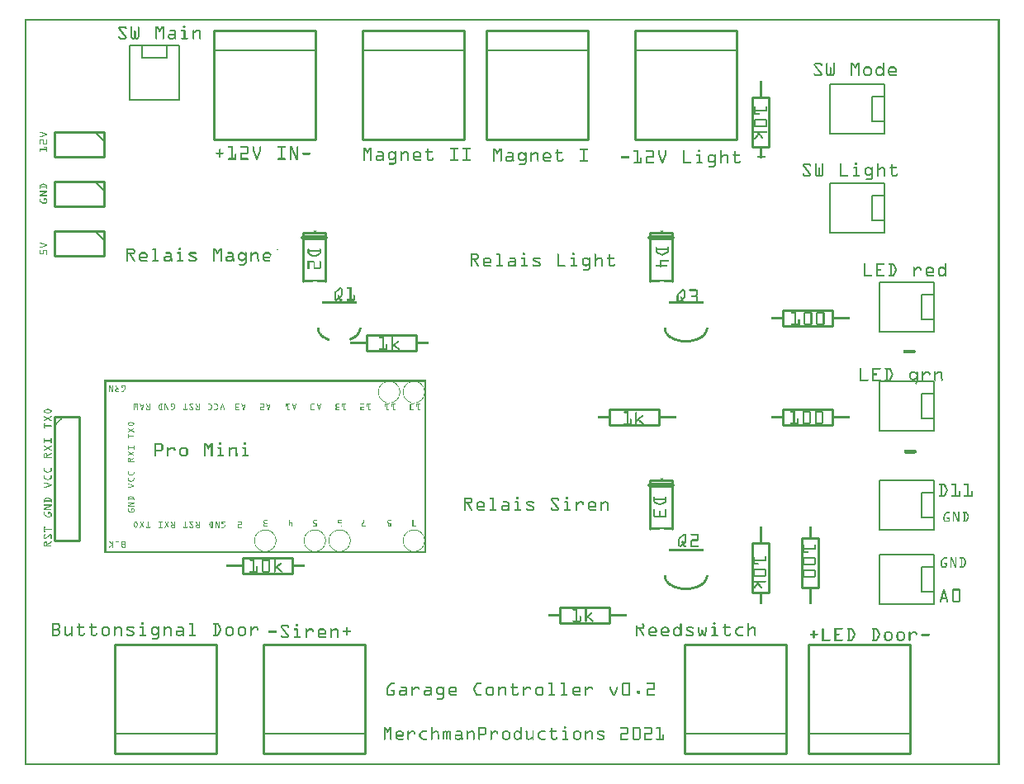
<source format=gto>
G04 MADE WITH FRITZING*
G04 WWW.FRITZING.ORG*
G04 DOUBLE SIDED*
G04 HOLES PLATED*
G04 CONTOUR ON CENTER OF CONTOUR VECTOR*
%ASAXBY*%
%FSLAX23Y23*%
%MOIN*%
%OFA0B0*%
%SFA1.0B1.0*%
%ADD10C,0.010000*%
%ADD11C,0.020000*%
%ADD12C,0.005000*%
%ADD13R,0.001000X0.001000*%
%LNSILK1*%
G90*
G70*
G54D10*
X882Y840D02*
X1082Y840D01*
D02*
X1082Y840D02*
X1082Y774D01*
D02*
X1082Y774D02*
X882Y774D01*
D02*
X882Y774D02*
X882Y840D01*
D02*
X3005Y2698D02*
X3005Y2498D01*
D02*
X3005Y2498D02*
X2939Y2498D01*
D02*
X2939Y2498D02*
X2939Y2698D01*
D02*
X2939Y2698D02*
X3005Y2698D01*
D02*
X2563Y1374D02*
X2363Y1374D01*
D02*
X2363Y1374D02*
X2363Y1440D01*
D02*
X2363Y1440D02*
X2563Y1440D01*
D02*
X2563Y1440D02*
X2563Y1374D01*
D02*
X2363Y574D02*
X2163Y574D01*
D02*
X2163Y574D02*
X2163Y640D01*
D02*
X2163Y640D02*
X2363Y640D01*
D02*
X2363Y640D02*
X2363Y574D01*
D02*
X1382Y1740D02*
X1582Y1740D01*
D02*
X1582Y1740D02*
X1582Y1674D01*
D02*
X1582Y1674D02*
X1382Y1674D01*
D02*
X1382Y1674D02*
X1382Y1740D01*
D02*
X3005Y898D02*
X3005Y698D01*
D02*
X3005Y698D02*
X2939Y698D01*
D02*
X2939Y698D02*
X2939Y898D01*
D02*
X2939Y898D02*
X3005Y898D01*
D02*
X3263Y1774D02*
X3063Y1774D01*
D02*
X3063Y1774D02*
X3063Y1840D01*
D02*
X3063Y1840D02*
X3263Y1840D01*
D02*
X3263Y1840D02*
X3263Y1774D01*
D02*
X3263Y1374D02*
X3063Y1374D01*
D02*
X3063Y1374D02*
X3063Y1440D01*
D02*
X3063Y1440D02*
X3263Y1440D01*
D02*
X3263Y1440D02*
X3263Y1374D01*
D02*
X3139Y717D02*
X3139Y917D01*
D02*
X3139Y917D02*
X3205Y917D01*
D02*
X3205Y917D02*
X3205Y717D01*
D02*
X3205Y717D02*
X3139Y717D01*
D02*
X2617Y1151D02*
X2617Y956D01*
D02*
X2527Y956D02*
X2527Y1151D01*
D02*
X2527Y1151D02*
X2617Y1151D01*
G54D11*
D02*
X2527Y1131D02*
X2617Y1131D01*
G54D10*
D02*
X1217Y2151D02*
X1217Y1956D01*
D02*
X1127Y1956D02*
X1127Y2151D01*
D02*
X1127Y2151D02*
X1217Y2151D01*
G54D11*
D02*
X1127Y2131D02*
X1217Y2131D01*
G54D10*
D02*
X2617Y2151D02*
X2617Y1956D01*
D02*
X2527Y1956D02*
X2527Y2151D01*
D02*
X2527Y2151D02*
X2617Y2151D01*
G54D11*
D02*
X2527Y2131D02*
X2617Y2131D01*
G54D12*
D02*
X627Y2687D02*
X627Y2907D01*
D02*
X427Y2687D02*
X427Y2907D01*
D02*
X427Y2687D02*
X627Y2687D01*
D02*
X427Y2907D02*
X477Y2907D01*
D02*
X477Y2907D02*
X577Y2907D01*
D02*
X577Y2907D02*
X627Y2907D01*
D02*
X577Y2907D02*
X577Y2857D01*
D02*
X577Y2857D02*
X477Y2857D01*
D02*
X477Y2857D02*
X477Y2907D01*
D02*
X3252Y2552D02*
X3472Y2552D01*
D02*
X3252Y2752D02*
X3472Y2752D01*
D02*
X3252Y2752D02*
X3252Y2552D01*
D02*
X3472Y2752D02*
X3472Y2702D01*
D02*
X3472Y2702D02*
X3472Y2602D01*
D02*
X3472Y2602D02*
X3472Y2552D01*
D02*
X3472Y2602D02*
X3422Y2602D01*
D02*
X3422Y2602D02*
X3422Y2702D01*
D02*
X3422Y2702D02*
X3472Y2702D01*
D02*
X3252Y2152D02*
X3472Y2152D01*
D02*
X3252Y2352D02*
X3472Y2352D01*
D02*
X3252Y2352D02*
X3252Y2152D01*
D02*
X3472Y2352D02*
X3472Y2302D01*
D02*
X3472Y2302D02*
X3472Y2202D01*
D02*
X3472Y2202D02*
X3472Y2152D01*
D02*
X3472Y2202D02*
X3422Y2202D01*
D02*
X3422Y2202D02*
X3422Y2302D01*
D02*
X3422Y2302D02*
X3472Y2302D01*
D02*
X3452Y1752D02*
X3672Y1752D01*
D02*
X3452Y1952D02*
X3672Y1952D01*
D02*
X3452Y1952D02*
X3452Y1752D01*
D02*
X3672Y1952D02*
X3672Y1902D01*
D02*
X3672Y1902D02*
X3672Y1802D01*
D02*
X3672Y1802D02*
X3672Y1752D01*
D02*
X3672Y1802D02*
X3622Y1802D01*
D02*
X3622Y1802D02*
X3622Y1902D01*
D02*
X3622Y1902D02*
X3672Y1902D01*
D02*
X3452Y652D02*
X3672Y652D01*
D02*
X3452Y852D02*
X3672Y852D01*
D02*
X3452Y852D02*
X3452Y652D01*
D02*
X3672Y852D02*
X3672Y802D01*
D02*
X3672Y802D02*
X3672Y702D01*
D02*
X3672Y702D02*
X3672Y652D01*
D02*
X3672Y702D02*
X3622Y702D01*
D02*
X3622Y702D02*
X3622Y802D01*
D02*
X3622Y802D02*
X3672Y802D01*
D02*
X3452Y952D02*
X3672Y952D01*
D02*
X3452Y1152D02*
X3672Y1152D01*
D02*
X3452Y1152D02*
X3452Y952D01*
D02*
X3672Y1152D02*
X3672Y1102D01*
D02*
X3672Y1102D02*
X3672Y1002D01*
D02*
X3672Y1002D02*
X3672Y952D01*
D02*
X3672Y1002D02*
X3622Y1002D01*
D02*
X3622Y1002D02*
X3622Y1102D01*
D02*
X3622Y1102D02*
X3672Y1102D01*
D02*
X3452Y1352D02*
X3672Y1352D01*
D02*
X3452Y1552D02*
X3672Y1552D01*
D02*
X3452Y1552D02*
X3452Y1352D01*
D02*
X3672Y1552D02*
X3672Y1502D01*
D02*
X3672Y1502D02*
X3672Y1402D01*
D02*
X3672Y1402D02*
X3672Y1352D01*
D02*
X3672Y1402D02*
X3622Y1402D01*
D02*
X3622Y1402D02*
X3622Y1502D01*
D02*
X3622Y1502D02*
X3672Y1502D01*
G54D10*
D02*
X322Y2157D02*
X122Y2157D01*
D02*
X122Y2157D02*
X122Y2057D01*
D02*
X122Y2057D02*
X322Y2057D01*
D02*
X322Y2057D02*
X322Y2157D01*
G54D12*
D02*
X287Y2157D02*
X322Y2122D01*
G54D10*
D02*
X322Y2357D02*
X122Y2357D01*
D02*
X122Y2357D02*
X122Y2257D01*
D02*
X122Y2257D02*
X322Y2257D01*
D02*
X322Y2257D02*
X322Y2357D01*
G54D12*
D02*
X287Y2357D02*
X322Y2322D01*
G54D10*
D02*
X322Y2557D02*
X122Y2557D01*
D02*
X122Y2557D02*
X122Y2457D01*
D02*
X122Y2457D02*
X322Y2457D01*
D02*
X322Y2457D02*
X322Y2557D01*
G54D12*
D02*
X287Y2557D02*
X322Y2522D01*
G54D10*
D02*
X122Y1408D02*
X122Y908D01*
D02*
X122Y908D02*
X222Y908D01*
D02*
X222Y908D02*
X222Y1408D01*
D02*
X222Y1408D02*
X122Y1408D01*
D02*
X1377Y487D02*
X967Y487D01*
D02*
X967Y487D02*
X967Y47D01*
D02*
X967Y47D02*
X1377Y47D01*
D02*
X1377Y47D02*
X1377Y487D01*
G54D12*
D02*
X967Y127D02*
X1377Y127D01*
G54D10*
D02*
X1367Y2527D02*
X1777Y2527D01*
D02*
X1777Y2527D02*
X1777Y2967D01*
D02*
X1777Y2967D02*
X1367Y2967D01*
D02*
X1367Y2967D02*
X1367Y2527D01*
G54D12*
D02*
X1777Y2887D02*
X1367Y2887D01*
G54D10*
D02*
X1867Y2527D02*
X2277Y2527D01*
D02*
X2277Y2527D02*
X2277Y2967D01*
D02*
X2277Y2967D02*
X1867Y2967D01*
D02*
X1867Y2967D02*
X1867Y2527D01*
G54D12*
D02*
X2277Y2887D02*
X1867Y2887D01*
G54D10*
D02*
X767Y2527D02*
X1177Y2527D01*
D02*
X1177Y2527D02*
X1177Y2967D01*
D02*
X1177Y2967D02*
X767Y2967D01*
D02*
X767Y2967D02*
X767Y2527D01*
G54D12*
D02*
X1177Y2887D02*
X767Y2887D01*
G54D10*
D02*
X2467Y2527D02*
X2877Y2527D01*
D02*
X2877Y2527D02*
X2877Y2967D01*
D02*
X2877Y2967D02*
X2467Y2967D01*
D02*
X2467Y2967D02*
X2467Y2527D01*
G54D12*
D02*
X2877Y2887D02*
X2467Y2887D01*
G54D10*
D02*
X777Y487D02*
X367Y487D01*
D02*
X367Y487D02*
X367Y47D01*
D02*
X367Y47D02*
X777Y47D01*
D02*
X777Y47D02*
X777Y487D01*
G54D12*
D02*
X367Y127D02*
X777Y127D01*
G54D10*
D02*
X3577Y487D02*
X3167Y487D01*
D02*
X3167Y487D02*
X3167Y47D01*
D02*
X3167Y47D02*
X3577Y47D01*
D02*
X3577Y47D02*
X3577Y487D01*
G54D12*
D02*
X3167Y127D02*
X3577Y127D01*
G54D10*
D02*
X3077Y487D02*
X2667Y487D01*
D02*
X2667Y487D02*
X2667Y47D01*
D02*
X2667Y47D02*
X3077Y47D01*
D02*
X3077Y47D02*
X3077Y487D01*
G54D12*
D02*
X2667Y127D02*
X3077Y127D01*
G54D13*
X1Y3016D02*
X3937Y3016D01*
X1Y3015D02*
X3937Y3015D01*
X1Y3014D02*
X3937Y3014D01*
X1Y3013D02*
X3937Y3013D01*
X1Y3012D02*
X3937Y3012D01*
X1Y3011D02*
X3937Y3011D01*
X1Y3010D02*
X3937Y3010D01*
X1Y3009D02*
X3937Y3009D01*
X1Y3008D02*
X8Y3008D01*
X3930Y3008D02*
X3937Y3008D01*
X1Y3007D02*
X8Y3007D01*
X3930Y3007D02*
X3937Y3007D01*
X1Y3006D02*
X8Y3006D01*
X3930Y3006D02*
X3937Y3006D01*
X1Y3005D02*
X8Y3005D01*
X3930Y3005D02*
X3937Y3005D01*
X1Y3004D02*
X8Y3004D01*
X3930Y3004D02*
X3937Y3004D01*
X1Y3003D02*
X8Y3003D01*
X3930Y3003D02*
X3937Y3003D01*
X1Y3002D02*
X8Y3002D01*
X3930Y3002D02*
X3937Y3002D01*
X1Y3001D02*
X8Y3001D01*
X3930Y3001D02*
X3937Y3001D01*
X1Y3000D02*
X8Y3000D01*
X3930Y3000D02*
X3937Y3000D01*
X1Y2999D02*
X8Y2999D01*
X3930Y2999D02*
X3937Y2999D01*
X1Y2998D02*
X8Y2998D01*
X3930Y2998D02*
X3937Y2998D01*
X1Y2997D02*
X8Y2997D01*
X3930Y2997D02*
X3937Y2997D01*
X1Y2996D02*
X8Y2996D01*
X3930Y2996D02*
X3937Y2996D01*
X1Y2995D02*
X8Y2995D01*
X3930Y2995D02*
X3937Y2995D01*
X1Y2994D02*
X8Y2994D01*
X3930Y2994D02*
X3937Y2994D01*
X1Y2993D02*
X8Y2993D01*
X3930Y2993D02*
X3937Y2993D01*
X1Y2992D02*
X8Y2992D01*
X3930Y2992D02*
X3937Y2992D01*
X1Y2991D02*
X8Y2991D01*
X3930Y2991D02*
X3937Y2991D01*
X1Y2990D02*
X8Y2990D01*
X3930Y2990D02*
X3937Y2990D01*
X1Y2989D02*
X8Y2989D01*
X643Y2989D02*
X647Y2989D01*
X3930Y2989D02*
X3937Y2989D01*
X1Y2988D02*
X8Y2988D01*
X641Y2988D02*
X649Y2988D01*
X3930Y2988D02*
X3937Y2988D01*
X1Y2987D02*
X8Y2987D01*
X641Y2987D02*
X649Y2987D01*
X3930Y2987D02*
X3937Y2987D01*
X1Y2986D02*
X8Y2986D01*
X386Y2986D02*
X406Y2986D01*
X433Y2986D02*
X433Y2986D01*
X460Y2986D02*
X461Y2986D01*
X530Y2986D02*
X538Y2986D01*
X556Y2986D02*
X563Y2986D01*
X640Y2986D02*
X650Y2986D01*
X3930Y2986D02*
X3937Y2986D01*
X1Y2985D02*
X8Y2985D01*
X384Y2985D02*
X409Y2985D01*
X431Y2985D02*
X435Y2985D01*
X459Y2985D02*
X463Y2985D01*
X530Y2985D02*
X539Y2985D01*
X555Y2985D02*
X564Y2985D01*
X640Y2985D02*
X650Y2985D01*
X3930Y2985D02*
X3937Y2985D01*
X1Y2984D02*
X8Y2984D01*
X382Y2984D02*
X410Y2984D01*
X430Y2984D02*
X436Y2984D01*
X458Y2984D02*
X463Y2984D01*
X530Y2984D02*
X539Y2984D01*
X554Y2984D02*
X564Y2984D01*
X640Y2984D02*
X650Y2984D01*
X3930Y2984D02*
X3937Y2984D01*
X1Y2983D02*
X8Y2983D01*
X382Y2983D02*
X411Y2983D01*
X430Y2983D02*
X436Y2983D01*
X458Y2983D02*
X463Y2983D01*
X530Y2983D02*
X540Y2983D01*
X554Y2983D02*
X564Y2983D01*
X640Y2983D02*
X650Y2983D01*
X3930Y2983D02*
X3937Y2983D01*
X1Y2982D02*
X8Y2982D01*
X381Y2982D02*
X412Y2982D01*
X430Y2982D02*
X436Y2982D01*
X458Y2982D02*
X464Y2982D01*
X530Y2982D02*
X541Y2982D01*
X553Y2982D02*
X564Y2982D01*
X640Y2982D02*
X650Y2982D01*
X3930Y2982D02*
X3937Y2982D01*
X1Y2981D02*
X8Y2981D01*
X380Y2981D02*
X412Y2981D01*
X430Y2981D02*
X436Y2981D01*
X458Y2981D02*
X464Y2981D01*
X530Y2981D02*
X541Y2981D01*
X552Y2981D02*
X564Y2981D01*
X641Y2981D02*
X649Y2981D01*
X3930Y2981D02*
X3937Y2981D01*
X1Y2980D02*
X8Y2980D01*
X380Y2980D02*
X413Y2980D01*
X430Y2980D02*
X436Y2980D01*
X458Y2980D02*
X464Y2980D01*
X530Y2980D02*
X542Y2980D01*
X551Y2980D02*
X564Y2980D01*
X642Y2980D02*
X648Y2980D01*
X3930Y2980D02*
X3937Y2980D01*
X1Y2979D02*
X8Y2979D01*
X380Y2979D02*
X386Y2979D01*
X406Y2979D02*
X413Y2979D01*
X430Y2979D02*
X436Y2979D01*
X458Y2979D02*
X464Y2979D01*
X530Y2979D02*
X543Y2979D01*
X551Y2979D02*
X564Y2979D01*
X3930Y2979D02*
X3937Y2979D01*
X1Y2978D02*
X8Y2978D01*
X380Y2978D02*
X386Y2978D01*
X407Y2978D02*
X413Y2978D01*
X430Y2978D02*
X436Y2978D01*
X458Y2978D02*
X464Y2978D01*
X530Y2978D02*
X543Y2978D01*
X550Y2978D02*
X564Y2978D01*
X3930Y2978D02*
X3937Y2978D01*
X1Y2977D02*
X8Y2977D01*
X380Y2977D02*
X387Y2977D01*
X407Y2977D02*
X414Y2977D01*
X430Y2977D02*
X436Y2977D01*
X458Y2977D02*
X464Y2977D01*
X530Y2977D02*
X544Y2977D01*
X549Y2977D02*
X564Y2977D01*
X3930Y2977D02*
X3937Y2977D01*
X1Y2976D02*
X8Y2976D01*
X380Y2976D02*
X388Y2976D01*
X408Y2976D02*
X413Y2976D01*
X430Y2976D02*
X436Y2976D01*
X458Y2976D02*
X464Y2976D01*
X530Y2976D02*
X545Y2976D01*
X549Y2976D02*
X564Y2976D01*
X3930Y2976D02*
X3937Y2976D01*
X1Y2975D02*
X8Y2975D01*
X381Y2975D02*
X388Y2975D01*
X408Y2975D02*
X413Y2975D01*
X430Y2975D02*
X436Y2975D01*
X458Y2975D02*
X464Y2975D01*
X530Y2975D02*
X536Y2975D01*
X538Y2975D02*
X546Y2975D01*
X548Y2975D02*
X555Y2975D01*
X558Y2975D02*
X564Y2975D01*
X3930Y2975D02*
X3937Y2975D01*
X1Y2974D02*
X8Y2974D01*
X381Y2974D02*
X389Y2974D01*
X409Y2974D02*
X412Y2974D01*
X430Y2974D02*
X436Y2974D01*
X458Y2974D02*
X464Y2974D01*
X530Y2974D02*
X536Y2974D01*
X539Y2974D02*
X555Y2974D01*
X558Y2974D02*
X564Y2974D01*
X3930Y2974D02*
X3937Y2974D01*
X1Y2973D02*
X8Y2973D01*
X382Y2973D02*
X390Y2973D01*
X430Y2973D02*
X436Y2973D01*
X458Y2973D02*
X464Y2973D01*
X530Y2973D02*
X536Y2973D01*
X539Y2973D02*
X554Y2973D01*
X558Y2973D02*
X564Y2973D01*
X3930Y2973D02*
X3937Y2973D01*
X1Y2972D02*
X8Y2972D01*
X383Y2972D02*
X391Y2972D01*
X430Y2972D02*
X436Y2972D01*
X458Y2972D02*
X464Y2972D01*
X530Y2972D02*
X536Y2972D01*
X540Y2972D02*
X553Y2972D01*
X558Y2972D02*
X564Y2972D01*
X3930Y2972D02*
X3937Y2972D01*
X1Y2971D02*
X8Y2971D01*
X383Y2971D02*
X391Y2971D01*
X430Y2971D02*
X436Y2971D01*
X458Y2971D02*
X464Y2971D01*
X530Y2971D02*
X536Y2971D01*
X541Y2971D02*
X553Y2971D01*
X558Y2971D02*
X564Y2971D01*
X589Y2971D02*
X605Y2971D01*
X635Y2971D02*
X648Y2971D01*
X682Y2971D02*
X684Y2971D01*
X696Y2971D02*
X705Y2971D01*
X3930Y2971D02*
X3937Y2971D01*
X1Y2970D02*
X8Y2970D01*
X384Y2970D02*
X392Y2970D01*
X430Y2970D02*
X436Y2970D01*
X458Y2970D02*
X464Y2970D01*
X530Y2970D02*
X536Y2970D01*
X541Y2970D02*
X552Y2970D01*
X558Y2970D02*
X564Y2970D01*
X588Y2970D02*
X608Y2970D01*
X634Y2970D02*
X649Y2970D01*
X681Y2970D02*
X685Y2970D01*
X694Y2970D02*
X708Y2970D01*
X3930Y2970D02*
X3937Y2970D01*
X1Y2969D02*
X8Y2969D01*
X385Y2969D02*
X393Y2969D01*
X430Y2969D02*
X436Y2969D01*
X458Y2969D02*
X464Y2969D01*
X530Y2969D02*
X536Y2969D01*
X542Y2969D02*
X551Y2969D01*
X558Y2969D02*
X564Y2969D01*
X587Y2969D02*
X609Y2969D01*
X634Y2969D02*
X650Y2969D01*
X680Y2969D02*
X686Y2969D01*
X692Y2969D02*
X709Y2969D01*
X3930Y2969D02*
X3937Y2969D01*
X1Y2968D02*
X8Y2968D01*
X386Y2968D02*
X394Y2968D01*
X430Y2968D02*
X436Y2968D01*
X446Y2968D02*
X448Y2968D01*
X458Y2968D02*
X464Y2968D01*
X530Y2968D02*
X536Y2968D01*
X543Y2968D02*
X551Y2968D01*
X558Y2968D02*
X564Y2968D01*
X587Y2968D02*
X610Y2968D01*
X633Y2968D02*
X650Y2968D01*
X680Y2968D02*
X686Y2968D01*
X691Y2968D02*
X710Y2968D01*
X3930Y2968D02*
X3937Y2968D01*
X1Y2967D02*
X8Y2967D01*
X387Y2967D02*
X395Y2967D01*
X430Y2967D02*
X436Y2967D01*
X444Y2967D02*
X449Y2967D01*
X458Y2967D02*
X464Y2967D01*
X530Y2967D02*
X536Y2967D01*
X544Y2967D02*
X550Y2967D01*
X558Y2967D02*
X564Y2967D01*
X587Y2967D02*
X611Y2967D01*
X634Y2967D02*
X650Y2967D01*
X680Y2967D02*
X686Y2967D01*
X689Y2967D02*
X711Y2967D01*
X3930Y2967D02*
X3937Y2967D01*
X1Y2966D02*
X8Y2966D01*
X387Y2966D02*
X395Y2966D01*
X430Y2966D02*
X436Y2966D01*
X444Y2966D02*
X450Y2966D01*
X458Y2966D02*
X464Y2966D01*
X530Y2966D02*
X536Y2966D01*
X544Y2966D02*
X550Y2966D01*
X558Y2966D02*
X564Y2966D01*
X587Y2966D02*
X611Y2966D01*
X634Y2966D02*
X650Y2966D01*
X680Y2966D02*
X686Y2966D01*
X688Y2966D02*
X711Y2966D01*
X3930Y2966D02*
X3937Y2966D01*
X1Y2965D02*
X8Y2965D01*
X388Y2965D02*
X396Y2965D01*
X430Y2965D02*
X436Y2965D01*
X444Y2965D02*
X450Y2965D01*
X458Y2965D02*
X464Y2965D01*
X530Y2965D02*
X536Y2965D01*
X544Y2965D02*
X550Y2965D01*
X558Y2965D02*
X564Y2965D01*
X588Y2965D02*
X612Y2965D01*
X635Y2965D02*
X650Y2965D01*
X680Y2965D02*
X712Y2965D01*
X3930Y2965D02*
X3937Y2965D01*
X1Y2964D02*
X8Y2964D01*
X389Y2964D02*
X397Y2964D01*
X430Y2964D02*
X436Y2964D01*
X444Y2964D02*
X450Y2964D01*
X458Y2964D02*
X464Y2964D01*
X530Y2964D02*
X536Y2964D01*
X544Y2964D02*
X550Y2964D01*
X558Y2964D02*
X564Y2964D01*
X605Y2964D02*
X612Y2964D01*
X644Y2964D02*
X650Y2964D01*
X680Y2964D02*
X697Y2964D01*
X705Y2964D02*
X712Y2964D01*
X3930Y2964D02*
X3937Y2964D01*
X1Y2963D02*
X8Y2963D01*
X390Y2963D02*
X398Y2963D01*
X430Y2963D02*
X436Y2963D01*
X444Y2963D02*
X450Y2963D01*
X458Y2963D02*
X464Y2963D01*
X530Y2963D02*
X536Y2963D01*
X544Y2963D02*
X549Y2963D01*
X558Y2963D02*
X564Y2963D01*
X606Y2963D02*
X612Y2963D01*
X644Y2963D02*
X650Y2963D01*
X680Y2963D02*
X695Y2963D01*
X706Y2963D02*
X712Y2963D01*
X3930Y2963D02*
X3937Y2963D01*
X1Y2962D02*
X8Y2962D01*
X390Y2962D02*
X398Y2962D01*
X430Y2962D02*
X436Y2962D01*
X444Y2962D02*
X450Y2962D01*
X458Y2962D02*
X464Y2962D01*
X530Y2962D02*
X536Y2962D01*
X545Y2962D02*
X548Y2962D01*
X558Y2962D02*
X564Y2962D01*
X606Y2962D02*
X613Y2962D01*
X644Y2962D02*
X650Y2962D01*
X680Y2962D02*
X694Y2962D01*
X706Y2962D02*
X713Y2962D01*
X3930Y2962D02*
X3937Y2962D01*
X1Y2961D02*
X8Y2961D01*
X391Y2961D02*
X399Y2961D01*
X430Y2961D02*
X436Y2961D01*
X444Y2961D02*
X450Y2961D01*
X458Y2961D02*
X464Y2961D01*
X530Y2961D02*
X536Y2961D01*
X558Y2961D02*
X564Y2961D01*
X607Y2961D02*
X613Y2961D01*
X644Y2961D02*
X650Y2961D01*
X680Y2961D02*
X692Y2961D01*
X707Y2961D02*
X713Y2961D01*
X3930Y2961D02*
X3937Y2961D01*
X1Y2960D02*
X8Y2960D01*
X392Y2960D02*
X400Y2960D01*
X430Y2960D02*
X436Y2960D01*
X444Y2960D02*
X450Y2960D01*
X458Y2960D02*
X464Y2960D01*
X530Y2960D02*
X536Y2960D01*
X558Y2960D02*
X564Y2960D01*
X607Y2960D02*
X613Y2960D01*
X644Y2960D02*
X650Y2960D01*
X680Y2960D02*
X690Y2960D01*
X707Y2960D02*
X713Y2960D01*
X3930Y2960D02*
X3937Y2960D01*
X1Y2959D02*
X8Y2959D01*
X393Y2959D02*
X401Y2959D01*
X430Y2959D02*
X436Y2959D01*
X444Y2959D02*
X450Y2959D01*
X458Y2959D02*
X464Y2959D01*
X530Y2959D02*
X536Y2959D01*
X558Y2959D02*
X564Y2959D01*
X607Y2959D02*
X613Y2959D01*
X644Y2959D02*
X650Y2959D01*
X680Y2959D02*
X689Y2959D01*
X707Y2959D02*
X713Y2959D01*
X3930Y2959D02*
X3937Y2959D01*
X1Y2958D02*
X8Y2958D01*
X393Y2958D02*
X402Y2958D01*
X430Y2958D02*
X436Y2958D01*
X444Y2958D02*
X450Y2958D01*
X458Y2958D02*
X464Y2958D01*
X530Y2958D02*
X536Y2958D01*
X558Y2958D02*
X564Y2958D01*
X607Y2958D02*
X613Y2958D01*
X644Y2958D02*
X650Y2958D01*
X680Y2958D02*
X687Y2958D01*
X707Y2958D02*
X713Y2958D01*
X3930Y2958D02*
X3937Y2958D01*
X1Y2957D02*
X8Y2957D01*
X394Y2957D02*
X402Y2957D01*
X430Y2957D02*
X436Y2957D01*
X444Y2957D02*
X450Y2957D01*
X458Y2957D02*
X464Y2957D01*
X530Y2957D02*
X536Y2957D01*
X558Y2957D02*
X564Y2957D01*
X607Y2957D02*
X613Y2957D01*
X644Y2957D02*
X650Y2957D01*
X680Y2957D02*
X686Y2957D01*
X707Y2957D02*
X713Y2957D01*
X3930Y2957D02*
X3937Y2957D01*
X1Y2956D02*
X8Y2956D01*
X395Y2956D02*
X403Y2956D01*
X430Y2956D02*
X436Y2956D01*
X444Y2956D02*
X450Y2956D01*
X458Y2956D02*
X464Y2956D01*
X530Y2956D02*
X536Y2956D01*
X558Y2956D02*
X564Y2956D01*
X587Y2956D02*
X613Y2956D01*
X644Y2956D02*
X650Y2956D01*
X680Y2956D02*
X686Y2956D01*
X707Y2956D02*
X713Y2956D01*
X3930Y2956D02*
X3937Y2956D01*
X1Y2955D02*
X8Y2955D01*
X396Y2955D02*
X404Y2955D01*
X430Y2955D02*
X436Y2955D01*
X444Y2955D02*
X450Y2955D01*
X458Y2955D02*
X464Y2955D01*
X530Y2955D02*
X536Y2955D01*
X558Y2955D02*
X564Y2955D01*
X585Y2955D02*
X613Y2955D01*
X644Y2955D02*
X650Y2955D01*
X680Y2955D02*
X686Y2955D01*
X707Y2955D02*
X713Y2955D01*
X3930Y2955D02*
X3937Y2955D01*
X1Y2954D02*
X8Y2954D01*
X397Y2954D02*
X405Y2954D01*
X430Y2954D02*
X436Y2954D01*
X444Y2954D02*
X450Y2954D01*
X458Y2954D02*
X464Y2954D01*
X530Y2954D02*
X536Y2954D01*
X558Y2954D02*
X564Y2954D01*
X583Y2954D02*
X613Y2954D01*
X644Y2954D02*
X650Y2954D01*
X680Y2954D02*
X686Y2954D01*
X707Y2954D02*
X713Y2954D01*
X3930Y2954D02*
X3937Y2954D01*
X1Y2953D02*
X8Y2953D01*
X397Y2953D02*
X405Y2953D01*
X430Y2953D02*
X436Y2953D01*
X444Y2953D02*
X450Y2953D01*
X458Y2953D02*
X464Y2953D01*
X530Y2953D02*
X536Y2953D01*
X558Y2953D02*
X564Y2953D01*
X582Y2953D02*
X613Y2953D01*
X644Y2953D02*
X650Y2953D01*
X680Y2953D02*
X686Y2953D01*
X707Y2953D02*
X713Y2953D01*
X3930Y2953D02*
X3937Y2953D01*
X1Y2952D02*
X8Y2952D01*
X398Y2952D02*
X406Y2952D01*
X430Y2952D02*
X436Y2952D01*
X444Y2952D02*
X450Y2952D01*
X458Y2952D02*
X464Y2952D01*
X530Y2952D02*
X536Y2952D01*
X558Y2952D02*
X564Y2952D01*
X582Y2952D02*
X613Y2952D01*
X644Y2952D02*
X650Y2952D01*
X680Y2952D02*
X686Y2952D01*
X707Y2952D02*
X713Y2952D01*
X3930Y2952D02*
X3937Y2952D01*
X1Y2951D02*
X8Y2951D01*
X399Y2951D02*
X407Y2951D01*
X430Y2951D02*
X436Y2951D01*
X444Y2951D02*
X450Y2951D01*
X458Y2951D02*
X464Y2951D01*
X530Y2951D02*
X536Y2951D01*
X558Y2951D02*
X564Y2951D01*
X581Y2951D02*
X613Y2951D01*
X644Y2951D02*
X650Y2951D01*
X680Y2951D02*
X686Y2951D01*
X707Y2951D02*
X713Y2951D01*
X3930Y2951D02*
X3937Y2951D01*
X1Y2950D02*
X8Y2950D01*
X400Y2950D02*
X408Y2950D01*
X430Y2950D02*
X436Y2950D01*
X444Y2950D02*
X450Y2950D01*
X458Y2950D02*
X464Y2950D01*
X530Y2950D02*
X536Y2950D01*
X558Y2950D02*
X564Y2950D01*
X581Y2950D02*
X613Y2950D01*
X644Y2950D02*
X650Y2950D01*
X680Y2950D02*
X686Y2950D01*
X707Y2950D02*
X713Y2950D01*
X3930Y2950D02*
X3937Y2950D01*
X1Y2949D02*
X8Y2949D01*
X400Y2949D02*
X409Y2949D01*
X430Y2949D02*
X436Y2949D01*
X444Y2949D02*
X450Y2949D01*
X458Y2949D02*
X464Y2949D01*
X530Y2949D02*
X536Y2949D01*
X558Y2949D02*
X564Y2949D01*
X580Y2949D02*
X587Y2949D01*
X606Y2949D02*
X613Y2949D01*
X644Y2949D02*
X650Y2949D01*
X680Y2949D02*
X686Y2949D01*
X707Y2949D02*
X713Y2949D01*
X3930Y2949D02*
X3937Y2949D01*
X1Y2948D02*
X8Y2948D01*
X401Y2948D02*
X409Y2948D01*
X430Y2948D02*
X436Y2948D01*
X444Y2948D02*
X450Y2948D01*
X458Y2948D02*
X464Y2948D01*
X530Y2948D02*
X536Y2948D01*
X558Y2948D02*
X564Y2948D01*
X580Y2948D02*
X587Y2948D01*
X607Y2948D02*
X613Y2948D01*
X644Y2948D02*
X650Y2948D01*
X680Y2948D02*
X686Y2948D01*
X707Y2948D02*
X713Y2948D01*
X3930Y2948D02*
X3937Y2948D01*
X1Y2947D02*
X8Y2947D01*
X402Y2947D02*
X410Y2947D01*
X430Y2947D02*
X436Y2947D01*
X444Y2947D02*
X450Y2947D01*
X458Y2947D02*
X464Y2947D01*
X530Y2947D02*
X536Y2947D01*
X558Y2947D02*
X564Y2947D01*
X580Y2947D02*
X586Y2947D01*
X607Y2947D02*
X613Y2947D01*
X644Y2947D02*
X650Y2947D01*
X680Y2947D02*
X686Y2947D01*
X707Y2947D02*
X713Y2947D01*
X3930Y2947D02*
X3937Y2947D01*
X1Y2946D02*
X8Y2946D01*
X403Y2946D02*
X411Y2946D01*
X430Y2946D02*
X436Y2946D01*
X444Y2946D02*
X450Y2946D01*
X458Y2946D02*
X464Y2946D01*
X530Y2946D02*
X536Y2946D01*
X558Y2946D02*
X564Y2946D01*
X580Y2946D02*
X586Y2946D01*
X607Y2946D02*
X613Y2946D01*
X644Y2946D02*
X650Y2946D01*
X680Y2946D02*
X686Y2946D01*
X707Y2946D02*
X713Y2946D01*
X3930Y2946D02*
X3937Y2946D01*
X1Y2945D02*
X8Y2945D01*
X404Y2945D02*
X412Y2945D01*
X430Y2945D02*
X436Y2945D01*
X444Y2945D02*
X450Y2945D01*
X458Y2945D02*
X464Y2945D01*
X530Y2945D02*
X536Y2945D01*
X558Y2945D02*
X564Y2945D01*
X580Y2945D02*
X586Y2945D01*
X607Y2945D02*
X613Y2945D01*
X644Y2945D02*
X650Y2945D01*
X680Y2945D02*
X686Y2945D01*
X707Y2945D02*
X713Y2945D01*
X3930Y2945D02*
X3937Y2945D01*
X1Y2944D02*
X8Y2944D01*
X381Y2944D02*
X385Y2944D01*
X404Y2944D02*
X412Y2944D01*
X430Y2944D02*
X436Y2944D01*
X444Y2944D02*
X450Y2944D01*
X458Y2944D02*
X464Y2944D01*
X530Y2944D02*
X536Y2944D01*
X558Y2944D02*
X564Y2944D01*
X580Y2944D02*
X586Y2944D01*
X607Y2944D02*
X613Y2944D01*
X644Y2944D02*
X650Y2944D01*
X680Y2944D02*
X686Y2944D01*
X707Y2944D02*
X713Y2944D01*
X3930Y2944D02*
X3937Y2944D01*
X1Y2943D02*
X8Y2943D01*
X380Y2943D02*
X386Y2943D01*
X405Y2943D02*
X413Y2943D01*
X430Y2943D02*
X436Y2943D01*
X444Y2943D02*
X450Y2943D01*
X458Y2943D02*
X464Y2943D01*
X530Y2943D02*
X536Y2943D01*
X558Y2943D02*
X564Y2943D01*
X580Y2943D02*
X586Y2943D01*
X606Y2943D02*
X613Y2943D01*
X644Y2943D02*
X650Y2943D01*
X680Y2943D02*
X686Y2943D01*
X707Y2943D02*
X713Y2943D01*
X3930Y2943D02*
X3937Y2943D01*
X1Y2942D02*
X8Y2942D01*
X380Y2942D02*
X386Y2942D01*
X406Y2942D02*
X413Y2942D01*
X430Y2942D02*
X436Y2942D01*
X443Y2942D02*
X450Y2942D01*
X457Y2942D02*
X464Y2942D01*
X530Y2942D02*
X536Y2942D01*
X558Y2942D02*
X564Y2942D01*
X580Y2942D02*
X586Y2942D01*
X605Y2942D02*
X613Y2942D01*
X644Y2942D02*
X650Y2942D01*
X680Y2942D02*
X686Y2942D01*
X707Y2942D02*
X713Y2942D01*
X3930Y2942D02*
X3937Y2942D01*
X1Y2941D02*
X8Y2941D01*
X380Y2941D02*
X386Y2941D01*
X407Y2941D02*
X413Y2941D01*
X430Y2941D02*
X437Y2941D01*
X443Y2941D02*
X451Y2941D01*
X457Y2941D02*
X464Y2941D01*
X530Y2941D02*
X536Y2941D01*
X558Y2941D02*
X564Y2941D01*
X580Y2941D02*
X586Y2941D01*
X603Y2941D02*
X613Y2941D01*
X644Y2941D02*
X650Y2941D01*
X680Y2941D02*
X686Y2941D01*
X707Y2941D02*
X713Y2941D01*
X3930Y2941D02*
X3937Y2941D01*
X1Y2940D02*
X8Y2940D01*
X380Y2940D02*
X387Y2940D01*
X407Y2940D02*
X414Y2940D01*
X430Y2940D02*
X437Y2940D01*
X442Y2940D02*
X451Y2940D01*
X456Y2940D02*
X463Y2940D01*
X530Y2940D02*
X536Y2940D01*
X558Y2940D02*
X564Y2940D01*
X580Y2940D02*
X587Y2940D01*
X601Y2940D02*
X613Y2940D01*
X644Y2940D02*
X650Y2940D01*
X680Y2940D02*
X686Y2940D01*
X707Y2940D02*
X713Y2940D01*
X3930Y2940D02*
X3937Y2940D01*
X1Y2939D02*
X8Y2939D01*
X380Y2939D02*
X413Y2939D01*
X431Y2939D02*
X463Y2939D01*
X530Y2939D02*
X536Y2939D01*
X558Y2939D02*
X564Y2939D01*
X581Y2939D02*
X613Y2939D01*
X637Y2939D02*
X656Y2939D01*
X680Y2939D02*
X686Y2939D01*
X707Y2939D02*
X713Y2939D01*
X3930Y2939D02*
X3937Y2939D01*
X1Y2938D02*
X8Y2938D01*
X381Y2938D02*
X413Y2938D01*
X431Y2938D02*
X462Y2938D01*
X530Y2938D02*
X536Y2938D01*
X558Y2938D02*
X564Y2938D01*
X581Y2938D02*
X613Y2938D01*
X635Y2938D02*
X659Y2938D01*
X680Y2938D02*
X686Y2938D01*
X707Y2938D02*
X713Y2938D01*
X3930Y2938D02*
X3937Y2938D01*
X1Y2937D02*
X8Y2937D01*
X381Y2937D02*
X413Y2937D01*
X432Y2937D02*
X462Y2937D01*
X530Y2937D02*
X536Y2937D01*
X558Y2937D02*
X564Y2937D01*
X582Y2937D02*
X613Y2937D01*
X634Y2937D02*
X660Y2937D01*
X680Y2937D02*
X686Y2937D01*
X707Y2937D02*
X713Y2937D01*
X3930Y2937D02*
X3937Y2937D01*
X1Y2936D02*
X8Y2936D01*
X382Y2936D02*
X412Y2936D01*
X433Y2936D02*
X461Y2936D01*
X530Y2936D02*
X536Y2936D01*
X558Y2936D02*
X564Y2936D01*
X582Y2936D02*
X614Y2936D01*
X633Y2936D02*
X660Y2936D01*
X680Y2936D02*
X686Y2936D01*
X708Y2936D02*
X713Y2936D01*
X3930Y2936D02*
X3937Y2936D01*
X1Y2935D02*
X8Y2935D01*
X383Y2935D02*
X412Y2935D01*
X433Y2935D02*
X460Y2935D01*
X530Y2935D02*
X536Y2935D01*
X558Y2935D02*
X563Y2935D01*
X583Y2935D02*
X606Y2935D01*
X608Y2935D02*
X613Y2935D01*
X633Y2935D02*
X660Y2935D01*
X680Y2935D02*
X686Y2935D01*
X708Y2935D02*
X713Y2935D01*
X3930Y2935D02*
X3937Y2935D01*
X1Y2934D02*
X8Y2934D01*
X384Y2934D02*
X411Y2934D01*
X434Y2934D02*
X460Y2934D01*
X530Y2934D02*
X536Y2934D01*
X558Y2934D02*
X563Y2934D01*
X584Y2934D02*
X604Y2934D01*
X608Y2934D02*
X613Y2934D01*
X634Y2934D02*
X660Y2934D01*
X680Y2934D02*
X686Y2934D01*
X708Y2934D02*
X713Y2934D01*
X3930Y2934D02*
X3937Y2934D01*
X1Y2933D02*
X8Y2933D01*
X385Y2933D02*
X409Y2933D01*
X435Y2933D02*
X445Y2933D01*
X448Y2933D02*
X459Y2933D01*
X531Y2933D02*
X535Y2933D01*
X559Y2933D02*
X562Y2933D01*
X586Y2933D02*
X602Y2933D01*
X609Y2933D02*
X612Y2933D01*
X635Y2933D02*
X659Y2933D01*
X681Y2933D02*
X685Y2933D01*
X709Y2933D02*
X712Y2933D01*
X3930Y2933D02*
X3937Y2933D01*
X1Y2932D02*
X8Y2932D01*
X390Y2932D02*
X405Y2932D01*
X437Y2932D02*
X442Y2932D01*
X451Y2932D02*
X456Y2932D01*
X591Y2932D02*
X599Y2932D01*
X637Y2932D02*
X656Y2932D01*
X3930Y2932D02*
X3937Y2932D01*
X1Y2931D02*
X8Y2931D01*
X3930Y2931D02*
X3937Y2931D01*
X1Y2930D02*
X8Y2930D01*
X3930Y2930D02*
X3937Y2930D01*
X1Y2929D02*
X8Y2929D01*
X3930Y2929D02*
X3937Y2929D01*
X1Y2928D02*
X8Y2928D01*
X3930Y2928D02*
X3937Y2928D01*
X1Y2927D02*
X8Y2927D01*
X3930Y2927D02*
X3937Y2927D01*
X1Y2926D02*
X8Y2926D01*
X3930Y2926D02*
X3937Y2926D01*
X1Y2925D02*
X8Y2925D01*
X3930Y2925D02*
X3937Y2925D01*
X1Y2924D02*
X8Y2924D01*
X3930Y2924D02*
X3937Y2924D01*
X1Y2923D02*
X8Y2923D01*
X3930Y2923D02*
X3937Y2923D01*
X1Y2922D02*
X8Y2922D01*
X3930Y2922D02*
X3937Y2922D01*
X1Y2921D02*
X8Y2921D01*
X3930Y2921D02*
X3937Y2921D01*
X1Y2920D02*
X8Y2920D01*
X3930Y2920D02*
X3937Y2920D01*
X1Y2919D02*
X8Y2919D01*
X3930Y2919D02*
X3937Y2919D01*
X1Y2918D02*
X8Y2918D01*
X3930Y2918D02*
X3937Y2918D01*
X1Y2917D02*
X8Y2917D01*
X3930Y2917D02*
X3937Y2917D01*
X1Y2916D02*
X8Y2916D01*
X3930Y2916D02*
X3937Y2916D01*
X1Y2915D02*
X8Y2915D01*
X3930Y2915D02*
X3937Y2915D01*
X1Y2914D02*
X8Y2914D01*
X3930Y2914D02*
X3937Y2914D01*
X1Y2913D02*
X8Y2913D01*
X3930Y2913D02*
X3937Y2913D01*
X1Y2912D02*
X8Y2912D01*
X3930Y2912D02*
X3937Y2912D01*
X1Y2911D02*
X8Y2911D01*
X3930Y2911D02*
X3937Y2911D01*
X1Y2910D02*
X8Y2910D01*
X3930Y2910D02*
X3937Y2910D01*
X1Y2909D02*
X8Y2909D01*
X3930Y2909D02*
X3937Y2909D01*
X1Y2908D02*
X8Y2908D01*
X3930Y2908D02*
X3937Y2908D01*
X1Y2907D02*
X8Y2907D01*
X3930Y2907D02*
X3937Y2907D01*
X1Y2906D02*
X8Y2906D01*
X3930Y2906D02*
X3937Y2906D01*
X1Y2905D02*
X8Y2905D01*
X3930Y2905D02*
X3937Y2905D01*
X1Y2904D02*
X8Y2904D01*
X3930Y2904D02*
X3937Y2904D01*
X1Y2903D02*
X8Y2903D01*
X3930Y2903D02*
X3937Y2903D01*
X1Y2902D02*
X8Y2902D01*
X3930Y2902D02*
X3937Y2902D01*
X1Y2901D02*
X8Y2901D01*
X3930Y2901D02*
X3937Y2901D01*
X1Y2900D02*
X8Y2900D01*
X3930Y2900D02*
X3937Y2900D01*
X1Y2899D02*
X8Y2899D01*
X3930Y2899D02*
X3937Y2899D01*
X1Y2898D02*
X8Y2898D01*
X3930Y2898D02*
X3937Y2898D01*
X1Y2897D02*
X8Y2897D01*
X3930Y2897D02*
X3937Y2897D01*
X1Y2896D02*
X8Y2896D01*
X3930Y2896D02*
X3937Y2896D01*
X1Y2895D02*
X8Y2895D01*
X3930Y2895D02*
X3937Y2895D01*
X1Y2894D02*
X8Y2894D01*
X3930Y2894D02*
X3937Y2894D01*
X1Y2893D02*
X8Y2893D01*
X3930Y2893D02*
X3937Y2893D01*
X1Y2892D02*
X8Y2892D01*
X3930Y2892D02*
X3937Y2892D01*
X1Y2891D02*
X8Y2891D01*
X3930Y2891D02*
X3937Y2891D01*
X1Y2890D02*
X8Y2890D01*
X3930Y2890D02*
X3937Y2890D01*
X1Y2889D02*
X8Y2889D01*
X3930Y2889D02*
X3937Y2889D01*
X1Y2888D02*
X8Y2888D01*
X3930Y2888D02*
X3937Y2888D01*
X1Y2887D02*
X8Y2887D01*
X3930Y2887D02*
X3937Y2887D01*
X1Y2886D02*
X8Y2886D01*
X3930Y2886D02*
X3937Y2886D01*
X1Y2885D02*
X8Y2885D01*
X3930Y2885D02*
X3937Y2885D01*
X1Y2884D02*
X8Y2884D01*
X3930Y2884D02*
X3937Y2884D01*
X1Y2883D02*
X8Y2883D01*
X3930Y2883D02*
X3937Y2883D01*
X1Y2882D02*
X8Y2882D01*
X3930Y2882D02*
X3937Y2882D01*
X1Y2881D02*
X8Y2881D01*
X3930Y2881D02*
X3937Y2881D01*
X1Y2880D02*
X8Y2880D01*
X3930Y2880D02*
X3937Y2880D01*
X1Y2879D02*
X8Y2879D01*
X3930Y2879D02*
X3937Y2879D01*
X1Y2878D02*
X8Y2878D01*
X3930Y2878D02*
X3937Y2878D01*
X1Y2877D02*
X8Y2877D01*
X3930Y2877D02*
X3937Y2877D01*
X1Y2876D02*
X8Y2876D01*
X3930Y2876D02*
X3937Y2876D01*
X1Y2875D02*
X8Y2875D01*
X3930Y2875D02*
X3937Y2875D01*
X1Y2874D02*
X8Y2874D01*
X3930Y2874D02*
X3937Y2874D01*
X1Y2873D02*
X8Y2873D01*
X3930Y2873D02*
X3937Y2873D01*
X1Y2872D02*
X8Y2872D01*
X3930Y2872D02*
X3937Y2872D01*
X1Y2871D02*
X8Y2871D01*
X3930Y2871D02*
X3937Y2871D01*
X1Y2870D02*
X8Y2870D01*
X3930Y2870D02*
X3937Y2870D01*
X1Y2869D02*
X8Y2869D01*
X3930Y2869D02*
X3937Y2869D01*
X1Y2868D02*
X8Y2868D01*
X3930Y2868D02*
X3937Y2868D01*
X1Y2867D02*
X8Y2867D01*
X3930Y2867D02*
X3937Y2867D01*
X1Y2866D02*
X8Y2866D01*
X3930Y2866D02*
X3937Y2866D01*
X1Y2865D02*
X8Y2865D01*
X3930Y2865D02*
X3937Y2865D01*
X1Y2864D02*
X8Y2864D01*
X3930Y2864D02*
X3937Y2864D01*
X1Y2863D02*
X8Y2863D01*
X3930Y2863D02*
X3937Y2863D01*
X1Y2862D02*
X8Y2862D01*
X3930Y2862D02*
X3937Y2862D01*
X1Y2861D02*
X8Y2861D01*
X3930Y2861D02*
X3937Y2861D01*
X1Y2860D02*
X8Y2860D01*
X3930Y2860D02*
X3937Y2860D01*
X1Y2859D02*
X8Y2859D01*
X3930Y2859D02*
X3937Y2859D01*
X1Y2858D02*
X8Y2858D01*
X3930Y2858D02*
X3937Y2858D01*
X1Y2857D02*
X8Y2857D01*
X3930Y2857D02*
X3937Y2857D01*
X1Y2856D02*
X8Y2856D01*
X3930Y2856D02*
X3937Y2856D01*
X1Y2855D02*
X8Y2855D01*
X3930Y2855D02*
X3937Y2855D01*
X1Y2854D02*
X8Y2854D01*
X3930Y2854D02*
X3937Y2854D01*
X1Y2853D02*
X8Y2853D01*
X3930Y2853D02*
X3937Y2853D01*
X1Y2852D02*
X8Y2852D01*
X3930Y2852D02*
X3937Y2852D01*
X1Y2851D02*
X8Y2851D01*
X3930Y2851D02*
X3937Y2851D01*
X1Y2850D02*
X8Y2850D01*
X3930Y2850D02*
X3937Y2850D01*
X1Y2849D02*
X8Y2849D01*
X3930Y2849D02*
X3937Y2849D01*
X1Y2848D02*
X8Y2848D01*
X3930Y2848D02*
X3937Y2848D01*
X1Y2847D02*
X8Y2847D01*
X3930Y2847D02*
X3937Y2847D01*
X1Y2846D02*
X8Y2846D01*
X3930Y2846D02*
X3937Y2846D01*
X1Y2845D02*
X8Y2845D01*
X3930Y2845D02*
X3937Y2845D01*
X1Y2844D02*
X8Y2844D01*
X3930Y2844D02*
X3937Y2844D01*
X1Y2843D02*
X8Y2843D01*
X3930Y2843D02*
X3937Y2843D01*
X1Y2842D02*
X8Y2842D01*
X3930Y2842D02*
X3937Y2842D01*
X1Y2841D02*
X8Y2841D01*
X3930Y2841D02*
X3937Y2841D01*
X1Y2840D02*
X8Y2840D01*
X3930Y2840D02*
X3937Y2840D01*
X1Y2839D02*
X8Y2839D01*
X3930Y2839D02*
X3937Y2839D01*
X1Y2838D02*
X8Y2838D01*
X3194Y2838D02*
X3213Y2838D01*
X3240Y2838D02*
X3240Y2838D01*
X3268Y2838D02*
X3268Y2838D01*
X3338Y2838D02*
X3345Y2838D01*
X3363Y2838D02*
X3371Y2838D01*
X3468Y2838D02*
X3468Y2838D01*
X3930Y2838D02*
X3937Y2838D01*
X1Y2837D02*
X8Y2837D01*
X3191Y2837D02*
X3216Y2837D01*
X3238Y2837D02*
X3242Y2837D01*
X3266Y2837D02*
X3270Y2837D01*
X3337Y2837D02*
X3346Y2837D01*
X3362Y2837D02*
X3371Y2837D01*
X3466Y2837D02*
X3470Y2837D01*
X3930Y2837D02*
X3937Y2837D01*
X1Y2836D02*
X8Y2836D01*
X3190Y2836D02*
X3217Y2836D01*
X3238Y2836D02*
X3243Y2836D01*
X3265Y2836D02*
X3271Y2836D01*
X3337Y2836D02*
X3347Y2836D01*
X3362Y2836D02*
X3371Y2836D01*
X3465Y2836D02*
X3471Y2836D01*
X3930Y2836D02*
X3937Y2836D01*
X1Y2835D02*
X8Y2835D01*
X3189Y2835D02*
X3218Y2835D01*
X3237Y2835D02*
X3243Y2835D01*
X3265Y2835D02*
X3271Y2835D01*
X3337Y2835D02*
X3347Y2835D01*
X3361Y2835D02*
X3371Y2835D01*
X3465Y2835D02*
X3471Y2835D01*
X3930Y2835D02*
X3937Y2835D01*
X1Y2834D02*
X8Y2834D01*
X3188Y2834D02*
X3219Y2834D01*
X3237Y2834D02*
X3243Y2834D01*
X3265Y2834D02*
X3271Y2834D01*
X3337Y2834D02*
X3348Y2834D01*
X3360Y2834D02*
X3371Y2834D01*
X3465Y2834D02*
X3471Y2834D01*
X3930Y2834D02*
X3937Y2834D01*
X1Y2833D02*
X8Y2833D01*
X3188Y2833D02*
X3220Y2833D01*
X3237Y2833D02*
X3243Y2833D01*
X3265Y2833D02*
X3271Y2833D01*
X3337Y2833D02*
X3349Y2833D01*
X3360Y2833D02*
X3371Y2833D01*
X3465Y2833D02*
X3471Y2833D01*
X3930Y2833D02*
X3937Y2833D01*
X1Y2832D02*
X8Y2832D01*
X3188Y2832D02*
X3220Y2832D01*
X3237Y2832D02*
X3243Y2832D01*
X3265Y2832D02*
X3271Y2832D01*
X3337Y2832D02*
X3349Y2832D01*
X3359Y2832D02*
X3371Y2832D01*
X3465Y2832D02*
X3471Y2832D01*
X3930Y2832D02*
X3937Y2832D01*
X1Y2831D02*
X8Y2831D01*
X3187Y2831D02*
X3194Y2831D01*
X3213Y2831D02*
X3221Y2831D01*
X3237Y2831D02*
X3243Y2831D01*
X3265Y2831D02*
X3271Y2831D01*
X3337Y2831D02*
X3350Y2831D01*
X3358Y2831D02*
X3371Y2831D01*
X3465Y2831D02*
X3471Y2831D01*
X3930Y2831D02*
X3937Y2831D01*
X1Y2830D02*
X8Y2830D01*
X3187Y2830D02*
X3193Y2830D01*
X3214Y2830D02*
X3221Y2830D01*
X3237Y2830D02*
X3243Y2830D01*
X3265Y2830D02*
X3271Y2830D01*
X3337Y2830D02*
X3351Y2830D01*
X3357Y2830D02*
X3371Y2830D01*
X3465Y2830D02*
X3471Y2830D01*
X3930Y2830D02*
X3937Y2830D01*
X1Y2829D02*
X8Y2829D01*
X3187Y2829D02*
X3194Y2829D01*
X3215Y2829D02*
X3221Y2829D01*
X3237Y2829D02*
X3243Y2829D01*
X3265Y2829D02*
X3271Y2829D01*
X3337Y2829D02*
X3351Y2829D01*
X3357Y2829D02*
X3371Y2829D01*
X3465Y2829D02*
X3471Y2829D01*
X3930Y2829D02*
X3937Y2829D01*
X1Y2828D02*
X8Y2828D01*
X3188Y2828D02*
X3195Y2828D01*
X3215Y2828D02*
X3221Y2828D01*
X3237Y2828D02*
X3243Y2828D01*
X3265Y2828D02*
X3271Y2828D01*
X3337Y2828D02*
X3352Y2828D01*
X3356Y2828D02*
X3371Y2828D01*
X3465Y2828D02*
X3471Y2828D01*
X3930Y2828D02*
X3937Y2828D01*
X1Y2827D02*
X8Y2827D01*
X3188Y2827D02*
X3196Y2827D01*
X3215Y2827D02*
X3220Y2827D01*
X3237Y2827D02*
X3243Y2827D01*
X3265Y2827D02*
X3271Y2827D01*
X3337Y2827D02*
X3343Y2827D01*
X3345Y2827D02*
X3353Y2827D01*
X3355Y2827D02*
X3363Y2827D01*
X3365Y2827D02*
X3371Y2827D01*
X3465Y2827D02*
X3471Y2827D01*
X3930Y2827D02*
X3937Y2827D01*
X1Y2826D02*
X8Y2826D01*
X3189Y2826D02*
X3196Y2826D01*
X3216Y2826D02*
X3220Y2826D01*
X3237Y2826D02*
X3243Y2826D01*
X3265Y2826D02*
X3271Y2826D01*
X3337Y2826D02*
X3343Y2826D01*
X3346Y2826D02*
X3362Y2826D01*
X3365Y2826D02*
X3371Y2826D01*
X3465Y2826D02*
X3471Y2826D01*
X3930Y2826D02*
X3937Y2826D01*
X1Y2825D02*
X8Y2825D01*
X3189Y2825D02*
X3197Y2825D01*
X3237Y2825D02*
X3243Y2825D01*
X3265Y2825D02*
X3271Y2825D01*
X3337Y2825D02*
X3343Y2825D01*
X3347Y2825D02*
X3361Y2825D01*
X3365Y2825D02*
X3371Y2825D01*
X3465Y2825D02*
X3471Y2825D01*
X3930Y2825D02*
X3937Y2825D01*
X1Y2824D02*
X8Y2824D01*
X3190Y2824D02*
X3198Y2824D01*
X3237Y2824D02*
X3243Y2824D01*
X3265Y2824D02*
X3271Y2824D01*
X3337Y2824D02*
X3343Y2824D01*
X3347Y2824D02*
X3361Y2824D01*
X3365Y2824D02*
X3371Y2824D01*
X3465Y2824D02*
X3471Y2824D01*
X3930Y2824D02*
X3937Y2824D01*
X1Y2823D02*
X8Y2823D01*
X3191Y2823D02*
X3199Y2823D01*
X3237Y2823D02*
X3243Y2823D01*
X3265Y2823D02*
X3271Y2823D01*
X3337Y2823D02*
X3343Y2823D01*
X3348Y2823D02*
X3360Y2823D01*
X3365Y2823D02*
X3371Y2823D01*
X3397Y2823D02*
X3411Y2823D01*
X3447Y2823D02*
X3457Y2823D01*
X3465Y2823D02*
X3471Y2823D01*
X3497Y2823D02*
X3511Y2823D01*
X3930Y2823D02*
X3937Y2823D01*
X1Y2822D02*
X8Y2822D01*
X3191Y2822D02*
X3199Y2822D01*
X3237Y2822D02*
X3243Y2822D01*
X3265Y2822D02*
X3271Y2822D01*
X3337Y2822D02*
X3343Y2822D01*
X3349Y2822D02*
X3359Y2822D01*
X3365Y2822D02*
X3371Y2822D01*
X3395Y2822D02*
X3413Y2822D01*
X3445Y2822D02*
X3459Y2822D01*
X3465Y2822D02*
X3471Y2822D01*
X3495Y2822D02*
X3513Y2822D01*
X3930Y2822D02*
X3937Y2822D01*
X1Y2821D02*
X8Y2821D01*
X3192Y2821D02*
X3200Y2821D01*
X3237Y2821D02*
X3243Y2821D01*
X3265Y2821D02*
X3271Y2821D01*
X3337Y2821D02*
X3343Y2821D01*
X3349Y2821D02*
X3359Y2821D01*
X3365Y2821D02*
X3371Y2821D01*
X3394Y2821D02*
X3414Y2821D01*
X3444Y2821D02*
X3461Y2821D01*
X3465Y2821D02*
X3471Y2821D01*
X3494Y2821D02*
X3515Y2821D01*
X3930Y2821D02*
X3937Y2821D01*
X1Y2820D02*
X8Y2820D01*
X3193Y2820D02*
X3201Y2820D01*
X3237Y2820D02*
X3243Y2820D01*
X3253Y2820D02*
X3255Y2820D01*
X3265Y2820D02*
X3271Y2820D01*
X3337Y2820D02*
X3343Y2820D01*
X3350Y2820D02*
X3358Y2820D01*
X3365Y2820D02*
X3371Y2820D01*
X3392Y2820D02*
X3416Y2820D01*
X3442Y2820D02*
X3462Y2820D01*
X3465Y2820D02*
X3471Y2820D01*
X3492Y2820D02*
X3516Y2820D01*
X3930Y2820D02*
X3937Y2820D01*
X1Y2819D02*
X8Y2819D01*
X3194Y2819D02*
X3202Y2819D01*
X3237Y2819D02*
X3243Y2819D01*
X3252Y2819D02*
X3256Y2819D01*
X3265Y2819D02*
X3271Y2819D01*
X3337Y2819D02*
X3343Y2819D01*
X3351Y2819D02*
X3357Y2819D01*
X3365Y2819D02*
X3371Y2819D01*
X3391Y2819D02*
X3417Y2819D01*
X3441Y2819D02*
X3471Y2819D01*
X3491Y2819D02*
X3517Y2819D01*
X3930Y2819D02*
X3937Y2819D01*
X1Y2818D02*
X8Y2818D01*
X3195Y2818D02*
X3203Y2818D01*
X3237Y2818D02*
X3243Y2818D01*
X3251Y2818D02*
X3257Y2818D01*
X3265Y2818D02*
X3271Y2818D01*
X3337Y2818D02*
X3343Y2818D01*
X3351Y2818D02*
X3357Y2818D01*
X3365Y2818D02*
X3371Y2818D01*
X3390Y2818D02*
X3418Y2818D01*
X3440Y2818D02*
X3471Y2818D01*
X3490Y2818D02*
X3518Y2818D01*
X3930Y2818D02*
X3937Y2818D01*
X1Y2817D02*
X8Y2817D01*
X3195Y2817D02*
X3203Y2817D01*
X3237Y2817D02*
X3243Y2817D01*
X3251Y2817D02*
X3257Y2817D01*
X3265Y2817D02*
X3271Y2817D01*
X3337Y2817D02*
X3343Y2817D01*
X3351Y2817D02*
X3357Y2817D01*
X3365Y2817D02*
X3371Y2817D01*
X3389Y2817D02*
X3419Y2817D01*
X3439Y2817D02*
X3471Y2817D01*
X3489Y2817D02*
X3519Y2817D01*
X3930Y2817D02*
X3937Y2817D01*
X1Y2816D02*
X8Y2816D01*
X3196Y2816D02*
X3204Y2816D01*
X3237Y2816D02*
X3243Y2816D01*
X3251Y2816D02*
X3257Y2816D01*
X3265Y2816D02*
X3271Y2816D01*
X3337Y2816D02*
X3343Y2816D01*
X3351Y2816D02*
X3357Y2816D01*
X3365Y2816D02*
X3371Y2816D01*
X3389Y2816D02*
X3398Y2816D01*
X3410Y2816D02*
X3419Y2816D01*
X3439Y2816D02*
X3448Y2816D01*
X3457Y2816D02*
X3471Y2816D01*
X3489Y2816D02*
X3498Y2816D01*
X3510Y2816D02*
X3519Y2816D01*
X3930Y2816D02*
X3937Y2816D01*
X1Y2815D02*
X8Y2815D01*
X3197Y2815D02*
X3205Y2815D01*
X3237Y2815D02*
X3243Y2815D01*
X3251Y2815D02*
X3257Y2815D01*
X3265Y2815D02*
X3271Y2815D01*
X3337Y2815D02*
X3343Y2815D01*
X3352Y2815D02*
X3356Y2815D01*
X3365Y2815D02*
X3371Y2815D01*
X3388Y2815D02*
X3396Y2815D01*
X3412Y2815D02*
X3420Y2815D01*
X3438Y2815D02*
X3446Y2815D01*
X3458Y2815D02*
X3471Y2815D01*
X3488Y2815D02*
X3496Y2815D01*
X3512Y2815D02*
X3520Y2815D01*
X3930Y2815D02*
X3937Y2815D01*
X1Y2814D02*
X8Y2814D01*
X3198Y2814D02*
X3206Y2814D01*
X3237Y2814D02*
X3243Y2814D01*
X3251Y2814D02*
X3257Y2814D01*
X3265Y2814D02*
X3271Y2814D01*
X3337Y2814D02*
X3343Y2814D01*
X3353Y2814D02*
X3355Y2814D01*
X3365Y2814D02*
X3371Y2814D01*
X3388Y2814D02*
X3395Y2814D01*
X3413Y2814D02*
X3420Y2814D01*
X3438Y2814D02*
X3445Y2814D01*
X3459Y2814D02*
X3471Y2814D01*
X3488Y2814D02*
X3495Y2814D01*
X3513Y2814D02*
X3520Y2814D01*
X3930Y2814D02*
X3937Y2814D01*
X1Y2813D02*
X8Y2813D01*
X3198Y2813D02*
X3206Y2813D01*
X3237Y2813D02*
X3243Y2813D01*
X3251Y2813D02*
X3257Y2813D01*
X3265Y2813D02*
X3271Y2813D01*
X3337Y2813D02*
X3343Y2813D01*
X3365Y2813D02*
X3371Y2813D01*
X3388Y2813D02*
X3394Y2813D01*
X3414Y2813D02*
X3421Y2813D01*
X3438Y2813D02*
X3444Y2813D01*
X3461Y2813D02*
X3471Y2813D01*
X3488Y2813D02*
X3494Y2813D01*
X3514Y2813D02*
X3521Y2813D01*
X3930Y2813D02*
X3937Y2813D01*
X1Y2812D02*
X8Y2812D01*
X3199Y2812D02*
X3207Y2812D01*
X3237Y2812D02*
X3243Y2812D01*
X3251Y2812D02*
X3257Y2812D01*
X3265Y2812D02*
X3271Y2812D01*
X3337Y2812D02*
X3343Y2812D01*
X3365Y2812D02*
X3371Y2812D01*
X3387Y2812D02*
X3394Y2812D01*
X3415Y2812D02*
X3421Y2812D01*
X3437Y2812D02*
X3444Y2812D01*
X3462Y2812D02*
X3471Y2812D01*
X3487Y2812D02*
X3494Y2812D01*
X3515Y2812D02*
X3521Y2812D01*
X3930Y2812D02*
X3937Y2812D01*
X1Y2811D02*
X8Y2811D01*
X3200Y2811D02*
X3208Y2811D01*
X3237Y2811D02*
X3243Y2811D01*
X3251Y2811D02*
X3257Y2811D01*
X3265Y2811D02*
X3271Y2811D01*
X3337Y2811D02*
X3343Y2811D01*
X3365Y2811D02*
X3371Y2811D01*
X3387Y2811D02*
X3393Y2811D01*
X3415Y2811D02*
X3421Y2811D01*
X3437Y2811D02*
X3443Y2811D01*
X3463Y2811D02*
X3471Y2811D01*
X3487Y2811D02*
X3493Y2811D01*
X3515Y2811D02*
X3521Y2811D01*
X3930Y2811D02*
X3937Y2811D01*
X1Y2810D02*
X8Y2810D01*
X3201Y2810D02*
X3209Y2810D01*
X3237Y2810D02*
X3243Y2810D01*
X3251Y2810D02*
X3257Y2810D01*
X3265Y2810D02*
X3271Y2810D01*
X3337Y2810D02*
X3343Y2810D01*
X3365Y2810D02*
X3371Y2810D01*
X3387Y2810D02*
X3393Y2810D01*
X3415Y2810D02*
X3421Y2810D01*
X3437Y2810D02*
X3443Y2810D01*
X3464Y2810D02*
X3471Y2810D01*
X3487Y2810D02*
X3493Y2810D01*
X3515Y2810D02*
X3521Y2810D01*
X3930Y2810D02*
X3937Y2810D01*
X1Y2809D02*
X8Y2809D01*
X3202Y2809D02*
X3210Y2809D01*
X3237Y2809D02*
X3243Y2809D01*
X3251Y2809D02*
X3257Y2809D01*
X3265Y2809D02*
X3271Y2809D01*
X3337Y2809D02*
X3343Y2809D01*
X3365Y2809D02*
X3371Y2809D01*
X3387Y2809D02*
X3393Y2809D01*
X3415Y2809D02*
X3421Y2809D01*
X3437Y2809D02*
X3443Y2809D01*
X3465Y2809D02*
X3471Y2809D01*
X3487Y2809D02*
X3493Y2809D01*
X3515Y2809D02*
X3521Y2809D01*
X3930Y2809D02*
X3937Y2809D01*
X1Y2808D02*
X8Y2808D01*
X3202Y2808D02*
X3210Y2808D01*
X3237Y2808D02*
X3243Y2808D01*
X3251Y2808D02*
X3257Y2808D01*
X3265Y2808D02*
X3271Y2808D01*
X3337Y2808D02*
X3343Y2808D01*
X3365Y2808D02*
X3371Y2808D01*
X3387Y2808D02*
X3393Y2808D01*
X3415Y2808D02*
X3421Y2808D01*
X3437Y2808D02*
X3443Y2808D01*
X3465Y2808D02*
X3471Y2808D01*
X3487Y2808D02*
X3493Y2808D01*
X3515Y2808D02*
X3521Y2808D01*
X3930Y2808D02*
X3937Y2808D01*
X1Y2807D02*
X8Y2807D01*
X3203Y2807D02*
X3211Y2807D01*
X3237Y2807D02*
X3243Y2807D01*
X3251Y2807D02*
X3257Y2807D01*
X3265Y2807D02*
X3271Y2807D01*
X3337Y2807D02*
X3343Y2807D01*
X3365Y2807D02*
X3371Y2807D01*
X3387Y2807D02*
X3393Y2807D01*
X3415Y2807D02*
X3421Y2807D01*
X3437Y2807D02*
X3443Y2807D01*
X3465Y2807D02*
X3471Y2807D01*
X3487Y2807D02*
X3493Y2807D01*
X3515Y2807D02*
X3521Y2807D01*
X3930Y2807D02*
X3937Y2807D01*
X1Y2806D02*
X8Y2806D01*
X3204Y2806D02*
X3212Y2806D01*
X3237Y2806D02*
X3243Y2806D01*
X3251Y2806D02*
X3257Y2806D01*
X3265Y2806D02*
X3271Y2806D01*
X3337Y2806D02*
X3343Y2806D01*
X3365Y2806D02*
X3371Y2806D01*
X3387Y2806D02*
X3393Y2806D01*
X3415Y2806D02*
X3421Y2806D01*
X3437Y2806D02*
X3443Y2806D01*
X3465Y2806D02*
X3471Y2806D01*
X3487Y2806D02*
X3493Y2806D01*
X3515Y2806D02*
X3521Y2806D01*
X3930Y2806D02*
X3937Y2806D01*
X1Y2805D02*
X8Y2805D01*
X3205Y2805D02*
X3213Y2805D01*
X3237Y2805D02*
X3243Y2805D01*
X3251Y2805D02*
X3257Y2805D01*
X3265Y2805D02*
X3271Y2805D01*
X3337Y2805D02*
X3343Y2805D01*
X3365Y2805D02*
X3371Y2805D01*
X3387Y2805D02*
X3393Y2805D01*
X3415Y2805D02*
X3421Y2805D01*
X3437Y2805D02*
X3443Y2805D01*
X3465Y2805D02*
X3471Y2805D01*
X3487Y2805D02*
X3521Y2805D01*
X3930Y2805D02*
X3937Y2805D01*
X1Y2804D02*
X8Y2804D01*
X3205Y2804D02*
X3214Y2804D01*
X3237Y2804D02*
X3243Y2804D01*
X3251Y2804D02*
X3257Y2804D01*
X3265Y2804D02*
X3271Y2804D01*
X3337Y2804D02*
X3343Y2804D01*
X3365Y2804D02*
X3371Y2804D01*
X3387Y2804D02*
X3393Y2804D01*
X3415Y2804D02*
X3421Y2804D01*
X3437Y2804D02*
X3443Y2804D01*
X3465Y2804D02*
X3471Y2804D01*
X3487Y2804D02*
X3521Y2804D01*
X3930Y2804D02*
X3937Y2804D01*
X1Y2803D02*
X8Y2803D01*
X3206Y2803D02*
X3214Y2803D01*
X3237Y2803D02*
X3243Y2803D01*
X3251Y2803D02*
X3257Y2803D01*
X3265Y2803D02*
X3271Y2803D01*
X3337Y2803D02*
X3343Y2803D01*
X3365Y2803D02*
X3371Y2803D01*
X3387Y2803D02*
X3393Y2803D01*
X3415Y2803D02*
X3421Y2803D01*
X3437Y2803D02*
X3443Y2803D01*
X3465Y2803D02*
X3471Y2803D01*
X3487Y2803D02*
X3521Y2803D01*
X3930Y2803D02*
X3937Y2803D01*
X1Y2802D02*
X8Y2802D01*
X3207Y2802D02*
X3215Y2802D01*
X3237Y2802D02*
X3243Y2802D01*
X3251Y2802D02*
X3257Y2802D01*
X3265Y2802D02*
X3271Y2802D01*
X3337Y2802D02*
X3343Y2802D01*
X3365Y2802D02*
X3371Y2802D01*
X3387Y2802D02*
X3393Y2802D01*
X3415Y2802D02*
X3421Y2802D01*
X3437Y2802D02*
X3443Y2802D01*
X3465Y2802D02*
X3471Y2802D01*
X3487Y2802D02*
X3521Y2802D01*
X3930Y2802D02*
X3937Y2802D01*
X1Y2801D02*
X8Y2801D01*
X3208Y2801D02*
X3216Y2801D01*
X3237Y2801D02*
X3243Y2801D01*
X3251Y2801D02*
X3257Y2801D01*
X3265Y2801D02*
X3271Y2801D01*
X3337Y2801D02*
X3343Y2801D01*
X3365Y2801D02*
X3371Y2801D01*
X3387Y2801D02*
X3393Y2801D01*
X3415Y2801D02*
X3421Y2801D01*
X3437Y2801D02*
X3443Y2801D01*
X3465Y2801D02*
X3471Y2801D01*
X3487Y2801D02*
X3521Y2801D01*
X3930Y2801D02*
X3937Y2801D01*
X1Y2800D02*
X8Y2800D01*
X3209Y2800D02*
X3217Y2800D01*
X3237Y2800D02*
X3243Y2800D01*
X3251Y2800D02*
X3257Y2800D01*
X3265Y2800D02*
X3271Y2800D01*
X3337Y2800D02*
X3343Y2800D01*
X3365Y2800D02*
X3371Y2800D01*
X3387Y2800D02*
X3393Y2800D01*
X3415Y2800D02*
X3421Y2800D01*
X3437Y2800D02*
X3443Y2800D01*
X3465Y2800D02*
X3471Y2800D01*
X3487Y2800D02*
X3520Y2800D01*
X3930Y2800D02*
X3937Y2800D01*
X1Y2799D02*
X8Y2799D01*
X3209Y2799D02*
X3217Y2799D01*
X3237Y2799D02*
X3243Y2799D01*
X3251Y2799D02*
X3257Y2799D01*
X3265Y2799D02*
X3271Y2799D01*
X3337Y2799D02*
X3343Y2799D01*
X3365Y2799D02*
X3371Y2799D01*
X3387Y2799D02*
X3393Y2799D01*
X3415Y2799D02*
X3421Y2799D01*
X3437Y2799D02*
X3443Y2799D01*
X3465Y2799D02*
X3471Y2799D01*
X3487Y2799D02*
X3519Y2799D01*
X3930Y2799D02*
X3937Y2799D01*
X1Y2798D02*
X8Y2798D01*
X3210Y2798D02*
X3218Y2798D01*
X3237Y2798D02*
X3243Y2798D01*
X3251Y2798D02*
X3257Y2798D01*
X3265Y2798D02*
X3271Y2798D01*
X3337Y2798D02*
X3343Y2798D01*
X3365Y2798D02*
X3371Y2798D01*
X3387Y2798D02*
X3393Y2798D01*
X3415Y2798D02*
X3421Y2798D01*
X3437Y2798D02*
X3443Y2798D01*
X3464Y2798D02*
X3471Y2798D01*
X3487Y2798D02*
X3493Y2798D01*
X3930Y2798D02*
X3937Y2798D01*
X1Y2797D02*
X8Y2797D01*
X3211Y2797D02*
X3219Y2797D01*
X3237Y2797D02*
X3243Y2797D01*
X3251Y2797D02*
X3257Y2797D01*
X3265Y2797D02*
X3271Y2797D01*
X3337Y2797D02*
X3343Y2797D01*
X3365Y2797D02*
X3371Y2797D01*
X3387Y2797D02*
X3393Y2797D01*
X3415Y2797D02*
X3421Y2797D01*
X3437Y2797D02*
X3443Y2797D01*
X3464Y2797D02*
X3471Y2797D01*
X3487Y2797D02*
X3493Y2797D01*
X3930Y2797D02*
X3937Y2797D01*
X1Y2796D02*
X8Y2796D01*
X3189Y2796D02*
X3192Y2796D01*
X3212Y2796D02*
X3220Y2796D01*
X3237Y2796D02*
X3243Y2796D01*
X3251Y2796D02*
X3257Y2796D01*
X3265Y2796D02*
X3271Y2796D01*
X3337Y2796D02*
X3343Y2796D01*
X3365Y2796D02*
X3371Y2796D01*
X3387Y2796D02*
X3393Y2796D01*
X3415Y2796D02*
X3421Y2796D01*
X3437Y2796D02*
X3443Y2796D01*
X3463Y2796D02*
X3471Y2796D01*
X3487Y2796D02*
X3493Y2796D01*
X3930Y2796D02*
X3937Y2796D01*
X1Y2795D02*
X8Y2795D01*
X3188Y2795D02*
X3193Y2795D01*
X3212Y2795D02*
X3220Y2795D01*
X3237Y2795D02*
X3243Y2795D01*
X3251Y2795D02*
X3257Y2795D01*
X3265Y2795D02*
X3271Y2795D01*
X3337Y2795D02*
X3343Y2795D01*
X3365Y2795D02*
X3371Y2795D01*
X3387Y2795D02*
X3394Y2795D01*
X3414Y2795D02*
X3421Y2795D01*
X3437Y2795D02*
X3444Y2795D01*
X3461Y2795D02*
X3471Y2795D01*
X3487Y2795D02*
X3494Y2795D01*
X3930Y2795D02*
X3937Y2795D01*
X1Y2794D02*
X8Y2794D01*
X3187Y2794D02*
X3193Y2794D01*
X3213Y2794D02*
X3221Y2794D01*
X3237Y2794D02*
X3244Y2794D01*
X3251Y2794D02*
X3257Y2794D01*
X3265Y2794D02*
X3271Y2794D01*
X3337Y2794D02*
X3343Y2794D01*
X3365Y2794D02*
X3371Y2794D01*
X3388Y2794D02*
X3394Y2794D01*
X3414Y2794D02*
X3421Y2794D01*
X3438Y2794D02*
X3444Y2794D01*
X3460Y2794D02*
X3471Y2794D01*
X3488Y2794D02*
X3494Y2794D01*
X3930Y2794D02*
X3937Y2794D01*
X1Y2793D02*
X8Y2793D01*
X3187Y2793D02*
X3193Y2793D01*
X3214Y2793D02*
X3221Y2793D01*
X3237Y2793D02*
X3244Y2793D01*
X3250Y2793D02*
X3258Y2793D01*
X3264Y2793D02*
X3271Y2793D01*
X3337Y2793D02*
X3343Y2793D01*
X3365Y2793D02*
X3371Y2793D01*
X3388Y2793D02*
X3395Y2793D01*
X3413Y2793D02*
X3420Y2793D01*
X3438Y2793D02*
X3445Y2793D01*
X3459Y2793D02*
X3471Y2793D01*
X3488Y2793D02*
X3495Y2793D01*
X3930Y2793D02*
X3937Y2793D01*
X1Y2792D02*
X8Y2792D01*
X3187Y2792D02*
X3194Y2792D01*
X3215Y2792D02*
X3221Y2792D01*
X3238Y2792D02*
X3245Y2792D01*
X3250Y2792D02*
X3258Y2792D01*
X3264Y2792D02*
X3271Y2792D01*
X3337Y2792D02*
X3343Y2792D01*
X3365Y2792D02*
X3371Y2792D01*
X3388Y2792D02*
X3397Y2792D01*
X3411Y2792D02*
X3420Y2792D01*
X3438Y2792D02*
X3447Y2792D01*
X3458Y2792D02*
X3471Y2792D01*
X3488Y2792D02*
X3497Y2792D01*
X3930Y2792D02*
X3937Y2792D01*
X1Y2791D02*
X8Y2791D01*
X3188Y2791D02*
X3196Y2791D01*
X3214Y2791D02*
X3221Y2791D01*
X3238Y2791D02*
X3246Y2791D01*
X3249Y2791D02*
X3259Y2791D01*
X3263Y2791D02*
X3270Y2791D01*
X3337Y2791D02*
X3343Y2791D01*
X3365Y2791D02*
X3371Y2791D01*
X3389Y2791D02*
X3399Y2791D01*
X3409Y2791D02*
X3419Y2791D01*
X3439Y2791D02*
X3449Y2791D01*
X3456Y2791D02*
X3471Y2791D01*
X3489Y2791D02*
X3499Y2791D01*
X3930Y2791D02*
X3937Y2791D01*
X1Y2790D02*
X8Y2790D01*
X3188Y2790D02*
X3221Y2790D01*
X3239Y2790D02*
X3269Y2790D01*
X3337Y2790D02*
X3343Y2790D01*
X3365Y2790D02*
X3371Y2790D01*
X3390Y2790D02*
X3418Y2790D01*
X3440Y2790D02*
X3471Y2790D01*
X3490Y2790D02*
X3520Y2790D01*
X3930Y2790D02*
X3937Y2790D01*
X1Y2789D02*
X8Y2789D01*
X3188Y2789D02*
X3220Y2789D01*
X3239Y2789D02*
X3269Y2789D01*
X3337Y2789D02*
X3343Y2789D01*
X3365Y2789D02*
X3371Y2789D01*
X3391Y2789D02*
X3418Y2789D01*
X3441Y2789D02*
X3471Y2789D01*
X3491Y2789D02*
X3520Y2789D01*
X3930Y2789D02*
X3937Y2789D01*
X1Y2788D02*
X8Y2788D01*
X3189Y2788D02*
X3220Y2788D01*
X3240Y2788D02*
X3268Y2788D01*
X3337Y2788D02*
X3343Y2788D01*
X3365Y2788D02*
X3371Y2788D01*
X3392Y2788D02*
X3416Y2788D01*
X3442Y2788D02*
X3463Y2788D01*
X3465Y2788D02*
X3471Y2788D01*
X3492Y2788D02*
X3521Y2788D01*
X3930Y2788D02*
X3937Y2788D01*
X1Y2787D02*
X8Y2787D01*
X3190Y2787D02*
X3219Y2787D01*
X3240Y2787D02*
X3268Y2787D01*
X3337Y2787D02*
X3343Y2787D01*
X3365Y2787D02*
X3371Y2787D01*
X3393Y2787D02*
X3415Y2787D01*
X3443Y2787D02*
X3462Y2787D01*
X3465Y2787D02*
X3471Y2787D01*
X3493Y2787D02*
X3521Y2787D01*
X3930Y2787D02*
X3937Y2787D01*
X1Y2786D02*
X8Y2786D01*
X3191Y2786D02*
X3218Y2786D01*
X3241Y2786D02*
X3253Y2786D01*
X3255Y2786D02*
X3267Y2786D01*
X3338Y2786D02*
X3343Y2786D01*
X3365Y2786D02*
X3371Y2786D01*
X3394Y2786D02*
X3414Y2786D01*
X3444Y2786D02*
X3461Y2786D01*
X3465Y2786D02*
X3471Y2786D01*
X3494Y2786D02*
X3521Y2786D01*
X3930Y2786D02*
X3937Y2786D01*
X1Y2785D02*
X8Y2785D01*
X3192Y2785D02*
X3217Y2785D01*
X3242Y2785D02*
X3252Y2785D01*
X3256Y2785D02*
X3266Y2785D01*
X3338Y2785D02*
X3342Y2785D01*
X3366Y2785D02*
X3370Y2785D01*
X3396Y2785D02*
X3412Y2785D01*
X3446Y2785D02*
X3459Y2785D01*
X3466Y2785D02*
X3470Y2785D01*
X3496Y2785D02*
X3520Y2785D01*
X3930Y2785D02*
X3937Y2785D01*
X1Y2784D02*
X8Y2784D01*
X3196Y2784D02*
X3214Y2784D01*
X3244Y2784D02*
X3250Y2784D01*
X3258Y2784D02*
X3264Y2784D01*
X3368Y2784D02*
X3368Y2784D01*
X3400Y2784D02*
X3409Y2784D01*
X3449Y2784D02*
X3455Y2784D01*
X3468Y2784D02*
X3468Y2784D01*
X3499Y2784D02*
X3518Y2784D01*
X3930Y2784D02*
X3937Y2784D01*
X1Y2783D02*
X8Y2783D01*
X3930Y2783D02*
X3937Y2783D01*
X1Y2782D02*
X8Y2782D01*
X3930Y2782D02*
X3937Y2782D01*
X1Y2781D02*
X8Y2781D01*
X3930Y2781D02*
X3937Y2781D01*
X1Y2780D02*
X8Y2780D01*
X3930Y2780D02*
X3937Y2780D01*
X1Y2779D02*
X8Y2779D01*
X3930Y2779D02*
X3937Y2779D01*
X1Y2778D02*
X8Y2778D01*
X3930Y2778D02*
X3937Y2778D01*
X1Y2777D02*
X8Y2777D01*
X3930Y2777D02*
X3937Y2777D01*
X1Y2776D02*
X8Y2776D01*
X3930Y2776D02*
X3937Y2776D01*
X1Y2775D02*
X8Y2775D01*
X3930Y2775D02*
X3937Y2775D01*
X1Y2774D02*
X8Y2774D01*
X3930Y2774D02*
X3937Y2774D01*
X1Y2773D02*
X8Y2773D01*
X3930Y2773D02*
X3937Y2773D01*
X1Y2772D02*
X8Y2772D01*
X3930Y2772D02*
X3937Y2772D01*
X1Y2771D02*
X8Y2771D01*
X3930Y2771D02*
X3937Y2771D01*
X1Y2770D02*
X8Y2770D01*
X3930Y2770D02*
X3937Y2770D01*
X1Y2769D02*
X8Y2769D01*
X3930Y2769D02*
X3937Y2769D01*
X1Y2768D02*
X8Y2768D01*
X3930Y2768D02*
X3937Y2768D01*
X1Y2767D02*
X8Y2767D01*
X3930Y2767D02*
X3937Y2767D01*
X1Y2766D02*
X8Y2766D01*
X3930Y2766D02*
X3937Y2766D01*
X1Y2765D02*
X8Y2765D01*
X2968Y2765D02*
X2977Y2765D01*
X3930Y2765D02*
X3937Y2765D01*
X1Y2764D02*
X8Y2764D01*
X2968Y2764D02*
X2977Y2764D01*
X3930Y2764D02*
X3937Y2764D01*
X1Y2763D02*
X8Y2763D01*
X2968Y2763D02*
X2977Y2763D01*
X3930Y2763D02*
X3937Y2763D01*
X1Y2762D02*
X8Y2762D01*
X2968Y2762D02*
X2977Y2762D01*
X3930Y2762D02*
X3937Y2762D01*
X1Y2761D02*
X8Y2761D01*
X2968Y2761D02*
X2977Y2761D01*
X3930Y2761D02*
X3937Y2761D01*
X1Y2760D02*
X8Y2760D01*
X2968Y2760D02*
X2977Y2760D01*
X3930Y2760D02*
X3937Y2760D01*
X1Y2759D02*
X8Y2759D01*
X2968Y2759D02*
X2977Y2759D01*
X3930Y2759D02*
X3937Y2759D01*
X1Y2758D02*
X8Y2758D01*
X2968Y2758D02*
X2977Y2758D01*
X3930Y2758D02*
X3937Y2758D01*
X1Y2757D02*
X8Y2757D01*
X2968Y2757D02*
X2977Y2757D01*
X3930Y2757D02*
X3937Y2757D01*
X1Y2756D02*
X8Y2756D01*
X2968Y2756D02*
X2977Y2756D01*
X3930Y2756D02*
X3937Y2756D01*
X1Y2755D02*
X8Y2755D01*
X2968Y2755D02*
X2977Y2755D01*
X3930Y2755D02*
X3937Y2755D01*
X1Y2754D02*
X8Y2754D01*
X2968Y2754D02*
X2977Y2754D01*
X3930Y2754D02*
X3937Y2754D01*
X1Y2753D02*
X8Y2753D01*
X2968Y2753D02*
X2977Y2753D01*
X3930Y2753D02*
X3937Y2753D01*
X1Y2752D02*
X8Y2752D01*
X2968Y2752D02*
X2977Y2752D01*
X3930Y2752D02*
X3937Y2752D01*
X1Y2751D02*
X8Y2751D01*
X2968Y2751D02*
X2977Y2751D01*
X3930Y2751D02*
X3937Y2751D01*
X1Y2750D02*
X8Y2750D01*
X2968Y2750D02*
X2977Y2750D01*
X3930Y2750D02*
X3937Y2750D01*
X1Y2749D02*
X8Y2749D01*
X2968Y2749D02*
X2977Y2749D01*
X3930Y2749D02*
X3937Y2749D01*
X1Y2748D02*
X8Y2748D01*
X2968Y2748D02*
X2977Y2748D01*
X3930Y2748D02*
X3937Y2748D01*
X1Y2747D02*
X8Y2747D01*
X2968Y2747D02*
X2977Y2747D01*
X3930Y2747D02*
X3937Y2747D01*
X1Y2746D02*
X8Y2746D01*
X2968Y2746D02*
X2977Y2746D01*
X3930Y2746D02*
X3937Y2746D01*
X1Y2745D02*
X8Y2745D01*
X2968Y2745D02*
X2977Y2745D01*
X3930Y2745D02*
X3937Y2745D01*
X1Y2744D02*
X8Y2744D01*
X2968Y2744D02*
X2977Y2744D01*
X3930Y2744D02*
X3937Y2744D01*
X1Y2743D02*
X8Y2743D01*
X2968Y2743D02*
X2977Y2743D01*
X3930Y2743D02*
X3937Y2743D01*
X1Y2742D02*
X8Y2742D01*
X2968Y2742D02*
X2977Y2742D01*
X3930Y2742D02*
X3937Y2742D01*
X1Y2741D02*
X8Y2741D01*
X2968Y2741D02*
X2977Y2741D01*
X3930Y2741D02*
X3937Y2741D01*
X1Y2740D02*
X8Y2740D01*
X2968Y2740D02*
X2977Y2740D01*
X3930Y2740D02*
X3937Y2740D01*
X1Y2739D02*
X8Y2739D01*
X2968Y2739D02*
X2977Y2739D01*
X3930Y2739D02*
X3937Y2739D01*
X1Y2738D02*
X8Y2738D01*
X2968Y2738D02*
X2977Y2738D01*
X3930Y2738D02*
X3937Y2738D01*
X1Y2737D02*
X8Y2737D01*
X2968Y2737D02*
X2977Y2737D01*
X3930Y2737D02*
X3937Y2737D01*
X1Y2736D02*
X8Y2736D01*
X2968Y2736D02*
X2977Y2736D01*
X3930Y2736D02*
X3937Y2736D01*
X1Y2735D02*
X8Y2735D01*
X2968Y2735D02*
X2977Y2735D01*
X3930Y2735D02*
X3937Y2735D01*
X1Y2734D02*
X8Y2734D01*
X2968Y2734D02*
X2977Y2734D01*
X3930Y2734D02*
X3937Y2734D01*
X1Y2733D02*
X8Y2733D01*
X2968Y2733D02*
X2977Y2733D01*
X3930Y2733D02*
X3937Y2733D01*
X1Y2732D02*
X8Y2732D01*
X2968Y2732D02*
X2977Y2732D01*
X3930Y2732D02*
X3937Y2732D01*
X1Y2731D02*
X8Y2731D01*
X2968Y2731D02*
X2977Y2731D01*
X3930Y2731D02*
X3937Y2731D01*
X1Y2730D02*
X8Y2730D01*
X2968Y2730D02*
X2977Y2730D01*
X3930Y2730D02*
X3937Y2730D01*
X1Y2729D02*
X8Y2729D01*
X2968Y2729D02*
X2977Y2729D01*
X3930Y2729D02*
X3937Y2729D01*
X1Y2728D02*
X8Y2728D01*
X2968Y2728D02*
X2977Y2728D01*
X3930Y2728D02*
X3937Y2728D01*
X1Y2727D02*
X8Y2727D01*
X2968Y2727D02*
X2977Y2727D01*
X3930Y2727D02*
X3937Y2727D01*
X1Y2726D02*
X8Y2726D01*
X2968Y2726D02*
X2977Y2726D01*
X3930Y2726D02*
X3937Y2726D01*
X1Y2725D02*
X8Y2725D01*
X2968Y2725D02*
X2977Y2725D01*
X3930Y2725D02*
X3937Y2725D01*
X1Y2724D02*
X8Y2724D01*
X2968Y2724D02*
X2977Y2724D01*
X3930Y2724D02*
X3937Y2724D01*
X1Y2723D02*
X8Y2723D01*
X2968Y2723D02*
X2977Y2723D01*
X3930Y2723D02*
X3937Y2723D01*
X1Y2722D02*
X8Y2722D01*
X2968Y2722D02*
X2977Y2722D01*
X3930Y2722D02*
X3937Y2722D01*
X1Y2721D02*
X8Y2721D01*
X2968Y2721D02*
X2977Y2721D01*
X3930Y2721D02*
X3937Y2721D01*
X1Y2720D02*
X8Y2720D01*
X2968Y2720D02*
X2977Y2720D01*
X3930Y2720D02*
X3937Y2720D01*
X1Y2719D02*
X8Y2719D01*
X2968Y2719D02*
X2977Y2719D01*
X3930Y2719D02*
X3937Y2719D01*
X1Y2718D02*
X8Y2718D01*
X2968Y2718D02*
X2977Y2718D01*
X3930Y2718D02*
X3937Y2718D01*
X1Y2717D02*
X8Y2717D01*
X2968Y2717D02*
X2977Y2717D01*
X3930Y2717D02*
X3937Y2717D01*
X1Y2716D02*
X8Y2716D01*
X2968Y2716D02*
X2977Y2716D01*
X3930Y2716D02*
X3937Y2716D01*
X1Y2715D02*
X8Y2715D01*
X2968Y2715D02*
X2977Y2715D01*
X3930Y2715D02*
X3937Y2715D01*
X1Y2714D02*
X8Y2714D01*
X2968Y2714D02*
X2977Y2714D01*
X3930Y2714D02*
X3937Y2714D01*
X1Y2713D02*
X8Y2713D01*
X2968Y2713D02*
X2977Y2713D01*
X3930Y2713D02*
X3937Y2713D01*
X1Y2712D02*
X8Y2712D01*
X2968Y2712D02*
X2977Y2712D01*
X3930Y2712D02*
X3937Y2712D01*
X1Y2711D02*
X8Y2711D01*
X2968Y2711D02*
X2977Y2711D01*
X3930Y2711D02*
X3937Y2711D01*
X1Y2710D02*
X8Y2710D01*
X2968Y2710D02*
X2977Y2710D01*
X3930Y2710D02*
X3937Y2710D01*
X1Y2709D02*
X8Y2709D01*
X2968Y2709D02*
X2977Y2709D01*
X3930Y2709D02*
X3937Y2709D01*
X1Y2708D02*
X8Y2708D01*
X2968Y2708D02*
X2977Y2708D01*
X3930Y2708D02*
X3937Y2708D01*
X1Y2707D02*
X8Y2707D01*
X2968Y2707D02*
X2977Y2707D01*
X3930Y2707D02*
X3937Y2707D01*
X1Y2706D02*
X8Y2706D01*
X2968Y2706D02*
X2977Y2706D01*
X3930Y2706D02*
X3937Y2706D01*
X1Y2705D02*
X8Y2705D01*
X2968Y2705D02*
X2977Y2705D01*
X3930Y2705D02*
X3937Y2705D01*
X1Y2704D02*
X8Y2704D01*
X2968Y2704D02*
X2977Y2704D01*
X3930Y2704D02*
X3937Y2704D01*
X1Y2703D02*
X8Y2703D01*
X2968Y2703D02*
X2977Y2703D01*
X3930Y2703D02*
X3937Y2703D01*
X1Y2702D02*
X8Y2702D01*
X2968Y2702D02*
X2977Y2702D01*
X3930Y2702D02*
X3937Y2702D01*
X1Y2701D02*
X8Y2701D01*
X2968Y2701D02*
X2977Y2701D01*
X3930Y2701D02*
X3937Y2701D01*
X1Y2700D02*
X8Y2700D01*
X2968Y2700D02*
X2977Y2700D01*
X3930Y2700D02*
X3937Y2700D01*
X1Y2699D02*
X8Y2699D01*
X2968Y2699D02*
X2977Y2699D01*
X3930Y2699D02*
X3937Y2699D01*
X1Y2698D02*
X8Y2698D01*
X3930Y2698D02*
X3937Y2698D01*
X1Y2697D02*
X8Y2697D01*
X3930Y2697D02*
X3937Y2697D01*
X1Y2696D02*
X8Y2696D01*
X3930Y2696D02*
X3937Y2696D01*
X1Y2695D02*
X8Y2695D01*
X3930Y2695D02*
X3937Y2695D01*
X1Y2694D02*
X8Y2694D01*
X3930Y2694D02*
X3937Y2694D01*
X1Y2693D02*
X8Y2693D01*
X3930Y2693D02*
X3937Y2693D01*
X1Y2692D02*
X8Y2692D01*
X3930Y2692D02*
X3937Y2692D01*
X1Y2691D02*
X8Y2691D01*
X3930Y2691D02*
X3937Y2691D01*
X1Y2690D02*
X8Y2690D01*
X3930Y2690D02*
X3937Y2690D01*
X1Y2689D02*
X8Y2689D01*
X3930Y2689D02*
X3937Y2689D01*
X1Y2688D02*
X8Y2688D01*
X3930Y2688D02*
X3937Y2688D01*
X1Y2687D02*
X8Y2687D01*
X3930Y2687D02*
X3937Y2687D01*
X1Y2686D02*
X8Y2686D01*
X3930Y2686D02*
X3937Y2686D01*
X1Y2685D02*
X8Y2685D01*
X3930Y2685D02*
X3937Y2685D01*
X1Y2684D02*
X8Y2684D01*
X3930Y2684D02*
X3937Y2684D01*
X1Y2683D02*
X8Y2683D01*
X3930Y2683D02*
X3937Y2683D01*
X1Y2682D02*
X8Y2682D01*
X3930Y2682D02*
X3937Y2682D01*
X1Y2681D02*
X8Y2681D01*
X3930Y2681D02*
X3937Y2681D01*
X1Y2680D02*
X8Y2680D01*
X3930Y2680D02*
X3937Y2680D01*
X1Y2679D02*
X8Y2679D01*
X3930Y2679D02*
X3937Y2679D01*
X1Y2678D02*
X8Y2678D01*
X3930Y2678D02*
X3937Y2678D01*
X1Y2677D02*
X8Y2677D01*
X3930Y2677D02*
X3937Y2677D01*
X1Y2676D02*
X8Y2676D01*
X3930Y2676D02*
X3937Y2676D01*
X1Y2675D02*
X8Y2675D01*
X3930Y2675D02*
X3937Y2675D01*
X1Y2674D02*
X8Y2674D01*
X3930Y2674D02*
X3937Y2674D01*
X1Y2673D02*
X8Y2673D01*
X3930Y2673D02*
X3937Y2673D01*
X1Y2672D02*
X8Y2672D01*
X3930Y2672D02*
X3937Y2672D01*
X1Y2671D02*
X8Y2671D01*
X3930Y2671D02*
X3937Y2671D01*
X1Y2670D02*
X8Y2670D01*
X3930Y2670D02*
X3937Y2670D01*
X1Y2669D02*
X8Y2669D01*
X3930Y2669D02*
X3937Y2669D01*
X1Y2668D02*
X8Y2668D01*
X3930Y2668D02*
X3937Y2668D01*
X1Y2667D02*
X8Y2667D01*
X3930Y2667D02*
X3937Y2667D01*
X1Y2666D02*
X8Y2666D01*
X3930Y2666D02*
X3937Y2666D01*
X1Y2665D02*
X8Y2665D01*
X3930Y2665D02*
X3937Y2665D01*
X1Y2664D02*
X8Y2664D01*
X3930Y2664D02*
X3937Y2664D01*
X1Y2663D02*
X8Y2663D01*
X3930Y2663D02*
X3937Y2663D01*
X1Y2662D02*
X8Y2662D01*
X3930Y2662D02*
X3937Y2662D01*
X1Y2661D02*
X8Y2661D01*
X2946Y2661D02*
X2949Y2661D01*
X2994Y2661D02*
X2997Y2661D01*
X3930Y2661D02*
X3937Y2661D01*
X1Y2660D02*
X8Y2660D01*
X2946Y2660D02*
X2950Y2660D01*
X2993Y2660D02*
X2998Y2660D01*
X3930Y2660D02*
X3937Y2660D01*
X1Y2659D02*
X8Y2659D01*
X2945Y2659D02*
X2951Y2659D01*
X2992Y2659D02*
X2998Y2659D01*
X3930Y2659D02*
X3937Y2659D01*
X1Y2658D02*
X8Y2658D01*
X2945Y2658D02*
X2951Y2658D01*
X2992Y2658D02*
X2998Y2658D01*
X3930Y2658D02*
X3937Y2658D01*
X1Y2657D02*
X8Y2657D01*
X2945Y2657D02*
X2951Y2657D01*
X2992Y2657D02*
X2998Y2657D01*
X3930Y2657D02*
X3937Y2657D01*
X1Y2656D02*
X8Y2656D01*
X2945Y2656D02*
X2951Y2656D01*
X2992Y2656D02*
X2998Y2656D01*
X3930Y2656D02*
X3937Y2656D01*
X1Y2655D02*
X8Y2655D01*
X2945Y2655D02*
X2951Y2655D01*
X2992Y2655D02*
X2998Y2655D01*
X3930Y2655D02*
X3937Y2655D01*
X1Y2654D02*
X8Y2654D01*
X2945Y2654D02*
X2951Y2654D01*
X2992Y2654D02*
X2998Y2654D01*
X3930Y2654D02*
X3937Y2654D01*
X1Y2653D02*
X8Y2653D01*
X2945Y2653D02*
X2951Y2653D01*
X2992Y2653D02*
X2998Y2653D01*
X3930Y2653D02*
X3937Y2653D01*
X1Y2652D02*
X8Y2652D01*
X2945Y2652D02*
X2951Y2652D01*
X2992Y2652D02*
X2998Y2652D01*
X3930Y2652D02*
X3937Y2652D01*
X1Y2651D02*
X8Y2651D01*
X2945Y2651D02*
X2951Y2651D01*
X2992Y2651D02*
X2998Y2651D01*
X3930Y2651D02*
X3937Y2651D01*
X1Y2650D02*
X8Y2650D01*
X2945Y2650D02*
X2951Y2650D01*
X2992Y2650D02*
X2998Y2650D01*
X3930Y2650D02*
X3937Y2650D01*
X1Y2649D02*
X8Y2649D01*
X2945Y2649D02*
X2951Y2649D01*
X2992Y2649D02*
X2998Y2649D01*
X3930Y2649D02*
X3937Y2649D01*
X1Y2648D02*
X8Y2648D01*
X2945Y2648D02*
X2951Y2648D01*
X2992Y2648D02*
X2998Y2648D01*
X3930Y2648D02*
X3937Y2648D01*
X1Y2647D02*
X8Y2647D01*
X2945Y2647D02*
X2998Y2647D01*
X3930Y2647D02*
X3937Y2647D01*
X1Y2646D02*
X8Y2646D01*
X2945Y2646D02*
X2998Y2646D01*
X3930Y2646D02*
X3937Y2646D01*
X1Y2645D02*
X8Y2645D01*
X2945Y2645D02*
X2998Y2645D01*
X3930Y2645D02*
X3937Y2645D01*
X1Y2644D02*
X8Y2644D01*
X2945Y2644D02*
X2998Y2644D01*
X3930Y2644D02*
X3937Y2644D01*
X1Y2643D02*
X8Y2643D01*
X2945Y2643D02*
X2998Y2643D01*
X3930Y2643D02*
X3937Y2643D01*
X1Y2642D02*
X8Y2642D01*
X2945Y2642D02*
X2998Y2642D01*
X3930Y2642D02*
X3937Y2642D01*
X1Y2641D02*
X8Y2641D01*
X2945Y2641D02*
X2998Y2641D01*
X3930Y2641D02*
X3937Y2641D01*
X1Y2640D02*
X8Y2640D01*
X2945Y2640D02*
X2951Y2640D01*
X3930Y2640D02*
X3937Y2640D01*
X1Y2639D02*
X8Y2639D01*
X2945Y2639D02*
X2951Y2639D01*
X3930Y2639D02*
X3937Y2639D01*
X1Y2638D02*
X8Y2638D01*
X2945Y2638D02*
X2951Y2638D01*
X3930Y2638D02*
X3937Y2638D01*
X1Y2637D02*
X8Y2637D01*
X2945Y2637D02*
X2951Y2637D01*
X3930Y2637D02*
X3937Y2637D01*
X1Y2636D02*
X8Y2636D01*
X2945Y2636D02*
X2951Y2636D01*
X3930Y2636D02*
X3937Y2636D01*
X1Y2635D02*
X8Y2635D01*
X2945Y2635D02*
X2951Y2635D01*
X3930Y2635D02*
X3937Y2635D01*
X1Y2634D02*
X8Y2634D01*
X2945Y2634D02*
X2966Y2634D01*
X3930Y2634D02*
X3937Y2634D01*
X1Y2633D02*
X8Y2633D01*
X2945Y2633D02*
X2968Y2633D01*
X3930Y2633D02*
X3937Y2633D01*
X1Y2632D02*
X8Y2632D01*
X2945Y2632D02*
X2968Y2632D01*
X3930Y2632D02*
X3937Y2632D01*
X1Y2631D02*
X8Y2631D01*
X2945Y2631D02*
X2969Y2631D01*
X3930Y2631D02*
X3937Y2631D01*
X1Y2630D02*
X8Y2630D01*
X2945Y2630D02*
X2969Y2630D01*
X3930Y2630D02*
X3937Y2630D01*
X1Y2629D02*
X8Y2629D01*
X2945Y2629D02*
X2968Y2629D01*
X3930Y2629D02*
X3937Y2629D01*
X1Y2628D02*
X8Y2628D01*
X2946Y2628D02*
X2967Y2628D01*
X3930Y2628D02*
X3937Y2628D01*
X1Y2627D02*
X8Y2627D01*
X3930Y2627D02*
X3937Y2627D01*
X1Y2626D02*
X8Y2626D01*
X3930Y2626D02*
X3937Y2626D01*
X1Y2625D02*
X8Y2625D01*
X3930Y2625D02*
X3937Y2625D01*
X1Y2624D02*
X8Y2624D01*
X3930Y2624D02*
X3937Y2624D01*
X1Y2623D02*
X8Y2623D01*
X3930Y2623D02*
X3937Y2623D01*
X1Y2622D02*
X8Y2622D01*
X3930Y2622D02*
X3937Y2622D01*
X1Y2621D02*
X8Y2621D01*
X3930Y2621D02*
X3937Y2621D01*
X1Y2620D02*
X8Y2620D01*
X3930Y2620D02*
X3937Y2620D01*
X1Y2619D02*
X8Y2619D01*
X3930Y2619D02*
X3937Y2619D01*
X1Y2618D02*
X8Y2618D01*
X3930Y2618D02*
X3937Y2618D01*
X1Y2617D02*
X8Y2617D01*
X3930Y2617D02*
X3937Y2617D01*
X1Y2616D02*
X8Y2616D01*
X3930Y2616D02*
X3937Y2616D01*
X1Y2615D02*
X8Y2615D01*
X3930Y2615D02*
X3937Y2615D01*
X1Y2614D02*
X8Y2614D01*
X3930Y2614D02*
X3937Y2614D01*
X1Y2613D02*
X8Y2613D01*
X3930Y2613D02*
X3937Y2613D01*
X1Y2612D02*
X8Y2612D01*
X3930Y2612D02*
X3937Y2612D01*
X1Y2611D02*
X8Y2611D01*
X2949Y2611D02*
X2994Y2611D01*
X3930Y2611D02*
X3937Y2611D01*
X1Y2610D02*
X8Y2610D01*
X2948Y2610D02*
X2996Y2610D01*
X3930Y2610D02*
X3937Y2610D01*
X1Y2609D02*
X8Y2609D01*
X2947Y2609D02*
X2997Y2609D01*
X3930Y2609D02*
X3937Y2609D01*
X1Y2608D02*
X8Y2608D01*
X2946Y2608D02*
X2997Y2608D01*
X3930Y2608D02*
X3937Y2608D01*
X1Y2607D02*
X8Y2607D01*
X2945Y2607D02*
X2998Y2607D01*
X3930Y2607D02*
X3937Y2607D01*
X1Y2606D02*
X8Y2606D01*
X2945Y2606D02*
X2998Y2606D01*
X3930Y2606D02*
X3937Y2606D01*
X1Y2605D02*
X8Y2605D01*
X2945Y2605D02*
X2998Y2605D01*
X3930Y2605D02*
X3937Y2605D01*
X1Y2604D02*
X8Y2604D01*
X2945Y2604D02*
X2951Y2604D01*
X2992Y2604D02*
X2998Y2604D01*
X3930Y2604D02*
X3937Y2604D01*
X1Y2603D02*
X8Y2603D01*
X2945Y2603D02*
X2951Y2603D01*
X2992Y2603D02*
X2998Y2603D01*
X3930Y2603D02*
X3937Y2603D01*
X1Y2602D02*
X8Y2602D01*
X2945Y2602D02*
X2951Y2602D01*
X2992Y2602D02*
X2998Y2602D01*
X3930Y2602D02*
X3937Y2602D01*
X1Y2601D02*
X8Y2601D01*
X2945Y2601D02*
X2951Y2601D01*
X2992Y2601D02*
X2998Y2601D01*
X3930Y2601D02*
X3937Y2601D01*
X1Y2600D02*
X8Y2600D01*
X2945Y2600D02*
X2951Y2600D01*
X2992Y2600D02*
X2998Y2600D01*
X3930Y2600D02*
X3937Y2600D01*
X1Y2599D02*
X8Y2599D01*
X2945Y2599D02*
X2951Y2599D01*
X2992Y2599D02*
X2998Y2599D01*
X3930Y2599D02*
X3937Y2599D01*
X1Y2598D02*
X8Y2598D01*
X2945Y2598D02*
X2951Y2598D01*
X2992Y2598D02*
X2998Y2598D01*
X3930Y2598D02*
X3937Y2598D01*
X1Y2597D02*
X8Y2597D01*
X2945Y2597D02*
X2951Y2597D01*
X2992Y2597D02*
X2998Y2597D01*
X3930Y2597D02*
X3937Y2597D01*
X1Y2596D02*
X8Y2596D01*
X2945Y2596D02*
X2951Y2596D01*
X2992Y2596D02*
X2998Y2596D01*
X3930Y2596D02*
X3937Y2596D01*
X1Y2595D02*
X8Y2595D01*
X2945Y2595D02*
X2951Y2595D01*
X2992Y2595D02*
X2998Y2595D01*
X3930Y2595D02*
X3937Y2595D01*
X1Y2594D02*
X8Y2594D01*
X2945Y2594D02*
X2951Y2594D01*
X2992Y2594D02*
X2998Y2594D01*
X3930Y2594D02*
X3937Y2594D01*
X1Y2593D02*
X8Y2593D01*
X2945Y2593D02*
X2951Y2593D01*
X2992Y2593D02*
X2998Y2593D01*
X3930Y2593D02*
X3937Y2593D01*
X1Y2592D02*
X8Y2592D01*
X2945Y2592D02*
X2951Y2592D01*
X2992Y2592D02*
X2998Y2592D01*
X3930Y2592D02*
X3937Y2592D01*
X1Y2591D02*
X8Y2591D01*
X2945Y2591D02*
X2951Y2591D01*
X2992Y2591D02*
X2998Y2591D01*
X3930Y2591D02*
X3937Y2591D01*
X1Y2590D02*
X8Y2590D01*
X2945Y2590D02*
X2951Y2590D01*
X2992Y2590D02*
X2998Y2590D01*
X3930Y2590D02*
X3937Y2590D01*
X1Y2589D02*
X8Y2589D01*
X2945Y2589D02*
X2951Y2589D01*
X2992Y2589D02*
X2998Y2589D01*
X3930Y2589D02*
X3937Y2589D01*
X1Y2588D02*
X8Y2588D01*
X2945Y2588D02*
X2951Y2588D01*
X2992Y2588D02*
X2998Y2588D01*
X3930Y2588D02*
X3937Y2588D01*
X1Y2587D02*
X8Y2587D01*
X2945Y2587D02*
X2951Y2587D01*
X2992Y2587D02*
X2998Y2587D01*
X3930Y2587D02*
X3937Y2587D01*
X1Y2586D02*
X8Y2586D01*
X2945Y2586D02*
X2951Y2586D01*
X2992Y2586D02*
X2998Y2586D01*
X3930Y2586D02*
X3937Y2586D01*
X1Y2585D02*
X8Y2585D01*
X2945Y2585D02*
X2951Y2585D01*
X2992Y2585D02*
X2998Y2585D01*
X3930Y2585D02*
X3937Y2585D01*
X1Y2584D02*
X8Y2584D01*
X2945Y2584D02*
X2998Y2584D01*
X3930Y2584D02*
X3937Y2584D01*
X1Y2583D02*
X8Y2583D01*
X2945Y2583D02*
X2998Y2583D01*
X3930Y2583D02*
X3937Y2583D01*
X1Y2582D02*
X8Y2582D01*
X2945Y2582D02*
X2998Y2582D01*
X3930Y2582D02*
X3937Y2582D01*
X1Y2581D02*
X8Y2581D01*
X2946Y2581D02*
X2997Y2581D01*
X3930Y2581D02*
X3937Y2581D01*
X1Y2580D02*
X8Y2580D01*
X2946Y2580D02*
X2997Y2580D01*
X3930Y2580D02*
X3937Y2580D01*
X1Y2579D02*
X8Y2579D01*
X2947Y2579D02*
X2996Y2579D01*
X3930Y2579D02*
X3937Y2579D01*
X1Y2578D02*
X8Y2578D01*
X2949Y2578D02*
X2994Y2578D01*
X3930Y2578D02*
X3937Y2578D01*
X1Y2577D02*
X8Y2577D01*
X3930Y2577D02*
X3937Y2577D01*
X1Y2576D02*
X8Y2576D01*
X3930Y2576D02*
X3937Y2576D01*
X1Y2575D02*
X8Y2575D01*
X3930Y2575D02*
X3937Y2575D01*
X1Y2574D02*
X8Y2574D01*
X3930Y2574D02*
X3937Y2574D01*
X1Y2573D02*
X8Y2573D01*
X3930Y2573D02*
X3937Y2573D01*
X1Y2572D02*
X8Y2572D01*
X3930Y2572D02*
X3937Y2572D01*
X1Y2571D02*
X8Y2571D01*
X3930Y2571D02*
X3937Y2571D01*
X1Y2570D02*
X8Y2570D01*
X3930Y2570D02*
X3937Y2570D01*
X1Y2569D02*
X8Y2569D01*
X3930Y2569D02*
X3937Y2569D01*
X1Y2568D02*
X8Y2568D01*
X3930Y2568D02*
X3937Y2568D01*
X1Y2567D02*
X8Y2567D01*
X3930Y2567D02*
X3937Y2567D01*
X1Y2566D02*
X8Y2566D01*
X3930Y2566D02*
X3937Y2566D01*
X1Y2565D02*
X8Y2565D01*
X3930Y2565D02*
X3937Y2565D01*
X1Y2564D02*
X8Y2564D01*
X3930Y2564D02*
X3937Y2564D01*
X1Y2563D02*
X8Y2563D01*
X3930Y2563D02*
X3937Y2563D01*
X1Y2562D02*
X8Y2562D01*
X3930Y2562D02*
X3937Y2562D01*
X1Y2561D02*
X8Y2561D01*
X2946Y2561D02*
X2997Y2561D01*
X3930Y2561D02*
X3937Y2561D01*
X1Y2560D02*
X8Y2560D01*
X2946Y2560D02*
X2998Y2560D01*
X3930Y2560D02*
X3937Y2560D01*
X1Y2559D02*
X8Y2559D01*
X2945Y2559D02*
X2998Y2559D01*
X3930Y2559D02*
X3937Y2559D01*
X1Y2558D02*
X8Y2558D01*
X62Y2558D02*
X72Y2558D01*
X2945Y2558D02*
X2998Y2558D01*
X3930Y2558D02*
X3937Y2558D01*
X1Y2557D02*
X8Y2557D01*
X61Y2557D02*
X75Y2557D01*
X2945Y2557D02*
X2998Y2557D01*
X3930Y2557D02*
X3937Y2557D01*
X1Y2556D02*
X8Y2556D01*
X61Y2556D02*
X77Y2556D01*
X2946Y2556D02*
X2997Y2556D01*
X3930Y2556D02*
X3937Y2556D01*
X1Y2555D02*
X8Y2555D01*
X62Y2555D02*
X80Y2555D01*
X2947Y2555D02*
X2996Y2555D01*
X3930Y2555D02*
X3937Y2555D01*
X1Y2554D02*
X8Y2554D01*
X72Y2554D02*
X82Y2554D01*
X2959Y2554D02*
X2968Y2554D01*
X3930Y2554D02*
X3937Y2554D01*
X1Y2553D02*
X8Y2553D01*
X74Y2553D02*
X85Y2553D01*
X2960Y2553D02*
X2968Y2553D01*
X3930Y2553D02*
X3937Y2553D01*
X1Y2552D02*
X8Y2552D01*
X77Y2552D02*
X87Y2552D01*
X2961Y2552D02*
X2969Y2552D01*
X3930Y2552D02*
X3937Y2552D01*
X1Y2551D02*
X8Y2551D01*
X79Y2551D02*
X90Y2551D01*
X2961Y2551D02*
X2970Y2551D01*
X3930Y2551D02*
X3937Y2551D01*
X1Y2550D02*
X8Y2550D01*
X82Y2550D02*
X92Y2550D01*
X2960Y2550D02*
X2971Y2550D01*
X3930Y2550D02*
X3937Y2550D01*
X1Y2549D02*
X8Y2549D01*
X85Y2549D02*
X92Y2549D01*
X2960Y2549D02*
X2972Y2549D01*
X3930Y2549D02*
X3937Y2549D01*
X1Y2548D02*
X8Y2548D01*
X84Y2548D02*
X92Y2548D01*
X2959Y2548D02*
X2973Y2548D01*
X3930Y2548D02*
X3937Y2548D01*
X1Y2547D02*
X8Y2547D01*
X82Y2547D02*
X92Y2547D01*
X2958Y2547D02*
X2973Y2547D01*
X3930Y2547D02*
X3937Y2547D01*
X1Y2546D02*
X8Y2546D01*
X79Y2546D02*
X90Y2546D01*
X2957Y2546D02*
X2974Y2546D01*
X3930Y2546D02*
X3937Y2546D01*
X1Y2545D02*
X8Y2545D01*
X77Y2545D02*
X87Y2545D01*
X2956Y2545D02*
X2964Y2545D01*
X2967Y2545D02*
X2975Y2545D01*
X3930Y2545D02*
X3937Y2545D01*
X1Y2544D02*
X8Y2544D01*
X74Y2544D02*
X85Y2544D01*
X2955Y2544D02*
X2964Y2544D01*
X2968Y2544D02*
X2976Y2544D01*
X3930Y2544D02*
X3937Y2544D01*
X1Y2543D02*
X8Y2543D01*
X71Y2543D02*
X82Y2543D01*
X2954Y2543D02*
X2963Y2543D01*
X2969Y2543D02*
X2977Y2543D01*
X3930Y2543D02*
X3937Y2543D01*
X1Y2542D02*
X8Y2542D01*
X62Y2542D02*
X79Y2542D01*
X2954Y2542D02*
X2962Y2542D01*
X2970Y2542D02*
X2978Y2542D01*
X3930Y2542D02*
X3937Y2542D01*
X1Y2541D02*
X8Y2541D01*
X61Y2541D02*
X77Y2541D01*
X2953Y2541D02*
X2961Y2541D01*
X2970Y2541D02*
X2979Y2541D01*
X3930Y2541D02*
X3937Y2541D01*
X1Y2540D02*
X8Y2540D01*
X61Y2540D02*
X74Y2540D01*
X2952Y2540D02*
X2960Y2540D01*
X2971Y2540D02*
X2979Y2540D01*
X3930Y2540D02*
X3937Y2540D01*
X1Y2539D02*
X8Y2539D01*
X62Y2539D02*
X72Y2539D01*
X2951Y2539D02*
X2959Y2539D01*
X2972Y2539D02*
X2980Y2539D01*
X3930Y2539D02*
X3937Y2539D01*
X1Y2538D02*
X8Y2538D01*
X2950Y2538D02*
X2958Y2538D01*
X2973Y2538D02*
X2981Y2538D01*
X3930Y2538D02*
X3937Y2538D01*
X1Y2537D02*
X8Y2537D01*
X2949Y2537D02*
X2958Y2537D01*
X2974Y2537D02*
X2982Y2537D01*
X3930Y2537D02*
X3937Y2537D01*
X1Y2536D02*
X8Y2536D01*
X2948Y2536D02*
X2957Y2536D01*
X2975Y2536D02*
X2983Y2536D01*
X3930Y2536D02*
X3937Y2536D01*
X1Y2535D02*
X8Y2535D01*
X2948Y2535D02*
X2956Y2535D01*
X2976Y2535D02*
X2983Y2535D01*
X3930Y2535D02*
X3937Y2535D01*
X1Y2534D02*
X8Y2534D01*
X2947Y2534D02*
X2955Y2534D01*
X2976Y2534D02*
X2983Y2534D01*
X3930Y2534D02*
X3937Y2534D01*
X1Y2533D02*
X8Y2533D01*
X2946Y2533D02*
X2954Y2533D01*
X2977Y2533D02*
X2983Y2533D01*
X3930Y2533D02*
X3937Y2533D01*
X1Y2532D02*
X8Y2532D01*
X2945Y2532D02*
X2953Y2532D01*
X2978Y2532D02*
X2983Y2532D01*
X3930Y2532D02*
X3937Y2532D01*
X1Y2531D02*
X8Y2531D01*
X2945Y2531D02*
X2952Y2531D01*
X2979Y2531D02*
X2981Y2531D01*
X3930Y2531D02*
X3937Y2531D01*
X1Y2530D02*
X8Y2530D01*
X2945Y2530D02*
X2952Y2530D01*
X3930Y2530D02*
X3937Y2530D01*
X1Y2529D02*
X8Y2529D01*
X65Y2529D02*
X75Y2529D01*
X91Y2529D02*
X91Y2529D01*
X2945Y2529D02*
X2951Y2529D01*
X3930Y2529D02*
X3937Y2529D01*
X1Y2528D02*
X8Y2528D01*
X63Y2528D02*
X77Y2528D01*
X90Y2528D02*
X92Y2528D01*
X2946Y2528D02*
X2950Y2528D01*
X3930Y2528D02*
X3937Y2528D01*
X1Y2527D02*
X8Y2527D01*
X62Y2527D02*
X78Y2527D01*
X89Y2527D02*
X93Y2527D01*
X3930Y2527D02*
X3937Y2527D01*
X1Y2526D02*
X8Y2526D01*
X61Y2526D02*
X78Y2526D01*
X89Y2526D02*
X93Y2526D01*
X3930Y2526D02*
X3937Y2526D01*
X1Y2525D02*
X8Y2525D01*
X61Y2525D02*
X78Y2525D01*
X89Y2525D02*
X93Y2525D01*
X3930Y2525D02*
X3937Y2525D01*
X1Y2524D02*
X8Y2524D01*
X61Y2524D02*
X64Y2524D01*
X75Y2524D02*
X79Y2524D01*
X89Y2524D02*
X93Y2524D01*
X3930Y2524D02*
X3937Y2524D01*
X1Y2523D02*
X8Y2523D01*
X61Y2523D02*
X64Y2523D01*
X75Y2523D02*
X79Y2523D01*
X89Y2523D02*
X93Y2523D01*
X3930Y2523D02*
X3937Y2523D01*
X1Y2522D02*
X8Y2522D01*
X61Y2522D02*
X64Y2522D01*
X75Y2522D02*
X79Y2522D01*
X89Y2522D02*
X93Y2522D01*
X3930Y2522D02*
X3937Y2522D01*
X1Y2521D02*
X8Y2521D01*
X61Y2521D02*
X64Y2521D01*
X75Y2521D02*
X79Y2521D01*
X89Y2521D02*
X93Y2521D01*
X3930Y2521D02*
X3937Y2521D01*
X1Y2520D02*
X8Y2520D01*
X61Y2520D02*
X64Y2520D01*
X75Y2520D02*
X79Y2520D01*
X89Y2520D02*
X93Y2520D01*
X3930Y2520D02*
X3937Y2520D01*
X1Y2519D02*
X8Y2519D01*
X61Y2519D02*
X64Y2519D01*
X75Y2519D02*
X79Y2519D01*
X89Y2519D02*
X93Y2519D01*
X3930Y2519D02*
X3937Y2519D01*
X1Y2518D02*
X8Y2518D01*
X61Y2518D02*
X64Y2518D01*
X75Y2518D02*
X79Y2518D01*
X89Y2518D02*
X93Y2518D01*
X3930Y2518D02*
X3937Y2518D01*
X1Y2517D02*
X8Y2517D01*
X61Y2517D02*
X64Y2517D01*
X75Y2517D02*
X79Y2517D01*
X89Y2517D02*
X93Y2517D01*
X3930Y2517D02*
X3937Y2517D01*
X1Y2516D02*
X8Y2516D01*
X61Y2516D02*
X64Y2516D01*
X75Y2516D02*
X79Y2516D01*
X89Y2516D02*
X93Y2516D01*
X3930Y2516D02*
X3937Y2516D01*
X1Y2515D02*
X8Y2515D01*
X61Y2515D02*
X64Y2515D01*
X75Y2515D02*
X79Y2515D01*
X89Y2515D02*
X93Y2515D01*
X3930Y2515D02*
X3937Y2515D01*
X1Y2514D02*
X8Y2514D01*
X61Y2514D02*
X64Y2514D01*
X75Y2514D02*
X79Y2514D01*
X89Y2514D02*
X93Y2514D01*
X3930Y2514D02*
X3937Y2514D01*
X1Y2513D02*
X8Y2513D01*
X61Y2513D02*
X64Y2513D01*
X75Y2513D02*
X79Y2513D01*
X89Y2513D02*
X93Y2513D01*
X3930Y2513D02*
X3937Y2513D01*
X1Y2512D02*
X8Y2512D01*
X61Y2512D02*
X64Y2512D01*
X75Y2512D02*
X93Y2512D01*
X3930Y2512D02*
X3937Y2512D01*
X1Y2511D02*
X8Y2511D01*
X61Y2511D02*
X64Y2511D01*
X76Y2511D02*
X93Y2511D01*
X3930Y2511D02*
X3937Y2511D01*
X1Y2510D02*
X8Y2510D01*
X61Y2510D02*
X64Y2510D01*
X76Y2510D02*
X93Y2510D01*
X3930Y2510D02*
X3937Y2510D01*
X1Y2509D02*
X8Y2509D01*
X62Y2509D02*
X64Y2509D01*
X78Y2509D02*
X93Y2509D01*
X3930Y2509D02*
X3937Y2509D01*
X1Y2508D02*
X8Y2508D01*
X3930Y2508D02*
X3937Y2508D01*
X1Y2507D02*
X8Y2507D01*
X3930Y2507D02*
X3937Y2507D01*
X1Y2506D02*
X8Y2506D01*
X3930Y2506D02*
X3937Y2506D01*
X1Y2505D02*
X8Y2505D01*
X3930Y2505D02*
X3937Y2505D01*
X1Y2504D02*
X8Y2504D01*
X3930Y2504D02*
X3937Y2504D01*
X1Y2503D02*
X8Y2503D01*
X3930Y2503D02*
X3937Y2503D01*
X1Y2502D02*
X8Y2502D01*
X3930Y2502D02*
X3937Y2502D01*
X1Y2501D02*
X8Y2501D01*
X3930Y2501D02*
X3937Y2501D01*
X1Y2500D02*
X8Y2500D01*
X824Y2500D02*
X842Y2500D01*
X874Y2500D02*
X901Y2500D01*
X924Y2500D02*
X926Y2500D01*
X952Y2500D02*
X954Y2500D01*
X1024Y2500D02*
X1054Y2500D01*
X1072Y2500D02*
X1081Y2500D01*
X1102Y2500D02*
X1104Y2500D01*
X3930Y2500D02*
X3937Y2500D01*
X1Y2499D02*
X8Y2499D01*
X80Y2499D02*
X91Y2499D01*
X823Y2499D02*
X842Y2499D01*
X873Y2499D02*
X903Y2499D01*
X923Y2499D02*
X927Y2499D01*
X951Y2499D02*
X955Y2499D01*
X1023Y2499D02*
X1055Y2499D01*
X1072Y2499D02*
X1081Y2499D01*
X1101Y2499D02*
X1105Y2499D01*
X3930Y2499D02*
X3937Y2499D01*
X1Y2498D02*
X8Y2498D01*
X79Y2498D02*
X92Y2498D01*
X822Y2498D02*
X842Y2498D01*
X872Y2498D02*
X904Y2498D01*
X922Y2498D02*
X928Y2498D01*
X950Y2498D02*
X956Y2498D01*
X1022Y2498D02*
X1056Y2498D01*
X1072Y2498D02*
X1081Y2498D01*
X1100Y2498D02*
X1106Y2498D01*
X2968Y2498D02*
X2977Y2498D01*
X3930Y2498D02*
X3937Y2498D01*
X1Y2497D02*
X8Y2497D01*
X79Y2497D02*
X93Y2497D01*
X822Y2497D02*
X842Y2497D01*
X872Y2497D02*
X905Y2497D01*
X922Y2497D02*
X928Y2497D01*
X950Y2497D02*
X956Y2497D01*
X1022Y2497D02*
X1056Y2497D01*
X1072Y2497D02*
X1082Y2497D01*
X1100Y2497D02*
X1106Y2497D01*
X2968Y2497D02*
X2977Y2497D01*
X3930Y2497D02*
X3937Y2497D01*
X1Y2496D02*
X8Y2496D01*
X79Y2496D02*
X93Y2496D01*
X822Y2496D02*
X842Y2496D01*
X872Y2496D02*
X905Y2496D01*
X922Y2496D02*
X928Y2496D01*
X950Y2496D02*
X956Y2496D01*
X1022Y2496D02*
X1056Y2496D01*
X1072Y2496D02*
X1082Y2496D01*
X1100Y2496D02*
X1106Y2496D01*
X2968Y2496D02*
X2977Y2496D01*
X3930Y2496D02*
X3937Y2496D01*
X1Y2495D02*
X8Y2495D01*
X89Y2495D02*
X93Y2495D01*
X823Y2495D02*
X842Y2495D01*
X873Y2495D02*
X906Y2495D01*
X922Y2495D02*
X928Y2495D01*
X950Y2495D02*
X956Y2495D01*
X1023Y2495D02*
X1055Y2495D01*
X1072Y2495D02*
X1083Y2495D01*
X1100Y2495D02*
X1106Y2495D01*
X1368Y2495D02*
X1376Y2495D01*
X1394Y2495D02*
X1402Y2495D01*
X1720Y2495D02*
X1750Y2495D01*
X1770Y2495D02*
X1800Y2495D01*
X2968Y2495D02*
X2977Y2495D01*
X3930Y2495D02*
X3937Y2495D01*
X1Y2494D02*
X8Y2494D01*
X89Y2494D02*
X93Y2494D01*
X824Y2494D02*
X842Y2494D01*
X874Y2494D02*
X906Y2494D01*
X922Y2494D02*
X928Y2494D01*
X950Y2494D02*
X956Y2494D01*
X1024Y2494D02*
X1054Y2494D01*
X1072Y2494D02*
X1083Y2494D01*
X1100Y2494D02*
X1106Y2494D01*
X1368Y2494D02*
X1377Y2494D01*
X1393Y2494D02*
X1402Y2494D01*
X1719Y2494D02*
X1751Y2494D01*
X1769Y2494D02*
X1801Y2494D01*
X2968Y2494D02*
X2977Y2494D01*
X3930Y2494D02*
X3937Y2494D01*
X1Y2493D02*
X8Y2493D01*
X89Y2493D02*
X93Y2493D01*
X836Y2493D02*
X842Y2493D01*
X900Y2493D02*
X906Y2493D01*
X922Y2493D02*
X928Y2493D01*
X950Y2493D02*
X956Y2493D01*
X1036Y2493D02*
X1042Y2493D01*
X1072Y2493D02*
X1084Y2493D01*
X1100Y2493D02*
X1106Y2493D01*
X1368Y2493D02*
X1378Y2493D01*
X1392Y2493D02*
X1402Y2493D01*
X1719Y2493D02*
X1752Y2493D01*
X1769Y2493D02*
X1802Y2493D01*
X2968Y2493D02*
X2977Y2493D01*
X3930Y2493D02*
X3937Y2493D01*
X1Y2492D02*
X8Y2492D01*
X89Y2492D02*
X93Y2492D01*
X836Y2492D02*
X842Y2492D01*
X900Y2492D02*
X906Y2492D01*
X922Y2492D02*
X928Y2492D01*
X950Y2492D02*
X956Y2492D01*
X1036Y2492D02*
X1042Y2492D01*
X1072Y2492D02*
X1084Y2492D01*
X1100Y2492D02*
X1106Y2492D01*
X1368Y2492D02*
X1378Y2492D01*
X1392Y2492D02*
X1402Y2492D01*
X1627Y2492D02*
X1629Y2492D01*
X1718Y2492D02*
X1752Y2492D01*
X1768Y2492D02*
X1802Y2492D01*
X1893Y2492D02*
X1900Y2492D01*
X1919Y2492D02*
X1926Y2492D01*
X2247Y2492D02*
X2273Y2492D01*
X2968Y2492D02*
X2977Y2492D01*
X3930Y2492D02*
X3937Y2492D01*
X1Y2491D02*
X8Y2491D01*
X89Y2491D02*
X93Y2491D01*
X836Y2491D02*
X842Y2491D01*
X900Y2491D02*
X906Y2491D01*
X922Y2491D02*
X928Y2491D01*
X950Y2491D02*
X956Y2491D01*
X1036Y2491D02*
X1042Y2491D01*
X1072Y2491D02*
X1085Y2491D01*
X1100Y2491D02*
X1106Y2491D01*
X1368Y2491D02*
X1379Y2491D01*
X1391Y2491D02*
X1402Y2491D01*
X1626Y2491D02*
X1630Y2491D01*
X1718Y2491D02*
X1752Y2491D01*
X1768Y2491D02*
X1802Y2491D01*
X1893Y2491D02*
X1901Y2491D01*
X1918Y2491D02*
X1927Y2491D01*
X2244Y2491D02*
X2275Y2491D01*
X2968Y2491D02*
X2977Y2491D01*
X3930Y2491D02*
X3937Y2491D01*
X1Y2490D02*
X8Y2490D01*
X61Y2490D02*
X93Y2490D01*
X788Y2490D02*
X790Y2490D01*
X836Y2490D02*
X842Y2490D01*
X900Y2490D02*
X906Y2490D01*
X922Y2490D02*
X928Y2490D01*
X950Y2490D02*
X956Y2490D01*
X1036Y2490D02*
X1042Y2490D01*
X1072Y2490D02*
X1085Y2490D01*
X1100Y2490D02*
X1106Y2490D01*
X1368Y2490D02*
X1380Y2490D01*
X1390Y2490D02*
X1402Y2490D01*
X1625Y2490D02*
X1631Y2490D01*
X1719Y2490D02*
X1751Y2490D01*
X1769Y2490D02*
X1801Y2490D01*
X1893Y2490D02*
X1902Y2490D01*
X1917Y2490D02*
X1927Y2490D01*
X2243Y2490D02*
X2276Y2490D01*
X2968Y2490D02*
X2977Y2490D01*
X3930Y2490D02*
X3937Y2490D01*
X1Y2489D02*
X8Y2489D01*
X61Y2489D02*
X93Y2489D01*
X787Y2489D02*
X791Y2489D01*
X836Y2489D02*
X842Y2489D01*
X900Y2489D02*
X906Y2489D01*
X922Y2489D02*
X928Y2489D01*
X950Y2489D02*
X956Y2489D01*
X1036Y2489D02*
X1042Y2489D01*
X1072Y2489D02*
X1085Y2489D01*
X1100Y2489D02*
X1106Y2489D01*
X1368Y2489D02*
X1381Y2489D01*
X1390Y2489D02*
X1402Y2489D01*
X1625Y2489D02*
X1631Y2489D01*
X1720Y2489D02*
X1750Y2489D01*
X1770Y2489D02*
X1800Y2489D01*
X1893Y2489D02*
X1903Y2489D01*
X1917Y2489D02*
X1927Y2489D01*
X2153Y2489D02*
X2153Y2489D01*
X2243Y2489D02*
X2276Y2489D01*
X2968Y2489D02*
X2977Y2489D01*
X3930Y2489D02*
X3937Y2489D01*
X1Y2488D02*
X8Y2488D01*
X61Y2488D02*
X93Y2488D01*
X786Y2488D02*
X792Y2488D01*
X836Y2488D02*
X842Y2488D01*
X900Y2488D02*
X906Y2488D01*
X922Y2488D02*
X928Y2488D01*
X950Y2488D02*
X956Y2488D01*
X1036Y2488D02*
X1042Y2488D01*
X1072Y2488D02*
X1086Y2488D01*
X1100Y2488D02*
X1106Y2488D01*
X1368Y2488D02*
X1381Y2488D01*
X1389Y2488D02*
X1402Y2488D01*
X1625Y2488D02*
X1631Y2488D01*
X1732Y2488D02*
X1738Y2488D01*
X1782Y2488D02*
X1788Y2488D01*
X1893Y2488D02*
X1904Y2488D01*
X1916Y2488D02*
X1927Y2488D01*
X2151Y2488D02*
X2155Y2488D01*
X2243Y2488D02*
X2276Y2488D01*
X2968Y2488D02*
X2977Y2488D01*
X3930Y2488D02*
X3937Y2488D01*
X1Y2487D02*
X8Y2487D01*
X61Y2487D02*
X93Y2487D01*
X786Y2487D02*
X792Y2487D01*
X836Y2487D02*
X842Y2487D01*
X900Y2487D02*
X906Y2487D01*
X922Y2487D02*
X928Y2487D01*
X950Y2487D02*
X956Y2487D01*
X1036Y2487D02*
X1042Y2487D01*
X1072Y2487D02*
X1086Y2487D01*
X1100Y2487D02*
X1106Y2487D01*
X1368Y2487D02*
X1382Y2487D01*
X1388Y2487D02*
X1402Y2487D01*
X1625Y2487D02*
X1631Y2487D01*
X1732Y2487D02*
X1738Y2487D01*
X1782Y2487D02*
X1788Y2487D01*
X1893Y2487D02*
X1904Y2487D01*
X1915Y2487D02*
X1927Y2487D01*
X2150Y2487D02*
X2156Y2487D01*
X2243Y2487D02*
X2276Y2487D01*
X2721Y2487D02*
X2726Y2487D01*
X2968Y2487D02*
X2977Y2487D01*
X3930Y2487D02*
X3937Y2487D01*
X1Y2486D02*
X8Y2486D01*
X61Y2486D02*
X64Y2486D01*
X89Y2486D02*
X93Y2486D01*
X786Y2486D02*
X792Y2486D01*
X836Y2486D02*
X842Y2486D01*
X900Y2486D02*
X906Y2486D01*
X922Y2486D02*
X928Y2486D01*
X950Y2486D02*
X956Y2486D01*
X1036Y2486D02*
X1042Y2486D01*
X1072Y2486D02*
X1078Y2486D01*
X1080Y2486D02*
X1087Y2486D01*
X1100Y2486D02*
X1106Y2486D01*
X1368Y2486D02*
X1383Y2486D01*
X1387Y2486D02*
X1402Y2486D01*
X1625Y2486D02*
X1631Y2486D01*
X1732Y2486D02*
X1738Y2486D01*
X1782Y2486D02*
X1788Y2486D01*
X1893Y2486D02*
X1905Y2486D01*
X1915Y2486D02*
X1927Y2486D01*
X2150Y2486D02*
X2156Y2486D01*
X2244Y2486D02*
X2275Y2486D01*
X2720Y2486D02*
X2728Y2486D01*
X2968Y2486D02*
X2977Y2486D01*
X3930Y2486D02*
X3937Y2486D01*
X1Y2485D02*
X8Y2485D01*
X61Y2485D02*
X64Y2485D01*
X89Y2485D02*
X93Y2485D01*
X786Y2485D02*
X792Y2485D01*
X836Y2485D02*
X842Y2485D01*
X900Y2485D02*
X906Y2485D01*
X922Y2485D02*
X928Y2485D01*
X950Y2485D02*
X956Y2485D01*
X1036Y2485D02*
X1042Y2485D01*
X1072Y2485D02*
X1078Y2485D01*
X1080Y2485D02*
X1087Y2485D01*
X1100Y2485D02*
X1106Y2485D01*
X1368Y2485D02*
X1383Y2485D01*
X1387Y2485D02*
X1394Y2485D01*
X1396Y2485D02*
X1402Y2485D01*
X1625Y2485D02*
X1631Y2485D01*
X1732Y2485D02*
X1738Y2485D01*
X1782Y2485D02*
X1788Y2485D01*
X1893Y2485D02*
X1906Y2485D01*
X1914Y2485D02*
X1927Y2485D01*
X2150Y2485D02*
X2156Y2485D01*
X2247Y2485D02*
X2273Y2485D01*
X2719Y2485D02*
X2728Y2485D01*
X2968Y2485D02*
X2977Y2485D01*
X3930Y2485D02*
X3937Y2485D01*
X1Y2484D02*
X8Y2484D01*
X61Y2484D02*
X64Y2484D01*
X89Y2484D02*
X93Y2484D01*
X786Y2484D02*
X792Y2484D01*
X836Y2484D02*
X842Y2484D01*
X900Y2484D02*
X906Y2484D01*
X922Y2484D02*
X929Y2484D01*
X949Y2484D02*
X956Y2484D01*
X1036Y2484D02*
X1042Y2484D01*
X1072Y2484D02*
X1078Y2484D01*
X1081Y2484D02*
X1088Y2484D01*
X1100Y2484D02*
X1106Y2484D01*
X1368Y2484D02*
X1374Y2484D01*
X1376Y2484D02*
X1384Y2484D01*
X1386Y2484D02*
X1394Y2484D01*
X1396Y2484D02*
X1402Y2484D01*
X1625Y2484D02*
X1631Y2484D01*
X1732Y2484D02*
X1738Y2484D01*
X1782Y2484D02*
X1788Y2484D01*
X1893Y2484D02*
X1906Y2484D01*
X1913Y2484D02*
X1927Y2484D01*
X2150Y2484D02*
X2156Y2484D01*
X2257Y2484D02*
X2263Y2484D01*
X2461Y2484D02*
X2478Y2484D01*
X2511Y2484D02*
X2537Y2484D01*
X2561Y2484D02*
X2562Y2484D01*
X2588Y2484D02*
X2590Y2484D01*
X2661Y2484D02*
X2662Y2484D01*
X2719Y2484D02*
X2728Y2484D01*
X2811Y2484D02*
X2812Y2484D01*
X2968Y2484D02*
X2977Y2484D01*
X3930Y2484D02*
X3937Y2484D01*
X1Y2483D02*
X8Y2483D01*
X61Y2483D02*
X64Y2483D01*
X89Y2483D02*
X93Y2483D01*
X786Y2483D02*
X792Y2483D01*
X836Y2483D02*
X842Y2483D01*
X900Y2483D02*
X906Y2483D01*
X923Y2483D02*
X929Y2483D01*
X949Y2483D02*
X955Y2483D01*
X1036Y2483D02*
X1042Y2483D01*
X1072Y2483D02*
X1078Y2483D01*
X1081Y2483D02*
X1088Y2483D01*
X1100Y2483D02*
X1106Y2483D01*
X1368Y2483D02*
X1374Y2483D01*
X1377Y2483D02*
X1393Y2483D01*
X1396Y2483D02*
X1402Y2483D01*
X1625Y2483D02*
X1631Y2483D01*
X1732Y2483D02*
X1738Y2483D01*
X1782Y2483D02*
X1788Y2483D01*
X1893Y2483D02*
X1907Y2483D01*
X1912Y2483D02*
X1927Y2483D01*
X2150Y2483D02*
X2156Y2483D01*
X2257Y2483D02*
X2263Y2483D01*
X2460Y2483D02*
X2478Y2483D01*
X2510Y2483D02*
X2539Y2483D01*
X2560Y2483D02*
X2564Y2483D01*
X2587Y2483D02*
X2591Y2483D01*
X2660Y2483D02*
X2664Y2483D01*
X2719Y2483D02*
X2728Y2483D01*
X2810Y2483D02*
X2814Y2483D01*
X2968Y2483D02*
X2977Y2483D01*
X3930Y2483D02*
X3937Y2483D01*
X1Y2482D02*
X8Y2482D01*
X61Y2482D02*
X64Y2482D01*
X89Y2482D02*
X93Y2482D01*
X786Y2482D02*
X792Y2482D01*
X836Y2482D02*
X842Y2482D01*
X900Y2482D02*
X906Y2482D01*
X923Y2482D02*
X930Y2482D01*
X948Y2482D02*
X955Y2482D01*
X1036Y2482D02*
X1042Y2482D01*
X1072Y2482D02*
X1078Y2482D01*
X1082Y2482D02*
X1088Y2482D01*
X1100Y2482D02*
X1106Y2482D01*
X1368Y2482D02*
X1374Y2482D01*
X1378Y2482D02*
X1392Y2482D01*
X1396Y2482D02*
X1402Y2482D01*
X1625Y2482D02*
X1631Y2482D01*
X1732Y2482D02*
X1738Y2482D01*
X1782Y2482D02*
X1788Y2482D01*
X1893Y2482D02*
X1908Y2482D01*
X1912Y2482D02*
X1927Y2482D01*
X2150Y2482D02*
X2156Y2482D01*
X2257Y2482D02*
X2263Y2482D01*
X2459Y2482D02*
X2478Y2482D01*
X2509Y2482D02*
X2540Y2482D01*
X2559Y2482D02*
X2564Y2482D01*
X2587Y2482D02*
X2592Y2482D01*
X2659Y2482D02*
X2664Y2482D01*
X2719Y2482D02*
X2728Y2482D01*
X2809Y2482D02*
X2814Y2482D01*
X2968Y2482D02*
X2977Y2482D01*
X3930Y2482D02*
X3937Y2482D01*
X1Y2481D02*
X8Y2481D01*
X61Y2481D02*
X64Y2481D01*
X89Y2481D02*
X93Y2481D01*
X786Y2481D02*
X792Y2481D01*
X836Y2481D02*
X842Y2481D01*
X900Y2481D02*
X906Y2481D01*
X923Y2481D02*
X930Y2481D01*
X948Y2481D02*
X954Y2481D01*
X1036Y2481D02*
X1042Y2481D01*
X1072Y2481D02*
X1078Y2481D01*
X1082Y2481D02*
X1089Y2481D01*
X1100Y2481D02*
X1106Y2481D01*
X1368Y2481D02*
X1374Y2481D01*
X1379Y2481D02*
X1392Y2481D01*
X1396Y2481D02*
X1402Y2481D01*
X1625Y2481D02*
X1631Y2481D01*
X1732Y2481D02*
X1738Y2481D01*
X1782Y2481D02*
X1788Y2481D01*
X1893Y2481D02*
X1899Y2481D01*
X1901Y2481D02*
X1908Y2481D01*
X1911Y2481D02*
X1919Y2481D01*
X1921Y2481D02*
X1927Y2481D01*
X2150Y2481D02*
X2156Y2481D01*
X2257Y2481D02*
X2263Y2481D01*
X2459Y2481D02*
X2478Y2481D01*
X2509Y2481D02*
X2541Y2481D01*
X2559Y2481D02*
X2565Y2481D01*
X2586Y2481D02*
X2592Y2481D01*
X2659Y2481D02*
X2665Y2481D01*
X2719Y2481D02*
X2728Y2481D01*
X2809Y2481D02*
X2815Y2481D01*
X2868Y2481D02*
X2870Y2481D01*
X2968Y2481D02*
X2977Y2481D01*
X3930Y2481D02*
X3937Y2481D01*
X1Y2480D02*
X8Y2480D01*
X61Y2480D02*
X64Y2480D01*
X90Y2480D02*
X92Y2480D01*
X786Y2480D02*
X792Y2480D01*
X836Y2480D02*
X842Y2480D01*
X900Y2480D02*
X906Y2480D01*
X924Y2480D02*
X930Y2480D01*
X948Y2480D02*
X954Y2480D01*
X1036Y2480D02*
X1042Y2480D01*
X1072Y2480D02*
X1078Y2480D01*
X1083Y2480D02*
X1089Y2480D01*
X1100Y2480D02*
X1106Y2480D01*
X1368Y2480D02*
X1374Y2480D01*
X1379Y2480D02*
X1391Y2480D01*
X1396Y2480D02*
X1402Y2480D01*
X1427Y2480D02*
X1444Y2480D01*
X1478Y2480D02*
X1489Y2480D01*
X1497Y2480D02*
X1500Y2480D01*
X1520Y2480D02*
X1523Y2480D01*
X1534Y2480D02*
X1544Y2480D01*
X1578Y2480D02*
X1593Y2480D01*
X1620Y2480D02*
X1647Y2480D01*
X1732Y2480D02*
X1738Y2480D01*
X1782Y2480D02*
X1788Y2480D01*
X1893Y2480D02*
X1899Y2480D01*
X1902Y2480D02*
X1918Y2480D01*
X1921Y2480D02*
X1927Y2480D01*
X2150Y2480D02*
X2156Y2480D01*
X2257Y2480D02*
X2263Y2480D01*
X2459Y2480D02*
X2478Y2480D01*
X2509Y2480D02*
X2542Y2480D01*
X2559Y2480D02*
X2565Y2480D01*
X2586Y2480D02*
X2592Y2480D01*
X2659Y2480D02*
X2665Y2480D01*
X2719Y2480D02*
X2728Y2480D01*
X2809Y2480D02*
X2815Y2480D01*
X2866Y2480D02*
X2871Y2480D01*
X2968Y2480D02*
X2977Y2480D01*
X3930Y2480D02*
X3937Y2480D01*
X1Y2479D02*
X8Y2479D01*
X62Y2479D02*
X64Y2479D01*
X90Y2479D02*
X92Y2479D01*
X786Y2479D02*
X792Y2479D01*
X836Y2479D02*
X842Y2479D01*
X900Y2479D02*
X906Y2479D01*
X924Y2479D02*
X931Y2479D01*
X947Y2479D02*
X954Y2479D01*
X1036Y2479D02*
X1042Y2479D01*
X1072Y2479D02*
X1078Y2479D01*
X1083Y2479D02*
X1090Y2479D01*
X1100Y2479D02*
X1106Y2479D01*
X1368Y2479D02*
X1374Y2479D01*
X1380Y2479D02*
X1390Y2479D01*
X1396Y2479D02*
X1402Y2479D01*
X1426Y2479D02*
X1446Y2479D01*
X1476Y2479D02*
X1491Y2479D01*
X1496Y2479D02*
X1501Y2479D01*
X1519Y2479D02*
X1524Y2479D01*
X1532Y2479D02*
X1546Y2479D01*
X1576Y2479D02*
X1594Y2479D01*
X1619Y2479D02*
X1648Y2479D01*
X1732Y2479D02*
X1738Y2479D01*
X1782Y2479D02*
X1788Y2479D01*
X1893Y2479D02*
X1899Y2479D01*
X1902Y2479D02*
X1917Y2479D01*
X1921Y2479D02*
X1927Y2479D01*
X2150Y2479D02*
X2156Y2479D01*
X2257Y2479D02*
X2263Y2479D01*
X2459Y2479D02*
X2478Y2479D01*
X2509Y2479D02*
X2542Y2479D01*
X2559Y2479D02*
X2565Y2479D01*
X2586Y2479D02*
X2592Y2479D01*
X2659Y2479D02*
X2665Y2479D01*
X2720Y2479D02*
X2728Y2479D01*
X2809Y2479D02*
X2815Y2479D01*
X2866Y2479D02*
X2871Y2479D01*
X2968Y2479D02*
X2977Y2479D01*
X3930Y2479D02*
X3937Y2479D01*
X1Y2478D02*
X8Y2478D01*
X786Y2478D02*
X792Y2478D01*
X836Y2478D02*
X842Y2478D01*
X900Y2478D02*
X906Y2478D01*
X925Y2478D02*
X931Y2478D01*
X947Y2478D02*
X953Y2478D01*
X1036Y2478D02*
X1042Y2478D01*
X1072Y2478D02*
X1078Y2478D01*
X1084Y2478D02*
X1090Y2478D01*
X1100Y2478D02*
X1106Y2478D01*
X1368Y2478D02*
X1374Y2478D01*
X1381Y2478D02*
X1389Y2478D01*
X1396Y2478D02*
X1402Y2478D01*
X1425Y2478D02*
X1447Y2478D01*
X1474Y2478D02*
X1492Y2478D01*
X1496Y2478D02*
X1502Y2478D01*
X1518Y2478D02*
X1524Y2478D01*
X1530Y2478D02*
X1547Y2478D01*
X1574Y2478D02*
X1596Y2478D01*
X1618Y2478D02*
X1648Y2478D01*
X1732Y2478D02*
X1738Y2478D01*
X1782Y2478D02*
X1788Y2478D01*
X1893Y2478D02*
X1899Y2478D01*
X1903Y2478D02*
X1917Y2478D01*
X1921Y2478D02*
X1927Y2478D01*
X2150Y2478D02*
X2156Y2478D01*
X2257Y2478D02*
X2263Y2478D01*
X2460Y2478D02*
X2478Y2478D01*
X2510Y2478D02*
X2542Y2478D01*
X2559Y2478D02*
X2565Y2478D01*
X2586Y2478D02*
X2592Y2478D01*
X2659Y2478D02*
X2665Y2478D01*
X2720Y2478D02*
X2727Y2478D01*
X2809Y2478D02*
X2815Y2478D01*
X2866Y2478D02*
X2872Y2478D01*
X2968Y2478D02*
X2977Y2478D01*
X3930Y2478D02*
X3937Y2478D01*
X1Y2477D02*
X8Y2477D01*
X786Y2477D02*
X792Y2477D01*
X836Y2477D02*
X842Y2477D01*
X900Y2477D02*
X906Y2477D01*
X925Y2477D02*
X932Y2477D01*
X946Y2477D02*
X953Y2477D01*
X1036Y2477D02*
X1042Y2477D01*
X1072Y2477D02*
X1078Y2477D01*
X1084Y2477D02*
X1091Y2477D01*
X1100Y2477D02*
X1106Y2477D01*
X1368Y2477D02*
X1374Y2477D01*
X1381Y2477D02*
X1389Y2477D01*
X1396Y2477D02*
X1402Y2477D01*
X1425Y2477D02*
X1448Y2477D01*
X1473Y2477D02*
X1494Y2477D01*
X1496Y2477D02*
X1502Y2477D01*
X1518Y2477D02*
X1524Y2477D01*
X1529Y2477D02*
X1548Y2477D01*
X1573Y2477D02*
X1597Y2477D01*
X1618Y2477D02*
X1648Y2477D01*
X1732Y2477D02*
X1738Y2477D01*
X1782Y2477D02*
X1788Y2477D01*
X1893Y2477D02*
X1899Y2477D01*
X1904Y2477D02*
X1916Y2477D01*
X1921Y2477D02*
X1927Y2477D01*
X1952Y2477D02*
X1968Y2477D01*
X2004Y2477D02*
X2012Y2477D01*
X2023Y2477D02*
X2024Y2477D01*
X2045Y2477D02*
X2047Y2477D01*
X2060Y2477D02*
X2068Y2477D01*
X2104Y2477D02*
X2116Y2477D01*
X2145Y2477D02*
X2171Y2477D01*
X2257Y2477D02*
X2263Y2477D01*
X2472Y2477D02*
X2478Y2477D01*
X2536Y2477D02*
X2542Y2477D01*
X2559Y2477D02*
X2565Y2477D01*
X2586Y2477D02*
X2592Y2477D01*
X2659Y2477D02*
X2665Y2477D01*
X2809Y2477D02*
X2815Y2477D01*
X2866Y2477D02*
X2872Y2477D01*
X2968Y2477D02*
X2977Y2477D01*
X3930Y2477D02*
X3937Y2477D01*
X1Y2476D02*
X8Y2476D01*
X774Y2476D02*
X804Y2476D01*
X836Y2476D02*
X842Y2476D01*
X876Y2476D02*
X906Y2476D01*
X925Y2476D02*
X932Y2476D01*
X946Y2476D02*
X953Y2476D01*
X1036Y2476D02*
X1042Y2476D01*
X1072Y2476D02*
X1078Y2476D01*
X1084Y2476D02*
X1091Y2476D01*
X1100Y2476D02*
X1106Y2476D01*
X1124Y2476D02*
X1154Y2476D01*
X1368Y2476D02*
X1374Y2476D01*
X1382Y2476D02*
X1388Y2476D01*
X1396Y2476D02*
X1402Y2476D01*
X1425Y2476D02*
X1449Y2476D01*
X1472Y2476D02*
X1502Y2476D01*
X1518Y2476D02*
X1524Y2476D01*
X1527Y2476D02*
X1549Y2476D01*
X1572Y2476D02*
X1598Y2476D01*
X1618Y2476D02*
X1648Y2476D01*
X1732Y2476D02*
X1738Y2476D01*
X1782Y2476D02*
X1788Y2476D01*
X1893Y2476D02*
X1899Y2476D01*
X1904Y2476D02*
X1915Y2476D01*
X1921Y2476D02*
X1927Y2476D01*
X1951Y2476D02*
X1970Y2476D01*
X2001Y2476D02*
X2015Y2476D01*
X2021Y2476D02*
X2026Y2476D01*
X2044Y2476D02*
X2048Y2476D01*
X2057Y2476D02*
X2070Y2476D01*
X2101Y2476D02*
X2119Y2476D01*
X2144Y2476D02*
X2172Y2476D01*
X2257Y2476D02*
X2263Y2476D01*
X2472Y2476D02*
X2478Y2476D01*
X2536Y2476D02*
X2542Y2476D01*
X2559Y2476D02*
X2565Y2476D01*
X2586Y2476D02*
X2592Y2476D01*
X2659Y2476D02*
X2665Y2476D01*
X2809Y2476D02*
X2815Y2476D01*
X2866Y2476D02*
X2872Y2476D01*
X2968Y2476D02*
X2977Y2476D01*
X3930Y2476D02*
X3937Y2476D01*
X1Y2475D02*
X8Y2475D01*
X773Y2475D02*
X805Y2475D01*
X836Y2475D02*
X842Y2475D01*
X875Y2475D02*
X906Y2475D01*
X926Y2475D02*
X932Y2475D01*
X946Y2475D02*
X952Y2475D01*
X1036Y2475D02*
X1042Y2475D01*
X1072Y2475D02*
X1078Y2475D01*
X1085Y2475D02*
X1092Y2475D01*
X1100Y2475D02*
X1106Y2475D01*
X1123Y2475D02*
X1155Y2475D01*
X1368Y2475D02*
X1374Y2475D01*
X1382Y2475D02*
X1388Y2475D01*
X1396Y2475D02*
X1402Y2475D01*
X1426Y2475D02*
X1450Y2475D01*
X1471Y2475D02*
X1502Y2475D01*
X1518Y2475D02*
X1550Y2475D01*
X1571Y2475D02*
X1599Y2475D01*
X1619Y2475D02*
X1648Y2475D01*
X1732Y2475D02*
X1738Y2475D01*
X1782Y2475D02*
X1788Y2475D01*
X1893Y2475D02*
X1899Y2475D01*
X1905Y2475D02*
X1914Y2475D01*
X1921Y2475D02*
X1927Y2475D01*
X1950Y2475D02*
X1972Y2475D01*
X1999Y2475D02*
X2017Y2475D01*
X2021Y2475D02*
X2026Y2475D01*
X2043Y2475D02*
X2049Y2475D01*
X2056Y2475D02*
X2072Y2475D01*
X2099Y2475D02*
X2120Y2475D01*
X2143Y2475D02*
X2173Y2475D01*
X2257Y2475D02*
X2263Y2475D01*
X2472Y2475D02*
X2478Y2475D01*
X2536Y2475D02*
X2542Y2475D01*
X2559Y2475D02*
X2565Y2475D01*
X2586Y2475D02*
X2592Y2475D01*
X2659Y2475D02*
X2665Y2475D01*
X2809Y2475D02*
X2815Y2475D01*
X2866Y2475D02*
X2872Y2475D01*
X2968Y2475D02*
X2977Y2475D01*
X3930Y2475D02*
X3937Y2475D01*
X1Y2474D02*
X8Y2474D01*
X772Y2474D02*
X806Y2474D01*
X836Y2474D02*
X842Y2474D01*
X874Y2474D02*
X905Y2474D01*
X926Y2474D02*
X933Y2474D01*
X945Y2474D02*
X952Y2474D01*
X1036Y2474D02*
X1042Y2474D01*
X1072Y2474D02*
X1078Y2474D01*
X1085Y2474D02*
X1092Y2474D01*
X1100Y2474D02*
X1106Y2474D01*
X1122Y2474D02*
X1156Y2474D01*
X1368Y2474D02*
X1374Y2474D01*
X1382Y2474D02*
X1388Y2474D01*
X1396Y2474D02*
X1402Y2474D01*
X1427Y2474D02*
X1450Y2474D01*
X1470Y2474D02*
X1502Y2474D01*
X1518Y2474D02*
X1550Y2474D01*
X1570Y2474D02*
X1600Y2474D01*
X1620Y2474D02*
X1646Y2474D01*
X1732Y2474D02*
X1738Y2474D01*
X1782Y2474D02*
X1788Y2474D01*
X1893Y2474D02*
X1899Y2474D01*
X1906Y2474D02*
X1914Y2474D01*
X1921Y2474D02*
X1927Y2474D01*
X1950Y2474D02*
X1973Y2474D01*
X1998Y2474D02*
X2018Y2474D01*
X2021Y2474D02*
X2027Y2474D01*
X2043Y2474D02*
X2049Y2474D01*
X2054Y2474D02*
X2073Y2474D01*
X2098Y2474D02*
X2121Y2474D01*
X2143Y2474D02*
X2173Y2474D01*
X2257Y2474D02*
X2263Y2474D01*
X2472Y2474D02*
X2478Y2474D01*
X2536Y2474D02*
X2542Y2474D01*
X2559Y2474D02*
X2565Y2474D01*
X2586Y2474D02*
X2592Y2474D01*
X2659Y2474D02*
X2665Y2474D01*
X2809Y2474D02*
X2815Y2474D01*
X2866Y2474D02*
X2872Y2474D01*
X2968Y2474D02*
X2977Y2474D01*
X3930Y2474D02*
X3937Y2474D01*
X1Y2473D02*
X8Y2473D01*
X772Y2473D02*
X806Y2473D01*
X836Y2473D02*
X842Y2473D01*
X873Y2473D02*
X905Y2473D01*
X927Y2473D02*
X933Y2473D01*
X945Y2473D02*
X951Y2473D01*
X1036Y2473D02*
X1042Y2473D01*
X1072Y2473D02*
X1078Y2473D01*
X1086Y2473D02*
X1092Y2473D01*
X1100Y2473D02*
X1106Y2473D01*
X1122Y2473D02*
X1156Y2473D01*
X1368Y2473D02*
X1374Y2473D01*
X1382Y2473D02*
X1388Y2473D01*
X1396Y2473D02*
X1402Y2473D01*
X1444Y2473D02*
X1451Y2473D01*
X1469Y2473D02*
X1478Y2473D01*
X1488Y2473D02*
X1502Y2473D01*
X1518Y2473D02*
X1535Y2473D01*
X1543Y2473D02*
X1551Y2473D01*
X1570Y2473D02*
X1578Y2473D01*
X1592Y2473D02*
X1601Y2473D01*
X1625Y2473D02*
X1631Y2473D01*
X1732Y2473D02*
X1738Y2473D01*
X1782Y2473D02*
X1788Y2473D01*
X1893Y2473D02*
X1899Y2473D01*
X1906Y2473D02*
X1913Y2473D01*
X1921Y2473D02*
X1927Y2473D01*
X1950Y2473D02*
X1974Y2473D01*
X1997Y2473D02*
X2027Y2473D01*
X2043Y2473D02*
X2049Y2473D01*
X2053Y2473D02*
X2074Y2473D01*
X2097Y2473D02*
X2123Y2473D01*
X2143Y2473D02*
X2173Y2473D01*
X2257Y2473D02*
X2263Y2473D01*
X2472Y2473D02*
X2478Y2473D01*
X2536Y2473D02*
X2542Y2473D01*
X2559Y2473D02*
X2565Y2473D01*
X2586Y2473D02*
X2592Y2473D01*
X2659Y2473D02*
X2665Y2473D01*
X2809Y2473D02*
X2815Y2473D01*
X2866Y2473D02*
X2872Y2473D01*
X2968Y2473D02*
X2978Y2473D01*
X3930Y2473D02*
X3937Y2473D01*
X1Y2472D02*
X8Y2472D01*
X772Y2472D02*
X806Y2472D01*
X836Y2472D02*
X842Y2472D01*
X873Y2472D02*
X904Y2472D01*
X927Y2472D02*
X934Y2472D01*
X944Y2472D02*
X951Y2472D01*
X1036Y2472D02*
X1042Y2472D01*
X1072Y2472D02*
X1078Y2472D01*
X1086Y2472D02*
X1093Y2472D01*
X1100Y2472D02*
X1106Y2472D01*
X1122Y2472D02*
X1156Y2472D01*
X1368Y2472D02*
X1374Y2472D01*
X1383Y2472D02*
X1387Y2472D01*
X1396Y2472D02*
X1402Y2472D01*
X1444Y2472D02*
X1451Y2472D01*
X1469Y2472D02*
X1477Y2472D01*
X1490Y2472D02*
X1502Y2472D01*
X1518Y2472D02*
X1533Y2472D01*
X1544Y2472D02*
X1551Y2472D01*
X1569Y2472D02*
X1577Y2472D01*
X1593Y2472D02*
X1601Y2472D01*
X1625Y2472D02*
X1631Y2472D01*
X1732Y2472D02*
X1738Y2472D01*
X1782Y2472D02*
X1788Y2472D01*
X1893Y2472D02*
X1899Y2472D01*
X1907Y2472D02*
X1913Y2472D01*
X1921Y2472D02*
X1927Y2472D01*
X1950Y2472D02*
X1974Y2472D01*
X1996Y2472D02*
X2027Y2472D01*
X2043Y2472D02*
X2049Y2472D01*
X2051Y2472D02*
X2074Y2472D01*
X2096Y2472D02*
X2124Y2472D01*
X2144Y2472D02*
X2173Y2472D01*
X2257Y2472D02*
X2263Y2472D01*
X2472Y2472D02*
X2478Y2472D01*
X2536Y2472D02*
X2542Y2472D01*
X2559Y2472D02*
X2565Y2472D01*
X2586Y2472D02*
X2592Y2472D01*
X2659Y2472D02*
X2665Y2472D01*
X2809Y2472D02*
X2815Y2472D01*
X2866Y2472D02*
X2872Y2472D01*
X2968Y2472D02*
X2978Y2472D01*
X3930Y2472D02*
X3937Y2472D01*
X1Y2471D02*
X8Y2471D01*
X773Y2471D02*
X805Y2471D01*
X836Y2471D02*
X842Y2471D01*
X872Y2471D02*
X903Y2471D01*
X927Y2471D02*
X934Y2471D01*
X944Y2471D02*
X951Y2471D01*
X1036Y2471D02*
X1042Y2471D01*
X1072Y2471D02*
X1078Y2471D01*
X1087Y2471D02*
X1093Y2471D01*
X1100Y2471D02*
X1106Y2471D01*
X1122Y2471D02*
X1156Y2471D01*
X1368Y2471D02*
X1374Y2471D01*
X1384Y2471D02*
X1386Y2471D01*
X1396Y2471D02*
X1402Y2471D01*
X1445Y2471D02*
X1451Y2471D01*
X1469Y2471D02*
X1476Y2471D01*
X1491Y2471D02*
X1502Y2471D01*
X1518Y2471D02*
X1532Y2471D01*
X1545Y2471D02*
X1551Y2471D01*
X1569Y2471D02*
X1576Y2471D01*
X1594Y2471D02*
X1601Y2471D01*
X1625Y2471D02*
X1631Y2471D01*
X1732Y2471D02*
X1738Y2471D01*
X1782Y2471D02*
X1788Y2471D01*
X1893Y2471D02*
X1899Y2471D01*
X1907Y2471D02*
X1913Y2471D01*
X1921Y2471D02*
X1927Y2471D01*
X1951Y2471D02*
X1975Y2471D01*
X1995Y2471D02*
X2027Y2471D01*
X2043Y2471D02*
X2075Y2471D01*
X2095Y2471D02*
X2124Y2471D01*
X2144Y2471D02*
X2172Y2471D01*
X2257Y2471D02*
X2263Y2471D01*
X2472Y2471D02*
X2478Y2471D01*
X2536Y2471D02*
X2542Y2471D01*
X2559Y2471D02*
X2565Y2471D01*
X2586Y2471D02*
X2592Y2471D01*
X2659Y2471D02*
X2665Y2471D01*
X2809Y2471D02*
X2815Y2471D01*
X2866Y2471D02*
X2872Y2471D01*
X2968Y2471D02*
X2978Y2471D01*
X3930Y2471D02*
X3937Y2471D01*
X1Y2470D02*
X8Y2470D01*
X775Y2470D02*
X803Y2470D01*
X836Y2470D02*
X842Y2470D01*
X851Y2470D02*
X854Y2470D01*
X872Y2470D02*
X901Y2470D01*
X928Y2470D02*
X934Y2470D01*
X944Y2470D02*
X950Y2470D01*
X1036Y2470D02*
X1042Y2470D01*
X1072Y2470D02*
X1078Y2470D01*
X1087Y2470D02*
X1094Y2470D01*
X1100Y2470D02*
X1106Y2470D01*
X1122Y2470D02*
X1156Y2470D01*
X1368Y2470D02*
X1374Y2470D01*
X1396Y2470D02*
X1402Y2470D01*
X1445Y2470D02*
X1451Y2470D01*
X1468Y2470D02*
X1475Y2470D01*
X1492Y2470D02*
X1502Y2470D01*
X1518Y2470D02*
X1530Y2470D01*
X1545Y2470D02*
X1551Y2470D01*
X1568Y2470D02*
X1575Y2470D01*
X1595Y2470D02*
X1602Y2470D01*
X1625Y2470D02*
X1631Y2470D01*
X1732Y2470D02*
X1738Y2470D01*
X1782Y2470D02*
X1788Y2470D01*
X1893Y2470D02*
X1899Y2470D01*
X1907Y2470D02*
X1913Y2470D01*
X1921Y2470D02*
X1927Y2470D01*
X1968Y2470D02*
X1975Y2470D01*
X1994Y2470D02*
X2004Y2470D01*
X2012Y2470D02*
X2027Y2470D01*
X2043Y2470D02*
X2060Y2470D01*
X2067Y2470D02*
X2075Y2470D01*
X2095Y2470D02*
X2104Y2470D01*
X2116Y2470D02*
X2125Y2470D01*
X2150Y2470D02*
X2156Y2470D01*
X2257Y2470D02*
X2263Y2470D01*
X2472Y2470D02*
X2478Y2470D01*
X2536Y2470D02*
X2542Y2470D01*
X2559Y2470D02*
X2565Y2470D01*
X2586Y2470D02*
X2592Y2470D01*
X2659Y2470D02*
X2665Y2470D01*
X2809Y2470D02*
X2815Y2470D01*
X2866Y2470D02*
X2872Y2470D01*
X2968Y2470D02*
X2978Y2470D01*
X3930Y2470D02*
X3937Y2470D01*
X1Y2469D02*
X8Y2469D01*
X786Y2469D02*
X792Y2469D01*
X836Y2469D02*
X842Y2469D01*
X850Y2469D02*
X855Y2469D01*
X872Y2469D02*
X878Y2469D01*
X928Y2469D02*
X935Y2469D01*
X943Y2469D02*
X950Y2469D01*
X1036Y2469D02*
X1042Y2469D01*
X1072Y2469D02*
X1078Y2469D01*
X1087Y2469D02*
X1094Y2469D01*
X1100Y2469D02*
X1106Y2469D01*
X1123Y2469D02*
X1155Y2469D01*
X1368Y2469D02*
X1374Y2469D01*
X1396Y2469D02*
X1402Y2469D01*
X1445Y2469D02*
X1451Y2469D01*
X1468Y2469D02*
X1474Y2469D01*
X1493Y2469D02*
X1502Y2469D01*
X1518Y2469D02*
X1528Y2469D01*
X1545Y2469D02*
X1551Y2469D01*
X1568Y2469D02*
X1574Y2469D01*
X1596Y2469D02*
X1602Y2469D01*
X1625Y2469D02*
X1631Y2469D01*
X1732Y2469D02*
X1738Y2469D01*
X1782Y2469D02*
X1788Y2469D01*
X1893Y2469D02*
X1899Y2469D01*
X1907Y2469D02*
X1912Y2469D01*
X1921Y2469D02*
X1927Y2469D01*
X1969Y2469D02*
X1975Y2469D01*
X1994Y2469D02*
X2002Y2469D01*
X2014Y2469D02*
X2027Y2469D01*
X2043Y2469D02*
X2058Y2469D01*
X2069Y2469D02*
X2075Y2469D01*
X2094Y2469D02*
X2102Y2469D01*
X2118Y2469D02*
X2126Y2469D01*
X2150Y2469D02*
X2156Y2469D01*
X2257Y2469D02*
X2263Y2469D01*
X2472Y2469D02*
X2478Y2469D01*
X2536Y2469D02*
X2542Y2469D01*
X2559Y2469D02*
X2565Y2469D01*
X2586Y2469D02*
X2592Y2469D01*
X2659Y2469D02*
X2665Y2469D01*
X2714Y2469D02*
X2727Y2469D01*
X2768Y2469D02*
X2779Y2469D01*
X2788Y2469D02*
X2791Y2469D01*
X2809Y2469D02*
X2815Y2469D01*
X2825Y2469D02*
X2834Y2469D01*
X2860Y2469D02*
X2887Y2469D01*
X2968Y2469D02*
X2978Y2469D01*
X3930Y2469D02*
X3937Y2469D01*
X1Y2468D02*
X8Y2468D01*
X786Y2468D02*
X792Y2468D01*
X836Y2468D02*
X842Y2468D01*
X850Y2468D02*
X856Y2468D01*
X872Y2468D02*
X878Y2468D01*
X929Y2468D02*
X935Y2468D01*
X943Y2468D02*
X949Y2468D01*
X1036Y2468D02*
X1042Y2468D01*
X1072Y2468D02*
X1078Y2468D01*
X1088Y2468D02*
X1095Y2468D01*
X1100Y2468D02*
X1106Y2468D01*
X1123Y2468D02*
X1155Y2468D01*
X1368Y2468D02*
X1374Y2468D01*
X1396Y2468D02*
X1402Y2468D01*
X1445Y2468D02*
X1451Y2468D01*
X1468Y2468D02*
X1474Y2468D01*
X1494Y2468D02*
X1502Y2468D01*
X1518Y2468D02*
X1527Y2468D01*
X1545Y2468D02*
X1551Y2468D01*
X1568Y2468D02*
X1574Y2468D01*
X1596Y2468D02*
X1602Y2468D01*
X1625Y2468D02*
X1631Y2468D01*
X1732Y2468D02*
X1738Y2468D01*
X1782Y2468D02*
X1788Y2468D01*
X1893Y2468D02*
X1899Y2468D01*
X1908Y2468D02*
X1911Y2468D01*
X1921Y2468D02*
X1927Y2468D01*
X1969Y2468D02*
X1976Y2468D01*
X1993Y2468D02*
X2001Y2468D01*
X2015Y2468D02*
X2027Y2468D01*
X2043Y2468D02*
X2057Y2468D01*
X2069Y2468D02*
X2076Y2468D01*
X2094Y2468D02*
X2101Y2468D01*
X2119Y2468D02*
X2126Y2468D01*
X2150Y2468D02*
X2156Y2468D01*
X2257Y2468D02*
X2263Y2468D01*
X2472Y2468D02*
X2478Y2468D01*
X2536Y2468D02*
X2542Y2468D01*
X2559Y2468D02*
X2565Y2468D01*
X2586Y2468D02*
X2592Y2468D01*
X2659Y2468D02*
X2665Y2468D01*
X2713Y2468D02*
X2728Y2468D01*
X2766Y2468D02*
X2781Y2468D01*
X2787Y2468D02*
X2792Y2468D01*
X2809Y2468D02*
X2815Y2468D01*
X2823Y2468D02*
X2836Y2468D01*
X2859Y2468D02*
X2888Y2468D01*
X2968Y2468D02*
X2978Y2468D01*
X3930Y2468D02*
X3937Y2468D01*
X1Y2467D02*
X8Y2467D01*
X786Y2467D02*
X792Y2467D01*
X836Y2467D02*
X842Y2467D01*
X850Y2467D02*
X856Y2467D01*
X872Y2467D02*
X878Y2467D01*
X929Y2467D02*
X936Y2467D01*
X942Y2467D02*
X949Y2467D01*
X1036Y2467D02*
X1042Y2467D01*
X1072Y2467D02*
X1078Y2467D01*
X1088Y2467D02*
X1095Y2467D01*
X1100Y2467D02*
X1106Y2467D01*
X1125Y2467D02*
X1153Y2467D01*
X1368Y2467D02*
X1374Y2467D01*
X1396Y2467D02*
X1402Y2467D01*
X1445Y2467D02*
X1451Y2467D01*
X1468Y2467D02*
X1474Y2467D01*
X1495Y2467D02*
X1502Y2467D01*
X1518Y2467D02*
X1525Y2467D01*
X1545Y2467D02*
X1551Y2467D01*
X1568Y2467D02*
X1574Y2467D01*
X1596Y2467D02*
X1602Y2467D01*
X1625Y2467D02*
X1631Y2467D01*
X1732Y2467D02*
X1738Y2467D01*
X1782Y2467D02*
X1788Y2467D01*
X1893Y2467D02*
X1899Y2467D01*
X1921Y2467D02*
X1927Y2467D01*
X1970Y2467D02*
X1976Y2467D01*
X1993Y2467D02*
X2000Y2467D01*
X2016Y2467D02*
X2027Y2467D01*
X2043Y2467D02*
X2055Y2467D01*
X2070Y2467D02*
X2076Y2467D01*
X2093Y2467D02*
X2100Y2467D01*
X2120Y2467D02*
X2126Y2467D01*
X2150Y2467D02*
X2156Y2467D01*
X2257Y2467D02*
X2263Y2467D01*
X2472Y2467D02*
X2478Y2467D01*
X2536Y2467D02*
X2542Y2467D01*
X2559Y2467D02*
X2566Y2467D01*
X2585Y2467D02*
X2592Y2467D01*
X2659Y2467D02*
X2665Y2467D01*
X2712Y2467D02*
X2728Y2467D01*
X2765Y2467D02*
X2783Y2467D01*
X2786Y2467D02*
X2792Y2467D01*
X2809Y2467D02*
X2815Y2467D01*
X2821Y2467D02*
X2838Y2467D01*
X2859Y2467D02*
X2889Y2467D01*
X2968Y2467D02*
X2978Y2467D01*
X3930Y2467D02*
X3937Y2467D01*
X1Y2466D02*
X8Y2466D01*
X786Y2466D02*
X792Y2466D01*
X836Y2466D02*
X842Y2466D01*
X850Y2466D02*
X856Y2466D01*
X872Y2466D02*
X878Y2466D01*
X929Y2466D02*
X936Y2466D01*
X942Y2466D02*
X949Y2466D01*
X1036Y2466D02*
X1042Y2466D01*
X1072Y2466D02*
X1078Y2466D01*
X1089Y2466D02*
X1095Y2466D01*
X1100Y2466D02*
X1106Y2466D01*
X1368Y2466D02*
X1374Y2466D01*
X1396Y2466D02*
X1402Y2466D01*
X1445Y2466D02*
X1451Y2466D01*
X1468Y2466D02*
X1474Y2466D01*
X1496Y2466D02*
X1502Y2466D01*
X1518Y2466D02*
X1524Y2466D01*
X1545Y2466D02*
X1551Y2466D01*
X1568Y2466D02*
X1574Y2466D01*
X1596Y2466D02*
X1602Y2466D01*
X1625Y2466D02*
X1631Y2466D01*
X1732Y2466D02*
X1738Y2466D01*
X1782Y2466D02*
X1788Y2466D01*
X1893Y2466D02*
X1899Y2466D01*
X1921Y2466D02*
X1927Y2466D01*
X1970Y2466D02*
X1976Y2466D01*
X1993Y2466D02*
X1999Y2466D01*
X2017Y2466D02*
X2027Y2466D01*
X2043Y2466D02*
X2054Y2466D01*
X2070Y2466D02*
X2076Y2466D01*
X2093Y2466D02*
X2099Y2466D01*
X2120Y2466D02*
X2126Y2466D01*
X2150Y2466D02*
X2156Y2466D01*
X2257Y2466D02*
X2263Y2466D01*
X2472Y2466D02*
X2478Y2466D01*
X2536Y2466D02*
X2542Y2466D01*
X2560Y2466D02*
X2566Y2466D01*
X2585Y2466D02*
X2591Y2466D01*
X2659Y2466D02*
X2665Y2466D01*
X2712Y2466D02*
X2728Y2466D01*
X2764Y2466D02*
X2784Y2466D01*
X2786Y2466D02*
X2792Y2466D01*
X2809Y2466D02*
X2815Y2466D01*
X2819Y2466D02*
X2839Y2466D01*
X2859Y2466D02*
X2889Y2466D01*
X2968Y2466D02*
X2978Y2466D01*
X3930Y2466D02*
X3937Y2466D01*
X1Y2465D02*
X8Y2465D01*
X786Y2465D02*
X792Y2465D01*
X836Y2465D02*
X842Y2465D01*
X850Y2465D02*
X856Y2465D01*
X872Y2465D02*
X878Y2465D01*
X930Y2465D02*
X936Y2465D01*
X942Y2465D02*
X948Y2465D01*
X1036Y2465D02*
X1042Y2465D01*
X1072Y2465D02*
X1078Y2465D01*
X1089Y2465D02*
X1096Y2465D01*
X1100Y2465D02*
X1106Y2465D01*
X1368Y2465D02*
X1374Y2465D01*
X1396Y2465D02*
X1402Y2465D01*
X1424Y2465D02*
X1451Y2465D01*
X1468Y2465D02*
X1474Y2465D01*
X1496Y2465D02*
X1502Y2465D01*
X1518Y2465D02*
X1524Y2465D01*
X1545Y2465D02*
X1551Y2465D01*
X1568Y2465D02*
X1574Y2465D01*
X1596Y2465D02*
X1602Y2465D01*
X1625Y2465D02*
X1631Y2465D01*
X1732Y2465D02*
X1738Y2465D01*
X1782Y2465D02*
X1788Y2465D01*
X1893Y2465D02*
X1899Y2465D01*
X1921Y2465D02*
X1927Y2465D01*
X1970Y2465D02*
X1976Y2465D01*
X1993Y2465D02*
X1999Y2465D01*
X2019Y2465D02*
X2027Y2465D01*
X2043Y2465D02*
X2052Y2465D01*
X2070Y2465D02*
X2076Y2465D01*
X2093Y2465D02*
X2099Y2465D01*
X2121Y2465D02*
X2127Y2465D01*
X2150Y2465D02*
X2156Y2465D01*
X2257Y2465D02*
X2263Y2465D01*
X2472Y2465D02*
X2478Y2465D01*
X2536Y2465D02*
X2542Y2465D01*
X2560Y2465D02*
X2567Y2465D01*
X2584Y2465D02*
X2591Y2465D01*
X2659Y2465D02*
X2665Y2465D01*
X2712Y2465D02*
X2728Y2465D01*
X2762Y2465D02*
X2792Y2465D01*
X2809Y2465D02*
X2815Y2465D01*
X2818Y2465D02*
X2840Y2465D01*
X2859Y2465D02*
X2889Y2465D01*
X2968Y2465D02*
X2978Y2465D01*
X3930Y2465D02*
X3937Y2465D01*
X1Y2464D02*
X8Y2464D01*
X786Y2464D02*
X792Y2464D01*
X836Y2464D02*
X842Y2464D01*
X850Y2464D02*
X856Y2464D01*
X872Y2464D02*
X878Y2464D01*
X930Y2464D02*
X937Y2464D01*
X941Y2464D02*
X948Y2464D01*
X1036Y2464D02*
X1042Y2464D01*
X1072Y2464D02*
X1078Y2464D01*
X1090Y2464D02*
X1096Y2464D01*
X1100Y2464D02*
X1106Y2464D01*
X1368Y2464D02*
X1374Y2464D01*
X1396Y2464D02*
X1402Y2464D01*
X1423Y2464D02*
X1451Y2464D01*
X1468Y2464D02*
X1474Y2464D01*
X1496Y2464D02*
X1502Y2464D01*
X1518Y2464D02*
X1524Y2464D01*
X1545Y2464D02*
X1551Y2464D01*
X1568Y2464D02*
X1574Y2464D01*
X1596Y2464D02*
X1602Y2464D01*
X1625Y2464D02*
X1631Y2464D01*
X1732Y2464D02*
X1738Y2464D01*
X1782Y2464D02*
X1788Y2464D01*
X1893Y2464D02*
X1899Y2464D01*
X1921Y2464D02*
X1927Y2464D01*
X1970Y2464D02*
X1976Y2464D01*
X1993Y2464D02*
X1999Y2464D01*
X2020Y2464D02*
X2027Y2464D01*
X2043Y2464D02*
X2051Y2464D01*
X2070Y2464D02*
X2076Y2464D01*
X2093Y2464D02*
X2099Y2464D01*
X2121Y2464D02*
X2127Y2464D01*
X2150Y2464D02*
X2156Y2464D01*
X2257Y2464D02*
X2263Y2464D01*
X2472Y2464D02*
X2478Y2464D01*
X2536Y2464D02*
X2542Y2464D01*
X2560Y2464D02*
X2567Y2464D01*
X2584Y2464D02*
X2591Y2464D01*
X2659Y2464D02*
X2665Y2464D01*
X2713Y2464D02*
X2728Y2464D01*
X2761Y2464D02*
X2792Y2464D01*
X2809Y2464D02*
X2840Y2464D01*
X2859Y2464D02*
X2888Y2464D01*
X2968Y2464D02*
X2978Y2464D01*
X3930Y2464D02*
X3937Y2464D01*
X1Y2463D02*
X8Y2463D01*
X786Y2463D02*
X792Y2463D01*
X836Y2463D02*
X842Y2463D01*
X850Y2463D02*
X856Y2463D01*
X872Y2463D02*
X878Y2463D01*
X930Y2463D02*
X937Y2463D01*
X941Y2463D02*
X947Y2463D01*
X1036Y2463D02*
X1042Y2463D01*
X1072Y2463D02*
X1078Y2463D01*
X1090Y2463D02*
X1097Y2463D01*
X1100Y2463D02*
X1106Y2463D01*
X1368Y2463D02*
X1374Y2463D01*
X1396Y2463D02*
X1402Y2463D01*
X1421Y2463D02*
X1451Y2463D01*
X1468Y2463D02*
X1474Y2463D01*
X1496Y2463D02*
X1502Y2463D01*
X1518Y2463D02*
X1524Y2463D01*
X1545Y2463D02*
X1551Y2463D01*
X1568Y2463D02*
X1575Y2463D01*
X1595Y2463D02*
X1602Y2463D01*
X1625Y2463D02*
X1631Y2463D01*
X1732Y2463D02*
X1738Y2463D01*
X1782Y2463D02*
X1788Y2463D01*
X1893Y2463D02*
X1899Y2463D01*
X1921Y2463D02*
X1927Y2463D01*
X1970Y2463D02*
X1976Y2463D01*
X1993Y2463D02*
X1999Y2463D01*
X2020Y2463D02*
X2027Y2463D01*
X2043Y2463D02*
X2049Y2463D01*
X2070Y2463D02*
X2076Y2463D01*
X2093Y2463D02*
X2099Y2463D01*
X2121Y2463D02*
X2127Y2463D01*
X2150Y2463D02*
X2156Y2463D01*
X2257Y2463D02*
X2263Y2463D01*
X2472Y2463D02*
X2478Y2463D01*
X2536Y2463D02*
X2542Y2463D01*
X2561Y2463D02*
X2567Y2463D01*
X2584Y2463D02*
X2590Y2463D01*
X2659Y2463D02*
X2665Y2463D01*
X2714Y2463D02*
X2728Y2463D01*
X2761Y2463D02*
X2792Y2463D01*
X2809Y2463D02*
X2841Y2463D01*
X2861Y2463D02*
X2887Y2463D01*
X2968Y2463D02*
X2978Y2463D01*
X3930Y2463D02*
X3937Y2463D01*
X1Y2462D02*
X8Y2462D01*
X786Y2462D02*
X792Y2462D01*
X836Y2462D02*
X842Y2462D01*
X850Y2462D02*
X856Y2462D01*
X872Y2462D02*
X878Y2462D01*
X931Y2462D02*
X937Y2462D01*
X941Y2462D02*
X947Y2462D01*
X1036Y2462D02*
X1042Y2462D01*
X1072Y2462D02*
X1078Y2462D01*
X1091Y2462D02*
X1097Y2462D01*
X1100Y2462D02*
X1106Y2462D01*
X1368Y2462D02*
X1374Y2462D01*
X1396Y2462D02*
X1402Y2462D01*
X1421Y2462D02*
X1451Y2462D01*
X1468Y2462D02*
X1474Y2462D01*
X1496Y2462D02*
X1502Y2462D01*
X1518Y2462D02*
X1524Y2462D01*
X1545Y2462D02*
X1551Y2462D01*
X1568Y2462D02*
X1602Y2462D01*
X1625Y2462D02*
X1631Y2462D01*
X1732Y2462D02*
X1738Y2462D01*
X1782Y2462D02*
X1788Y2462D01*
X1893Y2462D02*
X1899Y2462D01*
X1921Y2462D02*
X1927Y2462D01*
X1950Y2462D02*
X1976Y2462D01*
X1993Y2462D02*
X1999Y2462D01*
X2021Y2462D02*
X2027Y2462D01*
X2043Y2462D02*
X2049Y2462D01*
X2070Y2462D02*
X2076Y2462D01*
X2093Y2462D02*
X2099Y2462D01*
X2121Y2462D02*
X2127Y2462D01*
X2150Y2462D02*
X2156Y2462D01*
X2257Y2462D02*
X2263Y2462D01*
X2472Y2462D02*
X2478Y2462D01*
X2536Y2462D02*
X2542Y2462D01*
X2561Y2462D02*
X2568Y2462D01*
X2583Y2462D02*
X2590Y2462D01*
X2659Y2462D02*
X2665Y2462D01*
X2723Y2462D02*
X2728Y2462D01*
X2760Y2462D02*
X2769Y2462D01*
X2779Y2462D02*
X2792Y2462D01*
X2809Y2462D02*
X2825Y2462D01*
X2834Y2462D02*
X2841Y2462D01*
X2866Y2462D02*
X2872Y2462D01*
X2968Y2462D02*
X2978Y2462D01*
X3930Y2462D02*
X3937Y2462D01*
X1Y2461D02*
X8Y2461D01*
X786Y2461D02*
X792Y2461D01*
X836Y2461D02*
X842Y2461D01*
X850Y2461D02*
X856Y2461D01*
X872Y2461D02*
X878Y2461D01*
X931Y2461D02*
X938Y2461D01*
X940Y2461D02*
X947Y2461D01*
X1036Y2461D02*
X1042Y2461D01*
X1072Y2461D02*
X1078Y2461D01*
X1091Y2461D02*
X1098Y2461D01*
X1100Y2461D02*
X1106Y2461D01*
X1368Y2461D02*
X1374Y2461D01*
X1396Y2461D02*
X1402Y2461D01*
X1420Y2461D02*
X1451Y2461D01*
X1468Y2461D02*
X1474Y2461D01*
X1496Y2461D02*
X1502Y2461D01*
X1518Y2461D02*
X1524Y2461D01*
X1545Y2461D02*
X1551Y2461D01*
X1568Y2461D02*
X1602Y2461D01*
X1625Y2461D02*
X1631Y2461D01*
X1732Y2461D02*
X1738Y2461D01*
X1782Y2461D02*
X1788Y2461D01*
X1893Y2461D02*
X1899Y2461D01*
X1921Y2461D02*
X1927Y2461D01*
X1948Y2461D02*
X1976Y2461D01*
X1993Y2461D02*
X1999Y2461D01*
X2021Y2461D02*
X2027Y2461D01*
X2043Y2461D02*
X2049Y2461D01*
X2070Y2461D02*
X2076Y2461D01*
X2093Y2461D02*
X2099Y2461D01*
X2121Y2461D02*
X2127Y2461D01*
X2150Y2461D02*
X2156Y2461D01*
X2257Y2461D02*
X2263Y2461D01*
X2472Y2461D02*
X2478Y2461D01*
X2536Y2461D02*
X2542Y2461D01*
X2562Y2461D02*
X2568Y2461D01*
X2583Y2461D02*
X2589Y2461D01*
X2659Y2461D02*
X2665Y2461D01*
X2723Y2461D02*
X2728Y2461D01*
X2759Y2461D02*
X2767Y2461D01*
X2780Y2461D02*
X2792Y2461D01*
X2809Y2461D02*
X2824Y2461D01*
X2835Y2461D02*
X2841Y2461D01*
X2866Y2461D02*
X2872Y2461D01*
X2968Y2461D02*
X2979Y2461D01*
X3930Y2461D02*
X3937Y2461D01*
X1Y2460D02*
X8Y2460D01*
X786Y2460D02*
X792Y2460D01*
X836Y2460D02*
X842Y2460D01*
X850Y2460D02*
X856Y2460D01*
X872Y2460D02*
X878Y2460D01*
X932Y2460D02*
X946Y2460D01*
X1036Y2460D02*
X1042Y2460D01*
X1072Y2460D02*
X1078Y2460D01*
X1091Y2460D02*
X1098Y2460D01*
X1100Y2460D02*
X1106Y2460D01*
X1368Y2460D02*
X1374Y2460D01*
X1396Y2460D02*
X1402Y2460D01*
X1419Y2460D02*
X1451Y2460D01*
X1468Y2460D02*
X1474Y2460D01*
X1496Y2460D02*
X1502Y2460D01*
X1518Y2460D02*
X1524Y2460D01*
X1545Y2460D02*
X1551Y2460D01*
X1568Y2460D02*
X1602Y2460D01*
X1625Y2460D02*
X1631Y2460D01*
X1732Y2460D02*
X1738Y2460D01*
X1782Y2460D02*
X1788Y2460D01*
X1893Y2460D02*
X1899Y2460D01*
X1921Y2460D02*
X1927Y2460D01*
X1947Y2460D02*
X1976Y2460D01*
X1993Y2460D02*
X1999Y2460D01*
X2021Y2460D02*
X2027Y2460D01*
X2043Y2460D02*
X2049Y2460D01*
X2070Y2460D02*
X2076Y2460D01*
X2093Y2460D02*
X2099Y2460D01*
X2121Y2460D02*
X2127Y2460D01*
X2150Y2460D02*
X2156Y2460D01*
X2257Y2460D02*
X2263Y2460D01*
X2410Y2460D02*
X2441Y2460D01*
X2472Y2460D02*
X2478Y2460D01*
X2513Y2460D02*
X2542Y2460D01*
X2562Y2460D02*
X2568Y2460D01*
X2582Y2460D02*
X2589Y2460D01*
X2659Y2460D02*
X2665Y2460D01*
X2723Y2460D02*
X2728Y2460D01*
X2759Y2460D02*
X2766Y2460D01*
X2781Y2460D02*
X2792Y2460D01*
X2809Y2460D02*
X2822Y2460D01*
X2835Y2460D02*
X2841Y2460D01*
X2866Y2460D02*
X2872Y2460D01*
X2960Y2460D02*
X2991Y2460D01*
X3930Y2460D02*
X3937Y2460D01*
X1Y2459D02*
X8Y2459D01*
X786Y2459D02*
X792Y2459D01*
X836Y2459D02*
X842Y2459D01*
X850Y2459D02*
X856Y2459D01*
X872Y2459D02*
X878Y2459D01*
X932Y2459D02*
X946Y2459D01*
X1036Y2459D02*
X1042Y2459D01*
X1072Y2459D02*
X1078Y2459D01*
X1092Y2459D02*
X1106Y2459D01*
X1368Y2459D02*
X1374Y2459D01*
X1396Y2459D02*
X1402Y2459D01*
X1419Y2459D02*
X1451Y2459D01*
X1468Y2459D02*
X1474Y2459D01*
X1496Y2459D02*
X1502Y2459D01*
X1518Y2459D02*
X1524Y2459D01*
X1545Y2459D02*
X1551Y2459D01*
X1568Y2459D02*
X1602Y2459D01*
X1625Y2459D02*
X1631Y2459D01*
X1732Y2459D02*
X1738Y2459D01*
X1782Y2459D02*
X1788Y2459D01*
X1893Y2459D02*
X1899Y2459D01*
X1921Y2459D02*
X1927Y2459D01*
X1946Y2459D02*
X1976Y2459D01*
X1993Y2459D02*
X1999Y2459D01*
X2021Y2459D02*
X2027Y2459D01*
X2043Y2459D02*
X2049Y2459D01*
X2070Y2459D02*
X2076Y2459D01*
X2093Y2459D02*
X2127Y2459D01*
X2150Y2459D02*
X2156Y2459D01*
X2257Y2459D02*
X2263Y2459D01*
X2409Y2459D02*
X2442Y2459D01*
X2472Y2459D02*
X2478Y2459D01*
X2511Y2459D02*
X2542Y2459D01*
X2562Y2459D02*
X2569Y2459D01*
X2582Y2459D02*
X2589Y2459D01*
X2659Y2459D02*
X2665Y2459D01*
X2723Y2459D02*
X2728Y2459D01*
X2759Y2459D02*
X2765Y2459D01*
X2782Y2459D02*
X2792Y2459D01*
X2809Y2459D02*
X2820Y2459D01*
X2835Y2459D02*
X2841Y2459D01*
X2866Y2459D02*
X2872Y2459D01*
X2959Y2459D02*
X2992Y2459D01*
X3930Y2459D02*
X3937Y2459D01*
X1Y2458D02*
X8Y2458D01*
X786Y2458D02*
X792Y2458D01*
X836Y2458D02*
X842Y2458D01*
X850Y2458D02*
X856Y2458D01*
X872Y2458D02*
X878Y2458D01*
X932Y2458D02*
X946Y2458D01*
X1036Y2458D02*
X1042Y2458D01*
X1072Y2458D02*
X1078Y2458D01*
X1092Y2458D02*
X1106Y2458D01*
X1368Y2458D02*
X1374Y2458D01*
X1396Y2458D02*
X1402Y2458D01*
X1419Y2458D02*
X1425Y2458D01*
X1444Y2458D02*
X1451Y2458D01*
X1468Y2458D02*
X1474Y2458D01*
X1495Y2458D02*
X1502Y2458D01*
X1518Y2458D02*
X1524Y2458D01*
X1545Y2458D02*
X1551Y2458D01*
X1568Y2458D02*
X1601Y2458D01*
X1625Y2458D02*
X1631Y2458D01*
X1732Y2458D02*
X1738Y2458D01*
X1782Y2458D02*
X1788Y2458D01*
X1893Y2458D02*
X1899Y2458D01*
X1921Y2458D02*
X1927Y2458D01*
X1945Y2458D02*
X1976Y2458D01*
X1993Y2458D02*
X1999Y2458D01*
X2021Y2458D02*
X2027Y2458D01*
X2043Y2458D02*
X2049Y2458D01*
X2070Y2458D02*
X2076Y2458D01*
X2093Y2458D02*
X2127Y2458D01*
X2150Y2458D02*
X2156Y2458D01*
X2257Y2458D02*
X2263Y2458D01*
X2409Y2458D02*
X2442Y2458D01*
X2472Y2458D02*
X2478Y2458D01*
X2510Y2458D02*
X2542Y2458D01*
X2563Y2458D02*
X2569Y2458D01*
X2582Y2458D02*
X2588Y2458D01*
X2659Y2458D02*
X2665Y2458D01*
X2723Y2458D02*
X2728Y2458D01*
X2759Y2458D02*
X2765Y2458D01*
X2783Y2458D02*
X2792Y2458D01*
X2809Y2458D02*
X2819Y2458D01*
X2835Y2458D02*
X2841Y2458D01*
X2866Y2458D02*
X2872Y2458D01*
X2959Y2458D02*
X2992Y2458D01*
X3930Y2458D02*
X3937Y2458D01*
X1Y2457D02*
X8Y2457D01*
X787Y2457D02*
X791Y2457D01*
X836Y2457D02*
X842Y2457D01*
X850Y2457D02*
X856Y2457D01*
X872Y2457D02*
X878Y2457D01*
X933Y2457D02*
X945Y2457D01*
X1036Y2457D02*
X1042Y2457D01*
X1072Y2457D02*
X1078Y2457D01*
X1093Y2457D02*
X1106Y2457D01*
X1368Y2457D02*
X1374Y2457D01*
X1396Y2457D02*
X1402Y2457D01*
X1418Y2457D02*
X1425Y2457D01*
X1445Y2457D02*
X1451Y2457D01*
X1468Y2457D02*
X1474Y2457D01*
X1494Y2457D02*
X1502Y2457D01*
X1518Y2457D02*
X1524Y2457D01*
X1545Y2457D02*
X1551Y2457D01*
X1568Y2457D02*
X1601Y2457D01*
X1625Y2457D02*
X1631Y2457D01*
X1732Y2457D02*
X1738Y2457D01*
X1782Y2457D02*
X1788Y2457D01*
X1893Y2457D02*
X1899Y2457D01*
X1921Y2457D02*
X1927Y2457D01*
X1944Y2457D02*
X1976Y2457D01*
X1993Y2457D02*
X1999Y2457D01*
X2021Y2457D02*
X2027Y2457D01*
X2043Y2457D02*
X2049Y2457D01*
X2070Y2457D02*
X2076Y2457D01*
X2093Y2457D02*
X2127Y2457D01*
X2150Y2457D02*
X2156Y2457D01*
X2257Y2457D02*
X2263Y2457D01*
X2409Y2457D02*
X2442Y2457D01*
X2472Y2457D02*
X2478Y2457D01*
X2510Y2457D02*
X2541Y2457D01*
X2563Y2457D02*
X2570Y2457D01*
X2581Y2457D02*
X2588Y2457D01*
X2659Y2457D02*
X2665Y2457D01*
X2723Y2457D02*
X2728Y2457D01*
X2759Y2457D02*
X2765Y2457D01*
X2785Y2457D02*
X2792Y2457D01*
X2809Y2457D02*
X2817Y2457D01*
X2835Y2457D02*
X2841Y2457D01*
X2866Y2457D02*
X2872Y2457D01*
X2959Y2457D02*
X2992Y2457D01*
X3930Y2457D02*
X3937Y2457D01*
X1Y2456D02*
X8Y2456D01*
X789Y2456D02*
X789Y2456D01*
X836Y2456D02*
X842Y2456D01*
X850Y2456D02*
X856Y2456D01*
X872Y2456D02*
X878Y2456D01*
X933Y2456D02*
X945Y2456D01*
X1036Y2456D02*
X1042Y2456D01*
X1072Y2456D02*
X1078Y2456D01*
X1093Y2456D02*
X1106Y2456D01*
X1368Y2456D02*
X1374Y2456D01*
X1396Y2456D02*
X1402Y2456D01*
X1418Y2456D02*
X1424Y2456D01*
X1445Y2456D02*
X1451Y2456D01*
X1468Y2456D02*
X1474Y2456D01*
X1493Y2456D02*
X1502Y2456D01*
X1518Y2456D02*
X1524Y2456D01*
X1545Y2456D02*
X1551Y2456D01*
X1568Y2456D02*
X1599Y2456D01*
X1625Y2456D02*
X1631Y2456D01*
X1732Y2456D02*
X1738Y2456D01*
X1782Y2456D02*
X1788Y2456D01*
X1893Y2456D02*
X1899Y2456D01*
X1921Y2456D02*
X1927Y2456D01*
X1944Y2456D02*
X1976Y2456D01*
X1993Y2456D02*
X1999Y2456D01*
X2021Y2456D02*
X2027Y2456D01*
X2043Y2456D02*
X2049Y2456D01*
X2070Y2456D02*
X2076Y2456D01*
X2093Y2456D02*
X2127Y2456D01*
X2150Y2456D02*
X2156Y2456D01*
X2257Y2456D02*
X2263Y2456D01*
X2409Y2456D02*
X2442Y2456D01*
X2472Y2456D02*
X2478Y2456D01*
X2509Y2456D02*
X2540Y2456D01*
X2563Y2456D02*
X2570Y2456D01*
X2581Y2456D02*
X2587Y2456D01*
X2659Y2456D02*
X2665Y2456D01*
X2723Y2456D02*
X2728Y2456D01*
X2759Y2456D02*
X2765Y2456D01*
X2785Y2456D02*
X2792Y2456D01*
X2809Y2456D02*
X2816Y2456D01*
X2835Y2456D02*
X2841Y2456D01*
X2866Y2456D02*
X2872Y2456D01*
X2959Y2456D02*
X2992Y2456D01*
X3930Y2456D02*
X3937Y2456D01*
X1Y2455D02*
X8Y2455D01*
X836Y2455D02*
X842Y2455D01*
X850Y2455D02*
X856Y2455D01*
X872Y2455D02*
X878Y2455D01*
X934Y2455D02*
X944Y2455D01*
X1036Y2455D02*
X1042Y2455D01*
X1072Y2455D02*
X1078Y2455D01*
X1094Y2455D02*
X1106Y2455D01*
X1368Y2455D02*
X1374Y2455D01*
X1396Y2455D02*
X1402Y2455D01*
X1418Y2455D02*
X1424Y2455D01*
X1445Y2455D02*
X1452Y2455D01*
X1468Y2455D02*
X1475Y2455D01*
X1492Y2455D02*
X1502Y2455D01*
X1518Y2455D02*
X1524Y2455D01*
X1545Y2455D02*
X1551Y2455D01*
X1568Y2455D02*
X1574Y2455D01*
X1625Y2455D02*
X1631Y2455D01*
X1732Y2455D02*
X1738Y2455D01*
X1782Y2455D02*
X1788Y2455D01*
X1893Y2455D02*
X1899Y2455D01*
X1921Y2455D02*
X1927Y2455D01*
X1943Y2455D02*
X1951Y2455D01*
X1968Y2455D02*
X1976Y2455D01*
X1993Y2455D02*
X1999Y2455D01*
X2020Y2455D02*
X2027Y2455D01*
X2043Y2455D02*
X2049Y2455D01*
X2070Y2455D02*
X2076Y2455D01*
X2093Y2455D02*
X2126Y2455D01*
X2150Y2455D02*
X2156Y2455D01*
X2257Y2455D02*
X2263Y2455D01*
X2409Y2455D02*
X2442Y2455D01*
X2472Y2455D02*
X2478Y2455D01*
X2509Y2455D02*
X2539Y2455D01*
X2564Y2455D02*
X2570Y2455D01*
X2581Y2455D02*
X2587Y2455D01*
X2659Y2455D02*
X2665Y2455D01*
X2723Y2455D02*
X2728Y2455D01*
X2759Y2455D02*
X2765Y2455D01*
X2786Y2455D02*
X2792Y2455D01*
X2809Y2455D02*
X2815Y2455D01*
X2836Y2455D02*
X2842Y2455D01*
X2866Y2455D02*
X2872Y2455D01*
X2960Y2455D02*
X2991Y2455D01*
X3930Y2455D02*
X3937Y2455D01*
X1Y2454D02*
X8Y2454D01*
X836Y2454D02*
X842Y2454D01*
X850Y2454D02*
X856Y2454D01*
X872Y2454D02*
X878Y2454D01*
X934Y2454D02*
X944Y2454D01*
X1036Y2454D02*
X1042Y2454D01*
X1072Y2454D02*
X1078Y2454D01*
X1094Y2454D02*
X1106Y2454D01*
X1368Y2454D02*
X1374Y2454D01*
X1396Y2454D02*
X1402Y2454D01*
X1418Y2454D02*
X1424Y2454D01*
X1445Y2454D02*
X1452Y2454D01*
X1469Y2454D02*
X1475Y2454D01*
X1491Y2454D02*
X1502Y2454D01*
X1518Y2454D02*
X1524Y2454D01*
X1546Y2454D02*
X1551Y2454D01*
X1568Y2454D02*
X1574Y2454D01*
X1625Y2454D02*
X1631Y2454D01*
X1649Y2454D02*
X1649Y2454D01*
X1732Y2454D02*
X1738Y2454D01*
X1782Y2454D02*
X1788Y2454D01*
X1893Y2454D02*
X1899Y2454D01*
X1921Y2454D02*
X1927Y2454D01*
X1943Y2454D02*
X1950Y2454D01*
X1969Y2454D02*
X1976Y2454D01*
X1993Y2454D02*
X1999Y2454D01*
X2020Y2454D02*
X2027Y2454D01*
X2043Y2454D02*
X2049Y2454D01*
X2070Y2454D02*
X2076Y2454D01*
X2093Y2454D02*
X2126Y2454D01*
X2150Y2454D02*
X2156Y2454D01*
X2257Y2454D02*
X2263Y2454D01*
X2409Y2454D02*
X2442Y2454D01*
X2472Y2454D02*
X2478Y2454D01*
X2488Y2454D02*
X2491Y2454D01*
X2509Y2454D02*
X2537Y2454D01*
X2564Y2454D02*
X2571Y2454D01*
X2580Y2454D02*
X2587Y2454D01*
X2659Y2454D02*
X2665Y2454D01*
X2723Y2454D02*
X2728Y2454D01*
X2759Y2454D02*
X2765Y2454D01*
X2786Y2454D02*
X2792Y2454D01*
X2809Y2454D02*
X2815Y2454D01*
X2836Y2454D02*
X2842Y2454D01*
X2866Y2454D02*
X2872Y2454D01*
X2961Y2454D02*
X2990Y2454D01*
X3930Y2454D02*
X3937Y2454D01*
X1Y2453D02*
X8Y2453D01*
X825Y2453D02*
X856Y2453D01*
X872Y2453D02*
X903Y2453D01*
X934Y2453D02*
X944Y2453D01*
X1025Y2453D02*
X1053Y2453D01*
X1072Y2453D02*
X1078Y2453D01*
X1094Y2453D02*
X1106Y2453D01*
X1368Y2453D02*
X1374Y2453D01*
X1396Y2453D02*
X1402Y2453D01*
X1418Y2453D02*
X1424Y2453D01*
X1445Y2453D02*
X1452Y2453D01*
X1469Y2453D02*
X1476Y2453D01*
X1490Y2453D02*
X1502Y2453D01*
X1518Y2453D02*
X1524Y2453D01*
X1546Y2453D02*
X1552Y2453D01*
X1568Y2453D02*
X1574Y2453D01*
X1625Y2453D02*
X1631Y2453D01*
X1647Y2453D02*
X1651Y2453D01*
X1732Y2453D02*
X1738Y2453D01*
X1782Y2453D02*
X1788Y2453D01*
X1893Y2453D02*
X1899Y2453D01*
X1921Y2453D02*
X1927Y2453D01*
X1943Y2453D02*
X1949Y2453D01*
X1970Y2453D02*
X1976Y2453D01*
X1993Y2453D02*
X1999Y2453D01*
X2018Y2453D02*
X2027Y2453D01*
X2043Y2453D02*
X2049Y2453D01*
X2070Y2453D02*
X2076Y2453D01*
X2093Y2453D02*
X2125Y2453D01*
X2150Y2453D02*
X2156Y2453D01*
X2257Y2453D02*
X2263Y2453D01*
X2409Y2453D02*
X2442Y2453D01*
X2472Y2453D02*
X2478Y2453D01*
X2487Y2453D02*
X2492Y2453D01*
X2509Y2453D02*
X2515Y2453D01*
X2565Y2453D02*
X2571Y2453D01*
X2580Y2453D02*
X2586Y2453D01*
X2659Y2453D02*
X2665Y2453D01*
X2723Y2453D02*
X2728Y2453D01*
X2759Y2453D02*
X2765Y2453D01*
X2786Y2453D02*
X2792Y2453D01*
X2809Y2453D02*
X2815Y2453D01*
X2836Y2453D02*
X2842Y2453D01*
X2866Y2453D02*
X2872Y2453D01*
X2968Y2453D02*
X2978Y2453D01*
X3930Y2453D02*
X3937Y2453D01*
X1Y2452D02*
X8Y2452D01*
X823Y2452D02*
X856Y2452D01*
X872Y2452D02*
X905Y2452D01*
X935Y2452D02*
X943Y2452D01*
X1023Y2452D02*
X1055Y2452D01*
X1072Y2452D02*
X1078Y2452D01*
X1095Y2452D02*
X1106Y2452D01*
X1368Y2452D02*
X1374Y2452D01*
X1396Y2452D02*
X1402Y2452D01*
X1418Y2452D02*
X1424Y2452D01*
X1444Y2452D02*
X1452Y2452D01*
X1469Y2452D02*
X1478Y2452D01*
X1489Y2452D02*
X1502Y2452D01*
X1518Y2452D02*
X1524Y2452D01*
X1546Y2452D02*
X1552Y2452D01*
X1568Y2452D02*
X1575Y2452D01*
X1625Y2452D02*
X1631Y2452D01*
X1646Y2452D02*
X1652Y2452D01*
X1732Y2452D02*
X1738Y2452D01*
X1782Y2452D02*
X1788Y2452D01*
X1893Y2452D02*
X1899Y2452D01*
X1921Y2452D02*
X1927Y2452D01*
X1943Y2452D02*
X1949Y2452D01*
X1970Y2452D02*
X1976Y2452D01*
X1993Y2452D02*
X1999Y2452D01*
X2017Y2452D02*
X2027Y2452D01*
X2043Y2452D02*
X2049Y2452D01*
X2070Y2452D02*
X2076Y2452D01*
X2093Y2452D02*
X2099Y2452D01*
X2150Y2452D02*
X2156Y2452D01*
X2257Y2452D02*
X2263Y2452D01*
X2410Y2452D02*
X2441Y2452D01*
X2472Y2452D02*
X2478Y2452D01*
X2486Y2452D02*
X2492Y2452D01*
X2509Y2452D02*
X2515Y2452D01*
X2565Y2452D02*
X2572Y2452D01*
X2579Y2452D02*
X2586Y2452D01*
X2659Y2452D02*
X2665Y2452D01*
X2723Y2452D02*
X2728Y2452D01*
X2759Y2452D02*
X2765Y2452D01*
X2786Y2452D02*
X2792Y2452D01*
X2809Y2452D02*
X2815Y2452D01*
X2836Y2452D02*
X2842Y2452D01*
X2866Y2452D02*
X2872Y2452D01*
X2968Y2452D02*
X2978Y2452D01*
X3930Y2452D02*
X3937Y2452D01*
X1Y2451D02*
X8Y2451D01*
X823Y2451D02*
X856Y2451D01*
X872Y2451D02*
X905Y2451D01*
X935Y2451D02*
X943Y2451D01*
X1023Y2451D02*
X1055Y2451D01*
X1072Y2451D02*
X1078Y2451D01*
X1095Y2451D02*
X1106Y2451D01*
X1368Y2451D02*
X1374Y2451D01*
X1396Y2451D02*
X1402Y2451D01*
X1418Y2451D02*
X1424Y2451D01*
X1443Y2451D02*
X1452Y2451D01*
X1470Y2451D02*
X1502Y2451D01*
X1518Y2451D02*
X1524Y2451D01*
X1546Y2451D02*
X1552Y2451D01*
X1569Y2451D02*
X1576Y2451D01*
X1625Y2451D02*
X1631Y2451D01*
X1646Y2451D02*
X1652Y2451D01*
X1732Y2451D02*
X1738Y2451D01*
X1782Y2451D02*
X1788Y2451D01*
X1893Y2451D02*
X1899Y2451D01*
X1921Y2451D02*
X1927Y2451D01*
X1943Y2451D02*
X1949Y2451D01*
X1970Y2451D02*
X1976Y2451D01*
X1993Y2451D02*
X2000Y2451D01*
X2016Y2451D02*
X2027Y2451D01*
X2043Y2451D02*
X2049Y2451D01*
X2070Y2451D02*
X2076Y2451D01*
X2093Y2451D02*
X2099Y2451D01*
X2150Y2451D02*
X2156Y2451D01*
X2257Y2451D02*
X2263Y2451D01*
X2411Y2451D02*
X2440Y2451D01*
X2472Y2451D02*
X2478Y2451D01*
X2486Y2451D02*
X2492Y2451D01*
X2509Y2451D02*
X2515Y2451D01*
X2565Y2451D02*
X2572Y2451D01*
X2579Y2451D02*
X2586Y2451D01*
X2659Y2451D02*
X2665Y2451D01*
X2723Y2451D02*
X2728Y2451D01*
X2759Y2451D02*
X2765Y2451D01*
X2786Y2451D02*
X2792Y2451D01*
X2809Y2451D02*
X2815Y2451D01*
X2836Y2451D02*
X2842Y2451D01*
X2866Y2451D02*
X2872Y2451D01*
X2968Y2451D02*
X2978Y2451D01*
X3930Y2451D02*
X3937Y2451D01*
X1Y2450D02*
X8Y2450D01*
X822Y2450D02*
X856Y2450D01*
X872Y2450D02*
X906Y2450D01*
X936Y2450D02*
X942Y2450D01*
X1022Y2450D02*
X1056Y2450D01*
X1072Y2450D02*
X1078Y2450D01*
X1096Y2450D02*
X1106Y2450D01*
X1368Y2450D02*
X1374Y2450D01*
X1396Y2450D02*
X1402Y2450D01*
X1418Y2450D02*
X1425Y2450D01*
X1441Y2450D02*
X1452Y2450D01*
X1471Y2450D02*
X1502Y2450D01*
X1518Y2450D02*
X1524Y2450D01*
X1546Y2450D02*
X1552Y2450D01*
X1569Y2450D02*
X1577Y2450D01*
X1625Y2450D02*
X1632Y2450D01*
X1645Y2450D02*
X1652Y2450D01*
X1732Y2450D02*
X1738Y2450D01*
X1782Y2450D02*
X1788Y2450D01*
X1893Y2450D02*
X1899Y2450D01*
X1921Y2450D02*
X1927Y2450D01*
X1943Y2450D02*
X1949Y2450D01*
X1970Y2450D02*
X1976Y2450D01*
X1994Y2450D02*
X2001Y2450D01*
X2015Y2450D02*
X2027Y2450D01*
X2043Y2450D02*
X2049Y2450D01*
X2070Y2450D02*
X2076Y2450D01*
X2093Y2450D02*
X2099Y2450D01*
X2150Y2450D02*
X2156Y2450D01*
X2172Y2450D02*
X2175Y2450D01*
X2257Y2450D02*
X2263Y2450D01*
X2472Y2450D02*
X2478Y2450D01*
X2486Y2450D02*
X2492Y2450D01*
X2509Y2450D02*
X2515Y2450D01*
X2566Y2450D02*
X2572Y2450D01*
X2579Y2450D02*
X2585Y2450D01*
X2659Y2450D02*
X2665Y2450D01*
X2723Y2450D02*
X2728Y2450D01*
X2759Y2450D02*
X2765Y2450D01*
X2786Y2450D02*
X2792Y2450D01*
X2809Y2450D02*
X2815Y2450D01*
X2836Y2450D02*
X2842Y2450D01*
X2866Y2450D02*
X2872Y2450D01*
X2978Y2450D02*
X2978Y2450D01*
X3930Y2450D02*
X3937Y2450D01*
X1Y2449D02*
X8Y2449D01*
X822Y2449D02*
X856Y2449D01*
X872Y2449D02*
X906Y2449D01*
X936Y2449D02*
X942Y2449D01*
X1022Y2449D02*
X1056Y2449D01*
X1072Y2449D02*
X1078Y2449D01*
X1096Y2449D02*
X1106Y2449D01*
X1368Y2449D02*
X1374Y2449D01*
X1396Y2449D02*
X1402Y2449D01*
X1419Y2449D02*
X1426Y2449D01*
X1439Y2449D02*
X1452Y2449D01*
X1472Y2449D02*
X1502Y2449D01*
X1518Y2449D02*
X1524Y2449D01*
X1546Y2449D02*
X1552Y2449D01*
X1569Y2449D02*
X1578Y2449D01*
X1626Y2449D02*
X1632Y2449D01*
X1644Y2449D02*
X1652Y2449D01*
X1732Y2449D02*
X1738Y2449D01*
X1782Y2449D02*
X1788Y2449D01*
X1893Y2449D02*
X1899Y2449D01*
X1921Y2449D02*
X1927Y2449D01*
X1943Y2449D02*
X1949Y2449D01*
X1970Y2449D02*
X1976Y2449D01*
X1994Y2449D02*
X2002Y2449D01*
X2014Y2449D02*
X2027Y2449D01*
X2043Y2449D02*
X2049Y2449D01*
X2070Y2449D02*
X2076Y2449D01*
X2093Y2449D02*
X2099Y2449D01*
X2150Y2449D02*
X2156Y2449D01*
X2171Y2449D02*
X2176Y2449D01*
X2257Y2449D02*
X2263Y2449D01*
X2472Y2449D02*
X2478Y2449D01*
X2486Y2449D02*
X2492Y2449D01*
X2509Y2449D02*
X2515Y2449D01*
X2566Y2449D02*
X2573Y2449D01*
X2578Y2449D02*
X2585Y2449D01*
X2659Y2449D02*
X2665Y2449D01*
X2723Y2449D02*
X2728Y2449D01*
X2759Y2449D02*
X2765Y2449D01*
X2786Y2449D02*
X2792Y2449D01*
X2809Y2449D02*
X2815Y2449D01*
X2836Y2449D02*
X2842Y2449D01*
X2866Y2449D02*
X2872Y2449D01*
X3930Y2449D02*
X3937Y2449D01*
X1Y2448D02*
X8Y2448D01*
X823Y2448D02*
X855Y2448D01*
X872Y2448D02*
X905Y2448D01*
X936Y2448D02*
X942Y2448D01*
X1023Y2448D02*
X1055Y2448D01*
X1073Y2448D02*
X1078Y2448D01*
X1097Y2448D02*
X1106Y2448D01*
X1368Y2448D02*
X1374Y2448D01*
X1396Y2448D02*
X1402Y2448D01*
X1419Y2448D02*
X1452Y2448D01*
X1473Y2448D02*
X1494Y2448D01*
X1496Y2448D02*
X1502Y2448D01*
X1518Y2448D02*
X1524Y2448D01*
X1546Y2448D02*
X1552Y2448D01*
X1570Y2448D02*
X1599Y2448D01*
X1626Y2448D02*
X1651Y2448D01*
X1721Y2448D02*
X1749Y2448D01*
X1771Y2448D02*
X1799Y2448D01*
X1893Y2448D02*
X1899Y2448D01*
X1921Y2448D02*
X1927Y2448D01*
X1943Y2448D02*
X1949Y2448D01*
X1968Y2448D02*
X1976Y2448D01*
X1995Y2448D02*
X2004Y2448D01*
X2012Y2448D02*
X2027Y2448D01*
X2043Y2448D02*
X2049Y2448D01*
X2070Y2448D02*
X2076Y2448D01*
X2093Y2448D02*
X2100Y2448D01*
X2150Y2448D02*
X2156Y2448D01*
X2171Y2448D02*
X2176Y2448D01*
X2257Y2448D02*
X2263Y2448D01*
X2472Y2448D02*
X2478Y2448D01*
X2486Y2448D02*
X2492Y2448D01*
X2509Y2448D02*
X2515Y2448D01*
X2567Y2448D02*
X2573Y2448D01*
X2578Y2448D02*
X2584Y2448D01*
X2659Y2448D02*
X2665Y2448D01*
X2723Y2448D02*
X2728Y2448D01*
X2759Y2448D02*
X2765Y2448D01*
X2786Y2448D02*
X2792Y2448D01*
X2809Y2448D02*
X2815Y2448D01*
X2836Y2448D02*
X2842Y2448D01*
X2866Y2448D02*
X2872Y2448D01*
X3930Y2448D02*
X3937Y2448D01*
X1Y2447D02*
X8Y2447D01*
X824Y2447D02*
X854Y2447D01*
X872Y2447D02*
X904Y2447D01*
X937Y2447D02*
X941Y2447D01*
X1024Y2447D02*
X1054Y2447D01*
X1074Y2447D02*
X1077Y2447D01*
X1097Y2447D02*
X1106Y2447D01*
X1368Y2447D02*
X1374Y2447D01*
X1396Y2447D02*
X1402Y2447D01*
X1419Y2447D02*
X1452Y2447D01*
X1474Y2447D02*
X1493Y2447D01*
X1496Y2447D02*
X1502Y2447D01*
X1518Y2447D02*
X1524Y2447D01*
X1546Y2447D02*
X1552Y2447D01*
X1571Y2447D02*
X1601Y2447D01*
X1626Y2447D02*
X1651Y2447D01*
X1719Y2447D02*
X1751Y2447D01*
X1769Y2447D02*
X1801Y2447D01*
X1893Y2447D02*
X1899Y2447D01*
X1921Y2447D02*
X1927Y2447D01*
X1943Y2447D02*
X1949Y2447D01*
X1966Y2447D02*
X1976Y2447D01*
X1995Y2447D02*
X2027Y2447D01*
X2043Y2447D02*
X2049Y2447D01*
X2070Y2447D02*
X2076Y2447D01*
X2094Y2447D02*
X2101Y2447D01*
X2150Y2447D02*
X2156Y2447D01*
X2170Y2447D02*
X2177Y2447D01*
X2257Y2447D02*
X2263Y2447D01*
X2472Y2447D02*
X2478Y2447D01*
X2486Y2447D02*
X2492Y2447D01*
X2509Y2447D02*
X2515Y2447D01*
X2567Y2447D02*
X2574Y2447D01*
X2577Y2447D02*
X2584Y2447D01*
X2659Y2447D02*
X2665Y2447D01*
X2723Y2447D02*
X2728Y2447D01*
X2759Y2447D02*
X2765Y2447D01*
X2786Y2447D02*
X2792Y2447D01*
X2809Y2447D02*
X2815Y2447D01*
X2836Y2447D02*
X2842Y2447D01*
X2866Y2447D02*
X2872Y2447D01*
X3930Y2447D02*
X3937Y2447D01*
X1Y2446D02*
X8Y2446D01*
X1368Y2446D02*
X1374Y2446D01*
X1396Y2446D02*
X1402Y2446D01*
X1420Y2446D02*
X1452Y2446D01*
X1475Y2446D02*
X1491Y2446D01*
X1496Y2446D02*
X1502Y2446D01*
X1518Y2446D02*
X1524Y2446D01*
X1546Y2446D02*
X1552Y2446D01*
X1572Y2446D02*
X1602Y2446D01*
X1627Y2446D02*
X1650Y2446D01*
X1719Y2446D02*
X1752Y2446D01*
X1769Y2446D02*
X1802Y2446D01*
X1893Y2446D02*
X1899Y2446D01*
X1921Y2446D02*
X1927Y2446D01*
X1943Y2446D02*
X1950Y2446D01*
X1965Y2446D02*
X1976Y2446D01*
X1996Y2446D02*
X2027Y2446D01*
X2043Y2446D02*
X2049Y2446D01*
X2070Y2446D02*
X2076Y2446D01*
X2094Y2446D02*
X2102Y2446D01*
X2150Y2446D02*
X2157Y2446D01*
X2170Y2446D02*
X2176Y2446D01*
X2257Y2446D02*
X2263Y2446D01*
X2472Y2446D02*
X2478Y2446D01*
X2486Y2446D02*
X2492Y2446D01*
X2509Y2446D02*
X2515Y2446D01*
X2567Y2446D02*
X2574Y2446D01*
X2577Y2446D02*
X2584Y2446D01*
X2659Y2446D02*
X2665Y2446D01*
X2723Y2446D02*
X2728Y2446D01*
X2759Y2446D02*
X2765Y2446D01*
X2785Y2446D02*
X2792Y2446D01*
X2809Y2446D02*
X2815Y2446D01*
X2836Y2446D02*
X2842Y2446D01*
X2866Y2446D02*
X2872Y2446D01*
X3930Y2446D02*
X3937Y2446D01*
X1Y2445D02*
X8Y2445D01*
X1368Y2445D02*
X1374Y2445D01*
X1396Y2445D02*
X1402Y2445D01*
X1421Y2445D02*
X1452Y2445D01*
X1477Y2445D02*
X1489Y2445D01*
X1496Y2445D02*
X1502Y2445D01*
X1518Y2445D02*
X1524Y2445D01*
X1546Y2445D02*
X1552Y2445D01*
X1573Y2445D02*
X1602Y2445D01*
X1628Y2445D02*
X1649Y2445D01*
X1718Y2445D02*
X1752Y2445D01*
X1768Y2445D02*
X1802Y2445D01*
X1893Y2445D02*
X1899Y2445D01*
X1921Y2445D02*
X1927Y2445D01*
X1944Y2445D02*
X1952Y2445D01*
X1963Y2445D02*
X1976Y2445D01*
X1997Y2445D02*
X2027Y2445D01*
X2043Y2445D02*
X2049Y2445D01*
X2070Y2445D02*
X2076Y2445D01*
X2094Y2445D02*
X2104Y2445D01*
X2150Y2445D02*
X2159Y2445D01*
X2168Y2445D02*
X2176Y2445D01*
X2256Y2445D02*
X2263Y2445D01*
X2472Y2445D02*
X2478Y2445D01*
X2486Y2445D02*
X2492Y2445D01*
X2509Y2445D02*
X2515Y2445D01*
X2568Y2445D02*
X2574Y2445D01*
X2577Y2445D02*
X2583Y2445D01*
X2659Y2445D02*
X2665Y2445D01*
X2723Y2445D02*
X2728Y2445D01*
X2759Y2445D02*
X2765Y2445D01*
X2784Y2445D02*
X2792Y2445D01*
X2809Y2445D02*
X2815Y2445D01*
X2836Y2445D02*
X2842Y2445D01*
X2866Y2445D02*
X2872Y2445D01*
X3930Y2445D02*
X3937Y2445D01*
X1Y2444D02*
X8Y2444D01*
X1368Y2444D02*
X1374Y2444D01*
X1396Y2444D02*
X1402Y2444D01*
X1422Y2444D02*
X1444Y2444D01*
X1446Y2444D02*
X1452Y2444D01*
X1496Y2444D02*
X1502Y2444D01*
X1518Y2444D02*
X1524Y2444D01*
X1546Y2444D02*
X1552Y2444D01*
X1574Y2444D02*
X1602Y2444D01*
X1629Y2444D02*
X1648Y2444D01*
X1718Y2444D02*
X1752Y2444D01*
X1768Y2444D02*
X1802Y2444D01*
X1893Y2444D02*
X1899Y2444D01*
X1921Y2444D02*
X1927Y2444D01*
X1944Y2444D02*
X1976Y2444D01*
X1998Y2444D02*
X2018Y2444D01*
X2021Y2444D02*
X2027Y2444D01*
X2043Y2444D02*
X2049Y2444D01*
X2070Y2444D02*
X2076Y2444D01*
X2095Y2444D02*
X2125Y2444D01*
X2151Y2444D02*
X2176Y2444D01*
X2244Y2444D02*
X2275Y2444D01*
X2472Y2444D02*
X2478Y2444D01*
X2486Y2444D02*
X2492Y2444D01*
X2509Y2444D02*
X2515Y2444D01*
X2568Y2444D02*
X2583Y2444D01*
X2659Y2444D02*
X2665Y2444D01*
X2723Y2444D02*
X2728Y2444D01*
X2759Y2444D02*
X2765Y2444D01*
X2783Y2444D02*
X2792Y2444D01*
X2809Y2444D02*
X2815Y2444D01*
X2836Y2444D02*
X2842Y2444D01*
X2866Y2444D02*
X2872Y2444D01*
X3930Y2444D02*
X3937Y2444D01*
X1Y2443D02*
X8Y2443D01*
X1369Y2443D02*
X1374Y2443D01*
X1396Y2443D02*
X1401Y2443D01*
X1423Y2443D02*
X1442Y2443D01*
X1446Y2443D02*
X1451Y2443D01*
X1496Y2443D02*
X1502Y2443D01*
X1519Y2443D02*
X1524Y2443D01*
X1546Y2443D02*
X1551Y2443D01*
X1575Y2443D02*
X1601Y2443D01*
X1630Y2443D02*
X1647Y2443D01*
X1719Y2443D02*
X1751Y2443D01*
X1769Y2443D02*
X1801Y2443D01*
X1893Y2443D02*
X1899Y2443D01*
X1921Y2443D02*
X1927Y2443D01*
X1944Y2443D02*
X1977Y2443D01*
X2000Y2443D02*
X2017Y2443D01*
X2021Y2443D02*
X2027Y2443D01*
X2043Y2443D02*
X2049Y2443D01*
X2071Y2443D02*
X2076Y2443D01*
X2096Y2443D02*
X2126Y2443D01*
X2151Y2443D02*
X2175Y2443D01*
X2243Y2443D02*
X2276Y2443D01*
X2472Y2443D02*
X2478Y2443D01*
X2486Y2443D02*
X2492Y2443D01*
X2509Y2443D02*
X2515Y2443D01*
X2569Y2443D02*
X2582Y2443D01*
X2659Y2443D02*
X2665Y2443D01*
X2723Y2443D02*
X2728Y2443D01*
X2759Y2443D02*
X2766Y2443D01*
X2781Y2443D02*
X2792Y2443D01*
X2809Y2443D02*
X2815Y2443D01*
X2836Y2443D02*
X2842Y2443D01*
X2866Y2443D02*
X2872Y2443D01*
X3930Y2443D02*
X3937Y2443D01*
X1Y2442D02*
X8Y2442D01*
X1370Y2442D02*
X1373Y2442D01*
X1397Y2442D02*
X1400Y2442D01*
X1425Y2442D02*
X1440Y2442D01*
X1447Y2442D02*
X1450Y2442D01*
X1496Y2442D02*
X1502Y2442D01*
X1520Y2442D02*
X1523Y2442D01*
X1547Y2442D02*
X1550Y2442D01*
X1577Y2442D02*
X1600Y2442D01*
X1632Y2442D02*
X1645Y2442D01*
X1720Y2442D02*
X1750Y2442D01*
X1770Y2442D02*
X1800Y2442D01*
X1893Y2442D02*
X1899Y2442D01*
X1921Y2442D02*
X1927Y2442D01*
X1945Y2442D02*
X1977Y2442D01*
X2001Y2442D02*
X2015Y2442D01*
X2021Y2442D02*
X2027Y2442D01*
X2043Y2442D02*
X2049Y2442D01*
X2071Y2442D02*
X2076Y2442D01*
X2097Y2442D02*
X2126Y2442D01*
X2152Y2442D02*
X2174Y2442D01*
X2243Y2442D02*
X2276Y2442D01*
X2472Y2442D02*
X2478Y2442D01*
X2486Y2442D02*
X2492Y2442D01*
X2509Y2442D02*
X2515Y2442D01*
X2569Y2442D02*
X2582Y2442D01*
X2659Y2442D02*
X2665Y2442D01*
X2723Y2442D02*
X2728Y2442D01*
X2759Y2442D02*
X2767Y2442D01*
X2780Y2442D02*
X2792Y2442D01*
X2809Y2442D02*
X2815Y2442D01*
X2836Y2442D02*
X2842Y2442D01*
X2866Y2442D02*
X2872Y2442D01*
X2887Y2442D02*
X2891Y2442D01*
X3930Y2442D02*
X3937Y2442D01*
X1Y2441D02*
X8Y2441D01*
X1496Y2441D02*
X1502Y2441D01*
X1893Y2441D02*
X1899Y2441D01*
X1921Y2441D02*
X1927Y2441D01*
X1946Y2441D02*
X1977Y2441D01*
X2004Y2441D02*
X2012Y2441D01*
X2021Y2441D02*
X2027Y2441D01*
X2043Y2441D02*
X2049Y2441D01*
X2071Y2441D02*
X2076Y2441D01*
X2098Y2441D02*
X2127Y2441D01*
X2153Y2441D02*
X2173Y2441D01*
X2243Y2441D02*
X2277Y2441D01*
X2472Y2441D02*
X2478Y2441D01*
X2486Y2441D02*
X2492Y2441D01*
X2509Y2441D02*
X2515Y2441D01*
X2569Y2441D02*
X2582Y2441D01*
X2659Y2441D02*
X2665Y2441D01*
X2723Y2441D02*
X2728Y2441D01*
X2760Y2441D02*
X2768Y2441D01*
X2779Y2441D02*
X2792Y2441D01*
X2809Y2441D02*
X2815Y2441D01*
X2836Y2441D02*
X2842Y2441D01*
X2866Y2441D02*
X2872Y2441D01*
X2887Y2441D02*
X2892Y2441D01*
X3930Y2441D02*
X3937Y2441D01*
X1Y2440D02*
X8Y2440D01*
X1496Y2440D02*
X1502Y2440D01*
X1893Y2440D02*
X1899Y2440D01*
X1921Y2440D02*
X1926Y2440D01*
X1947Y2440D02*
X1967Y2440D01*
X1971Y2440D02*
X1976Y2440D01*
X2021Y2440D02*
X2027Y2440D01*
X2043Y2440D02*
X2049Y2440D01*
X2071Y2440D02*
X2076Y2440D01*
X2100Y2440D02*
X2126Y2440D01*
X2154Y2440D02*
X2172Y2440D01*
X2243Y2440D02*
X2276Y2440D01*
X2472Y2440D02*
X2478Y2440D01*
X2486Y2440D02*
X2492Y2440D01*
X2509Y2440D02*
X2515Y2440D01*
X2570Y2440D02*
X2581Y2440D01*
X2659Y2440D02*
X2665Y2440D01*
X2723Y2440D02*
X2728Y2440D01*
X2760Y2440D02*
X2792Y2440D01*
X2809Y2440D02*
X2815Y2440D01*
X2836Y2440D02*
X2842Y2440D01*
X2866Y2440D02*
X2872Y2440D01*
X2886Y2440D02*
X2892Y2440D01*
X3930Y2440D02*
X3937Y2440D01*
X1Y2439D02*
X8Y2439D01*
X1496Y2439D02*
X1502Y2439D01*
X1894Y2439D02*
X1898Y2439D01*
X1922Y2439D02*
X1926Y2439D01*
X1949Y2439D02*
X1966Y2439D01*
X1972Y2439D02*
X1976Y2439D01*
X2021Y2439D02*
X2027Y2439D01*
X2044Y2439D02*
X2048Y2439D01*
X2072Y2439D02*
X2076Y2439D01*
X2101Y2439D02*
X2126Y2439D01*
X2156Y2439D02*
X2171Y2439D01*
X2244Y2439D02*
X2276Y2439D01*
X2472Y2439D02*
X2478Y2439D01*
X2486Y2439D02*
X2492Y2439D01*
X2509Y2439D02*
X2515Y2439D01*
X2570Y2439D02*
X2581Y2439D01*
X2659Y2439D02*
X2665Y2439D01*
X2723Y2439D02*
X2728Y2439D01*
X2761Y2439D02*
X2792Y2439D01*
X2809Y2439D02*
X2815Y2439D01*
X2836Y2439D02*
X2842Y2439D01*
X2866Y2439D02*
X2872Y2439D01*
X2886Y2439D02*
X2892Y2439D01*
X3930Y2439D02*
X3937Y2439D01*
X1Y2438D02*
X8Y2438D01*
X1496Y2438D02*
X1502Y2438D01*
X1896Y2438D02*
X1896Y2438D01*
X1923Y2438D02*
X1924Y2438D01*
X1952Y2438D02*
X1964Y2438D01*
X1973Y2438D02*
X1974Y2438D01*
X2021Y2438D02*
X2027Y2438D01*
X2046Y2438D02*
X2046Y2438D01*
X2073Y2438D02*
X2074Y2438D01*
X2104Y2438D02*
X2124Y2438D01*
X2159Y2438D02*
X2168Y2438D01*
X2246Y2438D02*
X2274Y2438D01*
X2472Y2438D02*
X2478Y2438D01*
X2486Y2438D02*
X2492Y2438D01*
X2509Y2438D02*
X2515Y2438D01*
X2570Y2438D02*
X2580Y2438D01*
X2659Y2438D02*
X2665Y2438D01*
X2723Y2438D02*
X2728Y2438D01*
X2762Y2438D02*
X2792Y2438D01*
X2809Y2438D02*
X2815Y2438D01*
X2836Y2438D02*
X2842Y2438D01*
X2866Y2438D02*
X2873Y2438D01*
X2885Y2438D02*
X2892Y2438D01*
X3930Y2438D02*
X3937Y2438D01*
X1Y2437D02*
X8Y2437D01*
X1495Y2437D02*
X1502Y2437D01*
X2021Y2437D02*
X2027Y2437D01*
X2461Y2437D02*
X2492Y2437D01*
X2509Y2437D02*
X2540Y2437D01*
X2571Y2437D02*
X2580Y2437D01*
X2659Y2437D02*
X2690Y2437D01*
X2715Y2437D02*
X2736Y2437D01*
X2763Y2437D02*
X2784Y2437D01*
X2786Y2437D02*
X2792Y2437D01*
X2809Y2437D02*
X2815Y2437D01*
X2836Y2437D02*
X2842Y2437D01*
X2866Y2437D02*
X2892Y2437D01*
X3930Y2437D02*
X3937Y2437D01*
X1Y2436D02*
X8Y2436D01*
X1494Y2436D02*
X1501Y2436D01*
X2021Y2436D02*
X2027Y2436D01*
X2460Y2436D02*
X2492Y2436D01*
X2509Y2436D02*
X2541Y2436D01*
X2571Y2436D02*
X2580Y2436D01*
X2659Y2436D02*
X2691Y2436D01*
X2713Y2436D02*
X2738Y2436D01*
X2764Y2436D02*
X2783Y2436D01*
X2786Y2436D02*
X2792Y2436D01*
X2809Y2436D02*
X2815Y2436D01*
X2836Y2436D02*
X2842Y2436D01*
X2867Y2436D02*
X2891Y2436D01*
X3930Y2436D02*
X3937Y2436D01*
X1Y2435D02*
X8Y2435D01*
X1493Y2435D02*
X1501Y2435D01*
X2020Y2435D02*
X2027Y2435D01*
X2459Y2435D02*
X2492Y2435D01*
X2509Y2435D02*
X2542Y2435D01*
X2572Y2435D02*
X2579Y2435D01*
X2659Y2435D02*
X2692Y2435D01*
X2712Y2435D02*
X2738Y2435D01*
X2766Y2435D02*
X2782Y2435D01*
X2786Y2435D02*
X2792Y2435D01*
X2809Y2435D02*
X2815Y2435D01*
X2836Y2435D02*
X2842Y2435D01*
X2867Y2435D02*
X2891Y2435D01*
X3930Y2435D02*
X3937Y2435D01*
X1Y2434D02*
X8Y2434D01*
X1492Y2434D02*
X1500Y2434D01*
X2020Y2434D02*
X2026Y2434D01*
X2459Y2434D02*
X2492Y2434D01*
X2509Y2434D02*
X2542Y2434D01*
X2572Y2434D02*
X2579Y2434D01*
X2659Y2434D02*
X2692Y2434D01*
X2712Y2434D02*
X2739Y2434D01*
X2767Y2434D02*
X2780Y2434D01*
X2786Y2434D02*
X2792Y2434D01*
X2809Y2434D02*
X2815Y2434D01*
X2836Y2434D02*
X2842Y2434D01*
X2868Y2434D02*
X2890Y2434D01*
X3354Y2434D02*
X3361Y2434D01*
X3930Y2434D02*
X3937Y2434D01*
X1Y2433D02*
X8Y2433D01*
X1473Y2433D02*
X1500Y2433D01*
X2019Y2433D02*
X2026Y2433D01*
X2459Y2433D02*
X2492Y2433D01*
X2509Y2433D02*
X2542Y2433D01*
X2572Y2433D02*
X2579Y2433D01*
X2659Y2433D02*
X2692Y2433D01*
X2712Y2433D02*
X2739Y2433D01*
X2786Y2433D02*
X2792Y2433D01*
X2809Y2433D02*
X2815Y2433D01*
X2836Y2433D02*
X2842Y2433D01*
X2869Y2433D02*
X2889Y2433D01*
X3353Y2433D02*
X3362Y2433D01*
X3930Y2433D02*
X3937Y2433D01*
X1Y2432D02*
X8Y2432D01*
X1472Y2432D02*
X1499Y2432D01*
X2018Y2432D02*
X2026Y2432D01*
X2459Y2432D02*
X2492Y2432D01*
X2509Y2432D02*
X2542Y2432D01*
X2573Y2432D02*
X2578Y2432D01*
X2659Y2432D02*
X2692Y2432D01*
X2713Y2432D02*
X2738Y2432D01*
X2786Y2432D02*
X2792Y2432D01*
X2809Y2432D02*
X2814Y2432D01*
X2837Y2432D02*
X2842Y2432D01*
X2870Y2432D02*
X2888Y2432D01*
X3353Y2432D02*
X3362Y2432D01*
X3930Y2432D02*
X3937Y2432D01*
X1Y2431D02*
X8Y2431D01*
X1472Y2431D02*
X1498Y2431D01*
X2017Y2431D02*
X2025Y2431D01*
X2460Y2431D02*
X2491Y2431D01*
X2509Y2431D02*
X2541Y2431D01*
X2574Y2431D02*
X2577Y2431D01*
X2659Y2431D02*
X2691Y2431D01*
X2713Y2431D02*
X2737Y2431D01*
X2786Y2431D02*
X2792Y2431D01*
X2810Y2431D02*
X2813Y2431D01*
X2838Y2431D02*
X2841Y2431D01*
X2872Y2431D02*
X2886Y2431D01*
X3147Y2431D02*
X3171Y2431D01*
X3194Y2431D02*
X3197Y2431D01*
X3221Y2431D02*
X3225Y2431D01*
X3294Y2431D02*
X3297Y2431D01*
X3353Y2431D02*
X3362Y2431D01*
X3444Y2431D02*
X3447Y2431D01*
X3930Y2431D02*
X3937Y2431D01*
X1Y2430D02*
X8Y2430D01*
X1472Y2430D02*
X1497Y2430D01*
X1999Y2430D02*
X2025Y2430D01*
X2786Y2430D02*
X2792Y2430D01*
X3145Y2430D02*
X3172Y2430D01*
X3193Y2430D02*
X3198Y2430D01*
X3220Y2430D02*
X3226Y2430D01*
X3293Y2430D02*
X3298Y2430D01*
X3353Y2430D02*
X3362Y2430D01*
X3443Y2430D02*
X3448Y2430D01*
X3930Y2430D02*
X3937Y2430D01*
X1Y2429D02*
X8Y2429D01*
X1472Y2429D02*
X1496Y2429D01*
X1997Y2429D02*
X2024Y2429D01*
X2786Y2429D02*
X2792Y2429D01*
X3144Y2429D02*
X3173Y2429D01*
X3192Y2429D02*
X3198Y2429D01*
X3220Y2429D02*
X3226Y2429D01*
X3292Y2429D02*
X3298Y2429D01*
X3353Y2429D02*
X3362Y2429D01*
X3442Y2429D02*
X3448Y2429D01*
X3502Y2429D02*
X3502Y2429D01*
X3930Y2429D02*
X3937Y2429D01*
X1Y2428D02*
X8Y2428D01*
X1472Y2428D02*
X1494Y2428D01*
X1997Y2428D02*
X2023Y2428D01*
X2786Y2428D02*
X2792Y2428D01*
X3143Y2428D02*
X3174Y2428D01*
X3192Y2428D02*
X3198Y2428D01*
X3220Y2428D02*
X3226Y2428D01*
X3292Y2428D02*
X3298Y2428D01*
X3353Y2428D02*
X3362Y2428D01*
X3442Y2428D02*
X3448Y2428D01*
X3500Y2428D02*
X3504Y2428D01*
X3930Y2428D02*
X3937Y2428D01*
X1Y2427D02*
X8Y2427D01*
X1473Y2427D02*
X1492Y2427D01*
X1996Y2427D02*
X2022Y2427D01*
X2786Y2427D02*
X2792Y2427D01*
X3143Y2427D02*
X3175Y2427D01*
X3192Y2427D02*
X3198Y2427D01*
X3220Y2427D02*
X3226Y2427D01*
X3292Y2427D02*
X3298Y2427D01*
X3353Y2427D02*
X3362Y2427D01*
X3442Y2427D02*
X3448Y2427D01*
X3500Y2427D02*
X3505Y2427D01*
X3930Y2427D02*
X3937Y2427D01*
X1Y2426D02*
X8Y2426D01*
X1997Y2426D02*
X2021Y2426D01*
X2785Y2426D02*
X2792Y2426D01*
X3143Y2426D02*
X3175Y2426D01*
X3192Y2426D02*
X3198Y2426D01*
X3220Y2426D02*
X3226Y2426D01*
X3292Y2426D02*
X3298Y2426D01*
X3354Y2426D02*
X3361Y2426D01*
X3442Y2426D02*
X3448Y2426D01*
X3499Y2426D02*
X3505Y2426D01*
X3930Y2426D02*
X3937Y2426D01*
X1Y2425D02*
X8Y2425D01*
X1997Y2425D02*
X2019Y2425D01*
X2785Y2425D02*
X2792Y2425D01*
X3142Y2425D02*
X3176Y2425D01*
X3192Y2425D02*
X3198Y2425D01*
X3220Y2425D02*
X3226Y2425D01*
X3292Y2425D02*
X3298Y2425D01*
X3356Y2425D02*
X3359Y2425D01*
X3442Y2425D02*
X3448Y2425D01*
X3499Y2425D02*
X3505Y2425D01*
X3930Y2425D02*
X3937Y2425D01*
X1Y2424D02*
X8Y2424D01*
X1998Y2424D02*
X2018Y2424D01*
X2783Y2424D02*
X2791Y2424D01*
X3142Y2424D02*
X3148Y2424D01*
X3169Y2424D02*
X3176Y2424D01*
X3192Y2424D02*
X3198Y2424D01*
X3220Y2424D02*
X3226Y2424D01*
X3292Y2424D02*
X3298Y2424D01*
X3442Y2424D02*
X3448Y2424D01*
X3499Y2424D02*
X3505Y2424D01*
X3930Y2424D02*
X3937Y2424D01*
X1Y2423D02*
X8Y2423D01*
X2782Y2423D02*
X2791Y2423D01*
X3143Y2423D02*
X3149Y2423D01*
X3170Y2423D02*
X3176Y2423D01*
X3192Y2423D02*
X3198Y2423D01*
X3220Y2423D02*
X3226Y2423D01*
X3292Y2423D02*
X3298Y2423D01*
X3442Y2423D02*
X3448Y2423D01*
X3499Y2423D02*
X3505Y2423D01*
X3930Y2423D02*
X3937Y2423D01*
X1Y2422D02*
X8Y2422D01*
X2764Y2422D02*
X2790Y2422D01*
X3143Y2422D02*
X3150Y2422D01*
X3170Y2422D02*
X3176Y2422D01*
X3192Y2422D02*
X3198Y2422D01*
X3220Y2422D02*
X3226Y2422D01*
X3292Y2422D02*
X3298Y2422D01*
X3442Y2422D02*
X3448Y2422D01*
X3499Y2422D02*
X3505Y2422D01*
X3930Y2422D02*
X3937Y2422D01*
X1Y2421D02*
X8Y2421D01*
X2763Y2421D02*
X2789Y2421D01*
X3143Y2421D02*
X3151Y2421D01*
X3170Y2421D02*
X3176Y2421D01*
X3192Y2421D02*
X3198Y2421D01*
X3220Y2421D02*
X3226Y2421D01*
X3292Y2421D02*
X3298Y2421D01*
X3442Y2421D02*
X3448Y2421D01*
X3499Y2421D02*
X3505Y2421D01*
X3930Y2421D02*
X3937Y2421D01*
X1Y2420D02*
X8Y2420D01*
X2762Y2420D02*
X2788Y2420D01*
X3144Y2420D02*
X3151Y2420D01*
X3171Y2420D02*
X3175Y2420D01*
X3192Y2420D02*
X3198Y2420D01*
X3220Y2420D02*
X3226Y2420D01*
X3292Y2420D02*
X3298Y2420D01*
X3442Y2420D02*
X3448Y2420D01*
X3499Y2420D02*
X3505Y2420D01*
X3930Y2420D02*
X3937Y2420D01*
X1Y2419D02*
X8Y2419D01*
X2762Y2419D02*
X2787Y2419D01*
X3144Y2419D02*
X3152Y2419D01*
X3192Y2419D02*
X3198Y2419D01*
X3220Y2419D02*
X3226Y2419D01*
X3292Y2419D02*
X3298Y2419D01*
X3442Y2419D02*
X3448Y2419D01*
X3499Y2419D02*
X3505Y2419D01*
X3930Y2419D02*
X3937Y2419D01*
X1Y2418D02*
X8Y2418D01*
X2762Y2418D02*
X2786Y2418D01*
X3145Y2418D02*
X3153Y2418D01*
X3192Y2418D02*
X3198Y2418D01*
X3220Y2418D02*
X3226Y2418D01*
X3292Y2418D02*
X3298Y2418D01*
X3442Y2418D02*
X3448Y2418D01*
X3499Y2418D02*
X3505Y2418D01*
X3930Y2418D02*
X3937Y2418D01*
X1Y2417D02*
X8Y2417D01*
X2763Y2417D02*
X2785Y2417D01*
X3146Y2417D02*
X3154Y2417D01*
X3192Y2417D02*
X3198Y2417D01*
X3220Y2417D02*
X3226Y2417D01*
X3292Y2417D02*
X3298Y2417D01*
X3348Y2417D02*
X3360Y2417D01*
X3403Y2417D02*
X3412Y2417D01*
X3422Y2417D02*
X3424Y2417D01*
X3442Y2417D02*
X3448Y2417D01*
X3460Y2417D02*
X3467Y2417D01*
X3495Y2417D02*
X3520Y2417D01*
X3930Y2417D02*
X3937Y2417D01*
X1Y2416D02*
X8Y2416D01*
X2764Y2416D02*
X2783Y2416D01*
X3146Y2416D02*
X3154Y2416D01*
X3192Y2416D02*
X3198Y2416D01*
X3220Y2416D02*
X3226Y2416D01*
X3292Y2416D02*
X3298Y2416D01*
X3347Y2416D02*
X3361Y2416D01*
X3400Y2416D02*
X3414Y2416D01*
X3421Y2416D02*
X3425Y2416D01*
X3442Y2416D02*
X3448Y2416D01*
X3457Y2416D02*
X3470Y2416D01*
X3493Y2416D02*
X3522Y2416D01*
X3930Y2416D02*
X3937Y2416D01*
X1Y2415D02*
X8Y2415D01*
X3147Y2415D02*
X3155Y2415D01*
X3192Y2415D02*
X3198Y2415D01*
X3220Y2415D02*
X3226Y2415D01*
X3292Y2415D02*
X3298Y2415D01*
X3346Y2415D02*
X3362Y2415D01*
X3399Y2415D02*
X3416Y2415D01*
X3420Y2415D02*
X3426Y2415D01*
X3442Y2415D02*
X3448Y2415D01*
X3455Y2415D02*
X3471Y2415D01*
X3493Y2415D02*
X3522Y2415D01*
X3930Y2415D02*
X3937Y2415D01*
X1Y2414D02*
X8Y2414D01*
X3148Y2414D02*
X3156Y2414D01*
X3192Y2414D02*
X3198Y2414D01*
X3208Y2414D02*
X3210Y2414D01*
X3220Y2414D02*
X3226Y2414D01*
X3292Y2414D02*
X3298Y2414D01*
X3346Y2414D02*
X3362Y2414D01*
X3398Y2414D02*
X3417Y2414D01*
X3420Y2414D02*
X3426Y2414D01*
X3442Y2414D02*
X3448Y2414D01*
X3454Y2414D02*
X3472Y2414D01*
X3492Y2414D02*
X3522Y2414D01*
X3930Y2414D02*
X3937Y2414D01*
X1Y2413D02*
X8Y2413D01*
X3149Y2413D02*
X3157Y2413D01*
X3192Y2413D02*
X3198Y2413D01*
X3207Y2413D02*
X3211Y2413D01*
X3220Y2413D02*
X3226Y2413D01*
X3292Y2413D02*
X3298Y2413D01*
X3346Y2413D02*
X3362Y2413D01*
X3396Y2413D02*
X3418Y2413D01*
X3420Y2413D02*
X3426Y2413D01*
X3442Y2413D02*
X3448Y2413D01*
X3452Y2413D02*
X3473Y2413D01*
X3493Y2413D02*
X3522Y2413D01*
X3930Y2413D02*
X3937Y2413D01*
X1Y2412D02*
X8Y2412D01*
X3150Y2412D02*
X3158Y2412D01*
X3192Y2412D02*
X3198Y2412D01*
X3206Y2412D02*
X3212Y2412D01*
X3220Y2412D02*
X3226Y2412D01*
X3292Y2412D02*
X3298Y2412D01*
X3346Y2412D02*
X3362Y2412D01*
X3395Y2412D02*
X3426Y2412D01*
X3442Y2412D02*
X3448Y2412D01*
X3450Y2412D02*
X3474Y2412D01*
X3493Y2412D02*
X3522Y2412D01*
X3930Y2412D02*
X3937Y2412D01*
X1Y2411D02*
X8Y2411D01*
X3150Y2411D02*
X3158Y2411D01*
X3192Y2411D02*
X3198Y2411D01*
X3206Y2411D02*
X3212Y2411D01*
X3220Y2411D02*
X3226Y2411D01*
X3292Y2411D02*
X3298Y2411D01*
X3347Y2411D02*
X3362Y2411D01*
X3395Y2411D02*
X3426Y2411D01*
X3442Y2411D02*
X3474Y2411D01*
X3494Y2411D02*
X3521Y2411D01*
X3930Y2411D02*
X3937Y2411D01*
X1Y2410D02*
X8Y2410D01*
X3151Y2410D02*
X3159Y2410D01*
X3192Y2410D02*
X3198Y2410D01*
X3206Y2410D02*
X3212Y2410D01*
X3220Y2410D02*
X3226Y2410D01*
X3292Y2410D02*
X3298Y2410D01*
X3356Y2410D02*
X3362Y2410D01*
X3394Y2410D02*
X3403Y2410D01*
X3412Y2410D02*
X3426Y2410D01*
X3442Y2410D02*
X3459Y2410D01*
X3467Y2410D02*
X3475Y2410D01*
X3499Y2410D02*
X3505Y2410D01*
X3930Y2410D02*
X3937Y2410D01*
X1Y2409D02*
X8Y2409D01*
X3152Y2409D02*
X3160Y2409D01*
X3192Y2409D02*
X3198Y2409D01*
X3206Y2409D02*
X3212Y2409D01*
X3220Y2409D02*
X3226Y2409D01*
X3292Y2409D02*
X3298Y2409D01*
X3356Y2409D02*
X3362Y2409D01*
X3393Y2409D02*
X3402Y2409D01*
X3413Y2409D02*
X3426Y2409D01*
X3442Y2409D02*
X3458Y2409D01*
X3468Y2409D02*
X3475Y2409D01*
X3499Y2409D02*
X3505Y2409D01*
X3930Y2409D02*
X3937Y2409D01*
X1Y2408D02*
X8Y2408D01*
X3153Y2408D02*
X3161Y2408D01*
X3192Y2408D02*
X3198Y2408D01*
X3206Y2408D02*
X3212Y2408D01*
X3220Y2408D02*
X3226Y2408D01*
X3292Y2408D02*
X3298Y2408D01*
X3356Y2408D02*
X3362Y2408D01*
X3393Y2408D02*
X3400Y2408D01*
X3414Y2408D02*
X3426Y2408D01*
X3442Y2408D02*
X3456Y2408D01*
X3469Y2408D02*
X3475Y2408D01*
X3499Y2408D02*
X3505Y2408D01*
X3930Y2408D02*
X3937Y2408D01*
X1Y2407D02*
X8Y2407D01*
X3153Y2407D02*
X3161Y2407D01*
X3192Y2407D02*
X3198Y2407D01*
X3206Y2407D02*
X3212Y2407D01*
X3220Y2407D02*
X3226Y2407D01*
X3292Y2407D02*
X3298Y2407D01*
X3356Y2407D02*
X3362Y2407D01*
X3393Y2407D02*
X3399Y2407D01*
X3416Y2407D02*
X3426Y2407D01*
X3442Y2407D02*
X3455Y2407D01*
X3469Y2407D02*
X3475Y2407D01*
X3499Y2407D02*
X3505Y2407D01*
X3930Y2407D02*
X3937Y2407D01*
X1Y2406D02*
X8Y2406D01*
X3154Y2406D02*
X3162Y2406D01*
X3192Y2406D02*
X3198Y2406D01*
X3206Y2406D02*
X3212Y2406D01*
X3220Y2406D02*
X3226Y2406D01*
X3292Y2406D02*
X3298Y2406D01*
X3356Y2406D02*
X3362Y2406D01*
X3392Y2406D02*
X3399Y2406D01*
X3417Y2406D02*
X3426Y2406D01*
X3442Y2406D02*
X3453Y2406D01*
X3469Y2406D02*
X3475Y2406D01*
X3499Y2406D02*
X3505Y2406D01*
X3930Y2406D02*
X3937Y2406D01*
X1Y2405D02*
X8Y2405D01*
X3155Y2405D02*
X3163Y2405D01*
X3192Y2405D02*
X3198Y2405D01*
X3206Y2405D02*
X3212Y2405D01*
X3220Y2405D02*
X3226Y2405D01*
X3292Y2405D02*
X3298Y2405D01*
X3356Y2405D02*
X3362Y2405D01*
X3392Y2405D02*
X3398Y2405D01*
X3418Y2405D02*
X3426Y2405D01*
X3442Y2405D02*
X3452Y2405D01*
X3469Y2405D02*
X3475Y2405D01*
X3499Y2405D02*
X3505Y2405D01*
X3930Y2405D02*
X3937Y2405D01*
X1Y2404D02*
X8Y2404D01*
X3156Y2404D02*
X3164Y2404D01*
X3192Y2404D02*
X3198Y2404D01*
X3206Y2404D02*
X3212Y2404D01*
X3220Y2404D02*
X3226Y2404D01*
X3292Y2404D02*
X3298Y2404D01*
X3356Y2404D02*
X3362Y2404D01*
X3392Y2404D02*
X3398Y2404D01*
X3419Y2404D02*
X3426Y2404D01*
X3442Y2404D02*
X3450Y2404D01*
X3469Y2404D02*
X3475Y2404D01*
X3499Y2404D02*
X3505Y2404D01*
X3930Y2404D02*
X3937Y2404D01*
X1Y2403D02*
X8Y2403D01*
X3157Y2403D02*
X3165Y2403D01*
X3192Y2403D02*
X3198Y2403D01*
X3206Y2403D02*
X3212Y2403D01*
X3220Y2403D02*
X3226Y2403D01*
X3292Y2403D02*
X3298Y2403D01*
X3356Y2403D02*
X3362Y2403D01*
X3392Y2403D02*
X3398Y2403D01*
X3420Y2403D02*
X3426Y2403D01*
X3442Y2403D02*
X3449Y2403D01*
X3469Y2403D02*
X3475Y2403D01*
X3499Y2403D02*
X3505Y2403D01*
X3930Y2403D02*
X3937Y2403D01*
X1Y2402D02*
X8Y2402D01*
X3157Y2402D02*
X3165Y2402D01*
X3192Y2402D02*
X3198Y2402D01*
X3206Y2402D02*
X3212Y2402D01*
X3220Y2402D02*
X3226Y2402D01*
X3292Y2402D02*
X3298Y2402D01*
X3356Y2402D02*
X3362Y2402D01*
X3392Y2402D02*
X3398Y2402D01*
X3420Y2402D02*
X3426Y2402D01*
X3442Y2402D02*
X3448Y2402D01*
X3469Y2402D02*
X3475Y2402D01*
X3499Y2402D02*
X3505Y2402D01*
X3930Y2402D02*
X3937Y2402D01*
X1Y2401D02*
X8Y2401D01*
X3158Y2401D02*
X3166Y2401D01*
X3192Y2401D02*
X3198Y2401D01*
X3206Y2401D02*
X3212Y2401D01*
X3220Y2401D02*
X3226Y2401D01*
X3292Y2401D02*
X3298Y2401D01*
X3356Y2401D02*
X3362Y2401D01*
X3392Y2401D02*
X3398Y2401D01*
X3420Y2401D02*
X3426Y2401D01*
X3442Y2401D02*
X3448Y2401D01*
X3469Y2401D02*
X3475Y2401D01*
X3499Y2401D02*
X3505Y2401D01*
X3930Y2401D02*
X3937Y2401D01*
X1Y2400D02*
X8Y2400D01*
X3159Y2400D02*
X3167Y2400D01*
X3192Y2400D02*
X3198Y2400D01*
X3206Y2400D02*
X3212Y2400D01*
X3220Y2400D02*
X3226Y2400D01*
X3292Y2400D02*
X3298Y2400D01*
X3356Y2400D02*
X3362Y2400D01*
X3392Y2400D02*
X3398Y2400D01*
X3420Y2400D02*
X3426Y2400D01*
X3442Y2400D02*
X3448Y2400D01*
X3469Y2400D02*
X3475Y2400D01*
X3499Y2400D02*
X3505Y2400D01*
X3930Y2400D02*
X3937Y2400D01*
X1Y2399D02*
X8Y2399D01*
X3160Y2399D02*
X3168Y2399D01*
X3192Y2399D02*
X3198Y2399D01*
X3206Y2399D02*
X3212Y2399D01*
X3220Y2399D02*
X3226Y2399D01*
X3292Y2399D02*
X3298Y2399D01*
X3356Y2399D02*
X3362Y2399D01*
X3392Y2399D02*
X3398Y2399D01*
X3420Y2399D02*
X3426Y2399D01*
X3442Y2399D02*
X3448Y2399D01*
X3469Y2399D02*
X3475Y2399D01*
X3499Y2399D02*
X3505Y2399D01*
X3930Y2399D02*
X3937Y2399D01*
X1Y2398D02*
X8Y2398D01*
X3160Y2398D02*
X3168Y2398D01*
X3192Y2398D02*
X3198Y2398D01*
X3206Y2398D02*
X3212Y2398D01*
X3220Y2398D02*
X3226Y2398D01*
X3292Y2398D02*
X3298Y2398D01*
X3356Y2398D02*
X3362Y2398D01*
X3392Y2398D02*
X3398Y2398D01*
X3420Y2398D02*
X3426Y2398D01*
X3442Y2398D02*
X3448Y2398D01*
X3469Y2398D02*
X3475Y2398D01*
X3499Y2398D02*
X3505Y2398D01*
X3930Y2398D02*
X3937Y2398D01*
X1Y2397D02*
X8Y2397D01*
X3161Y2397D02*
X3169Y2397D01*
X3192Y2397D02*
X3198Y2397D01*
X3206Y2397D02*
X3212Y2397D01*
X3220Y2397D02*
X3226Y2397D01*
X3292Y2397D02*
X3298Y2397D01*
X3356Y2397D02*
X3362Y2397D01*
X3392Y2397D02*
X3398Y2397D01*
X3420Y2397D02*
X3426Y2397D01*
X3442Y2397D02*
X3448Y2397D01*
X3469Y2397D02*
X3475Y2397D01*
X3499Y2397D02*
X3505Y2397D01*
X3930Y2397D02*
X3937Y2397D01*
X1Y2396D02*
X8Y2396D01*
X3162Y2396D02*
X3170Y2396D01*
X3192Y2396D02*
X3198Y2396D01*
X3206Y2396D02*
X3212Y2396D01*
X3220Y2396D02*
X3226Y2396D01*
X3292Y2396D02*
X3298Y2396D01*
X3356Y2396D02*
X3362Y2396D01*
X3392Y2396D02*
X3398Y2396D01*
X3420Y2396D02*
X3426Y2396D01*
X3442Y2396D02*
X3448Y2396D01*
X3469Y2396D02*
X3475Y2396D01*
X3499Y2396D02*
X3505Y2396D01*
X3930Y2396D02*
X3937Y2396D01*
X1Y2395D02*
X8Y2395D01*
X3163Y2395D02*
X3171Y2395D01*
X3192Y2395D02*
X3198Y2395D01*
X3206Y2395D02*
X3212Y2395D01*
X3220Y2395D02*
X3226Y2395D01*
X3292Y2395D02*
X3298Y2395D01*
X3356Y2395D02*
X3362Y2395D01*
X3392Y2395D02*
X3398Y2395D01*
X3420Y2395D02*
X3426Y2395D01*
X3442Y2395D02*
X3448Y2395D01*
X3469Y2395D02*
X3475Y2395D01*
X3499Y2395D02*
X3505Y2395D01*
X3930Y2395D02*
X3937Y2395D01*
X1Y2394D02*
X8Y2394D01*
X3164Y2394D02*
X3172Y2394D01*
X3192Y2394D02*
X3198Y2394D01*
X3206Y2394D02*
X3212Y2394D01*
X3220Y2394D02*
X3226Y2394D01*
X3292Y2394D02*
X3298Y2394D01*
X3356Y2394D02*
X3362Y2394D01*
X3392Y2394D02*
X3398Y2394D01*
X3419Y2394D02*
X3426Y2394D01*
X3442Y2394D02*
X3448Y2394D01*
X3470Y2394D02*
X3475Y2394D01*
X3499Y2394D02*
X3505Y2394D01*
X3930Y2394D02*
X3937Y2394D01*
X1Y2393D02*
X8Y2393D01*
X3164Y2393D02*
X3172Y2393D01*
X3192Y2393D02*
X3198Y2393D01*
X3206Y2393D02*
X3212Y2393D01*
X3220Y2393D02*
X3226Y2393D01*
X3292Y2393D02*
X3298Y2393D01*
X3356Y2393D02*
X3362Y2393D01*
X3392Y2393D02*
X3398Y2393D01*
X3418Y2393D02*
X3426Y2393D01*
X3442Y2393D02*
X3448Y2393D01*
X3470Y2393D02*
X3476Y2393D01*
X3499Y2393D02*
X3505Y2393D01*
X3930Y2393D02*
X3937Y2393D01*
X1Y2392D02*
X8Y2392D01*
X3165Y2392D02*
X3173Y2392D01*
X3192Y2392D02*
X3198Y2392D01*
X3206Y2392D02*
X3212Y2392D01*
X3220Y2392D02*
X3226Y2392D01*
X3292Y2392D02*
X3298Y2392D01*
X3356Y2392D02*
X3362Y2392D01*
X3393Y2392D02*
X3399Y2392D01*
X3417Y2392D02*
X3426Y2392D01*
X3442Y2392D02*
X3448Y2392D01*
X3470Y2392D02*
X3476Y2392D01*
X3499Y2392D02*
X3505Y2392D01*
X3930Y2392D02*
X3937Y2392D01*
X1Y2391D02*
X8Y2391D01*
X3166Y2391D02*
X3174Y2391D01*
X3192Y2391D02*
X3198Y2391D01*
X3206Y2391D02*
X3212Y2391D01*
X3220Y2391D02*
X3226Y2391D01*
X3292Y2391D02*
X3298Y2391D01*
X3356Y2391D02*
X3362Y2391D01*
X3393Y2391D02*
X3399Y2391D01*
X3416Y2391D02*
X3426Y2391D01*
X3442Y2391D02*
X3448Y2391D01*
X3470Y2391D02*
X3476Y2391D01*
X3499Y2391D02*
X3505Y2391D01*
X3930Y2391D02*
X3937Y2391D01*
X1Y2390D02*
X8Y2390D01*
X3144Y2390D02*
X3147Y2390D01*
X3167Y2390D02*
X3175Y2390D01*
X3192Y2390D02*
X3198Y2390D01*
X3206Y2390D02*
X3212Y2390D01*
X3220Y2390D02*
X3226Y2390D01*
X3292Y2390D02*
X3298Y2390D01*
X3356Y2390D02*
X3362Y2390D01*
X3393Y2390D02*
X3400Y2390D01*
X3414Y2390D02*
X3426Y2390D01*
X3442Y2390D02*
X3448Y2390D01*
X3470Y2390D02*
X3476Y2390D01*
X3499Y2390D02*
X3505Y2390D01*
X3521Y2390D02*
X3524Y2390D01*
X3930Y2390D02*
X3937Y2390D01*
X1Y2389D02*
X8Y2389D01*
X3143Y2389D02*
X3148Y2389D01*
X3167Y2389D02*
X3175Y2389D01*
X3192Y2389D02*
X3198Y2389D01*
X3206Y2389D02*
X3212Y2389D01*
X3220Y2389D02*
X3226Y2389D01*
X3292Y2389D02*
X3298Y2389D01*
X3356Y2389D02*
X3362Y2389D01*
X3393Y2389D02*
X3401Y2389D01*
X3413Y2389D02*
X3426Y2389D01*
X3442Y2389D02*
X3448Y2389D01*
X3470Y2389D02*
X3476Y2389D01*
X3499Y2389D02*
X3505Y2389D01*
X3521Y2389D02*
X3525Y2389D01*
X3930Y2389D02*
X3937Y2389D01*
X1Y2388D02*
X8Y2388D01*
X3143Y2388D02*
X3148Y2388D01*
X3168Y2388D02*
X3176Y2388D01*
X3192Y2388D02*
X3199Y2388D01*
X3206Y2388D02*
X3212Y2388D01*
X3220Y2388D02*
X3226Y2388D01*
X3292Y2388D02*
X3298Y2388D01*
X3356Y2388D02*
X3362Y2388D01*
X3394Y2388D02*
X3403Y2388D01*
X3412Y2388D02*
X3426Y2388D01*
X3442Y2388D02*
X3448Y2388D01*
X3470Y2388D02*
X3476Y2388D01*
X3499Y2388D02*
X3505Y2388D01*
X3520Y2388D02*
X3526Y2388D01*
X3930Y2388D02*
X3937Y2388D01*
X1Y2387D02*
X8Y2387D01*
X3142Y2387D02*
X3148Y2387D01*
X3169Y2387D02*
X3176Y2387D01*
X3192Y2387D02*
X3199Y2387D01*
X3205Y2387D02*
X3213Y2387D01*
X3219Y2387D02*
X3226Y2387D01*
X3292Y2387D02*
X3298Y2387D01*
X3356Y2387D02*
X3362Y2387D01*
X3395Y2387D02*
X3426Y2387D01*
X3442Y2387D02*
X3448Y2387D01*
X3470Y2387D02*
X3476Y2387D01*
X3499Y2387D02*
X3506Y2387D01*
X3520Y2387D02*
X3526Y2387D01*
X3930Y2387D02*
X3937Y2387D01*
X1Y2386D02*
X8Y2386D01*
X3142Y2386D02*
X3149Y2386D01*
X3170Y2386D02*
X3176Y2386D01*
X3193Y2386D02*
X3200Y2386D01*
X3205Y2386D02*
X3213Y2386D01*
X3219Y2386D02*
X3226Y2386D01*
X3292Y2386D02*
X3298Y2386D01*
X3356Y2386D02*
X3362Y2386D01*
X3395Y2386D02*
X3426Y2386D01*
X3442Y2386D02*
X3448Y2386D01*
X3470Y2386D02*
X3476Y2386D01*
X3500Y2386D02*
X3506Y2386D01*
X3519Y2386D02*
X3526Y2386D01*
X3930Y2386D02*
X3937Y2386D01*
X1Y2385D02*
X8Y2385D01*
X3143Y2385D02*
X3150Y2385D01*
X3169Y2385D02*
X3176Y2385D01*
X3193Y2385D02*
X3200Y2385D01*
X3204Y2385D02*
X3214Y2385D01*
X3218Y2385D02*
X3225Y2385D01*
X3292Y2385D02*
X3299Y2385D01*
X3356Y2385D02*
X3362Y2385D01*
X3397Y2385D02*
X3418Y2385D01*
X3420Y2385D02*
X3426Y2385D01*
X3442Y2385D02*
X3448Y2385D01*
X3470Y2385D02*
X3476Y2385D01*
X3500Y2385D02*
X3508Y2385D01*
X3517Y2385D02*
X3526Y2385D01*
X3930Y2385D02*
X3937Y2385D01*
X1Y2384D02*
X8Y2384D01*
X3143Y2384D02*
X3176Y2384D01*
X3194Y2384D02*
X3225Y2384D01*
X3292Y2384D02*
X3325Y2384D01*
X3347Y2384D02*
X3371Y2384D01*
X3398Y2384D02*
X3417Y2384D01*
X3420Y2384D02*
X3426Y2384D01*
X3442Y2384D02*
X3448Y2384D01*
X3470Y2384D02*
X3476Y2384D01*
X3500Y2384D02*
X3525Y2384D01*
X3930Y2384D02*
X3937Y2384D01*
X1Y2383D02*
X8Y2383D01*
X3143Y2383D02*
X3175Y2383D01*
X3194Y2383D02*
X3224Y2383D01*
X3292Y2383D02*
X3325Y2383D01*
X3346Y2383D02*
X3372Y2383D01*
X3399Y2383D02*
X3416Y2383D01*
X3420Y2383D02*
X3426Y2383D01*
X3442Y2383D02*
X3448Y2383D01*
X3470Y2383D02*
X3476Y2383D01*
X3501Y2383D02*
X3525Y2383D01*
X3930Y2383D02*
X3937Y2383D01*
X1Y2382D02*
X8Y2382D01*
X3144Y2382D02*
X3175Y2382D01*
X3195Y2382D02*
X3223Y2382D01*
X3292Y2382D02*
X3326Y2382D01*
X3346Y2382D02*
X3372Y2382D01*
X3400Y2382D02*
X3414Y2382D01*
X3420Y2382D02*
X3426Y2382D01*
X3442Y2382D02*
X3448Y2382D01*
X3470Y2382D02*
X3476Y2382D01*
X3501Y2382D02*
X3524Y2382D01*
X3930Y2382D02*
X3937Y2382D01*
X1Y2381D02*
X8Y2381D01*
X3145Y2381D02*
X3174Y2381D01*
X3195Y2381D02*
X3223Y2381D01*
X3292Y2381D02*
X3326Y2381D01*
X3346Y2381D02*
X3372Y2381D01*
X3403Y2381D02*
X3412Y2381D01*
X3420Y2381D02*
X3426Y2381D01*
X3442Y2381D02*
X3448Y2381D01*
X3470Y2381D02*
X3476Y2381D01*
X3502Y2381D02*
X3523Y2381D01*
X3930Y2381D02*
X3937Y2381D01*
X1Y2380D02*
X8Y2380D01*
X3146Y2380D02*
X3173Y2380D01*
X3196Y2380D02*
X3222Y2380D01*
X3292Y2380D02*
X3326Y2380D01*
X3346Y2380D02*
X3372Y2380D01*
X3420Y2380D02*
X3426Y2380D01*
X3443Y2380D02*
X3448Y2380D01*
X3470Y2380D02*
X3476Y2380D01*
X3503Y2380D02*
X3522Y2380D01*
X3930Y2380D02*
X3937Y2380D01*
X1Y2379D02*
X8Y2379D01*
X3147Y2379D02*
X3172Y2379D01*
X3197Y2379D02*
X3208Y2379D01*
X3211Y2379D02*
X3221Y2379D01*
X3292Y2379D02*
X3325Y2379D01*
X3347Y2379D02*
X3372Y2379D01*
X3420Y2379D02*
X3426Y2379D01*
X3443Y2379D02*
X3447Y2379D01*
X3471Y2379D02*
X3475Y2379D01*
X3505Y2379D02*
X3520Y2379D01*
X3930Y2379D02*
X3937Y2379D01*
X1Y2378D02*
X8Y2378D01*
X3150Y2378D02*
X3170Y2378D01*
X3198Y2378D02*
X3206Y2378D01*
X3212Y2378D02*
X3220Y2378D01*
X3293Y2378D02*
X3323Y2378D01*
X3348Y2378D02*
X3370Y2378D01*
X3420Y2378D02*
X3426Y2378D01*
X3445Y2378D02*
X3446Y2378D01*
X3472Y2378D02*
X3473Y2378D01*
X3508Y2378D02*
X3517Y2378D01*
X3930Y2378D02*
X3937Y2378D01*
X1Y2377D02*
X8Y2377D01*
X3420Y2377D02*
X3426Y2377D01*
X3930Y2377D02*
X3937Y2377D01*
X1Y2376D02*
X8Y2376D01*
X3420Y2376D02*
X3426Y2376D01*
X3930Y2376D02*
X3937Y2376D01*
X1Y2375D02*
X8Y2375D01*
X3420Y2375D02*
X3426Y2375D01*
X3930Y2375D02*
X3937Y2375D01*
X1Y2374D02*
X8Y2374D01*
X3419Y2374D02*
X3426Y2374D01*
X3930Y2374D02*
X3937Y2374D01*
X1Y2373D02*
X8Y2373D01*
X3419Y2373D02*
X3426Y2373D01*
X3930Y2373D02*
X3937Y2373D01*
X1Y2372D02*
X8Y2372D01*
X3418Y2372D02*
X3425Y2372D01*
X3930Y2372D02*
X3937Y2372D01*
X1Y2371D02*
X8Y2371D01*
X3416Y2371D02*
X3425Y2371D01*
X3930Y2371D02*
X3937Y2371D01*
X1Y2370D02*
X8Y2370D01*
X3399Y2370D02*
X3424Y2370D01*
X3930Y2370D02*
X3937Y2370D01*
X1Y2369D02*
X8Y2369D01*
X3397Y2369D02*
X3423Y2369D01*
X3930Y2369D02*
X3937Y2369D01*
X1Y2368D02*
X8Y2368D01*
X3396Y2368D02*
X3422Y2368D01*
X3930Y2368D02*
X3937Y2368D01*
X1Y2367D02*
X8Y2367D01*
X3396Y2367D02*
X3421Y2367D01*
X3930Y2367D02*
X3937Y2367D01*
X1Y2366D02*
X8Y2366D01*
X3396Y2366D02*
X3420Y2366D01*
X3930Y2366D02*
X3937Y2366D01*
X1Y2365D02*
X8Y2365D01*
X3396Y2365D02*
X3419Y2365D01*
X3930Y2365D02*
X3937Y2365D01*
X1Y2364D02*
X8Y2364D01*
X3397Y2364D02*
X3417Y2364D01*
X3930Y2364D02*
X3937Y2364D01*
X1Y2363D02*
X8Y2363D01*
X3930Y2363D02*
X3937Y2363D01*
X1Y2362D02*
X8Y2362D01*
X3930Y2362D02*
X3937Y2362D01*
X1Y2361D02*
X8Y2361D01*
X3930Y2361D02*
X3937Y2361D01*
X1Y2360D02*
X8Y2360D01*
X3930Y2360D02*
X3937Y2360D01*
X1Y2359D02*
X8Y2359D01*
X3930Y2359D02*
X3937Y2359D01*
X1Y2358D02*
X8Y2358D01*
X3930Y2358D02*
X3937Y2358D01*
X1Y2357D02*
X8Y2357D01*
X3930Y2357D02*
X3937Y2357D01*
X1Y2356D02*
X8Y2356D01*
X3930Y2356D02*
X3937Y2356D01*
X1Y2355D02*
X8Y2355D01*
X3930Y2355D02*
X3937Y2355D01*
X1Y2354D02*
X8Y2354D01*
X3930Y2354D02*
X3937Y2354D01*
X1Y2353D02*
X8Y2353D01*
X3930Y2353D02*
X3937Y2353D01*
X1Y2352D02*
X8Y2352D01*
X3930Y2352D02*
X3937Y2352D01*
X1Y2351D02*
X8Y2351D01*
X3930Y2351D02*
X3937Y2351D01*
X1Y2350D02*
X8Y2350D01*
X77Y2350D02*
X77Y2350D01*
X3930Y2350D02*
X3937Y2350D01*
X1Y2349D02*
X8Y2349D01*
X73Y2349D02*
X81Y2349D01*
X3930Y2349D02*
X3937Y2349D01*
X1Y2348D02*
X8Y2348D01*
X71Y2348D02*
X83Y2348D01*
X3930Y2348D02*
X3937Y2348D01*
X1Y2347D02*
X8Y2347D01*
X69Y2347D02*
X85Y2347D01*
X3930Y2347D02*
X3937Y2347D01*
X1Y2346D02*
X8Y2346D01*
X67Y2346D02*
X87Y2346D01*
X3930Y2346D02*
X3937Y2346D01*
X1Y2345D02*
X8Y2345D01*
X65Y2345D02*
X74Y2345D01*
X80Y2345D02*
X89Y2345D01*
X3930Y2345D02*
X3937Y2345D01*
X1Y2344D02*
X8Y2344D01*
X64Y2344D02*
X72Y2344D01*
X82Y2344D02*
X90Y2344D01*
X3930Y2344D02*
X3937Y2344D01*
X1Y2343D02*
X8Y2343D01*
X63Y2343D02*
X70Y2343D01*
X84Y2343D02*
X91Y2343D01*
X3930Y2343D02*
X3937Y2343D01*
X1Y2342D02*
X8Y2342D01*
X62Y2342D02*
X68Y2342D01*
X86Y2342D02*
X92Y2342D01*
X3930Y2342D02*
X3937Y2342D01*
X1Y2341D02*
X8Y2341D01*
X62Y2341D02*
X66Y2341D01*
X88Y2341D02*
X92Y2341D01*
X3930Y2341D02*
X3937Y2341D01*
X1Y2340D02*
X8Y2340D01*
X61Y2340D02*
X65Y2340D01*
X89Y2340D02*
X92Y2340D01*
X3930Y2340D02*
X3937Y2340D01*
X1Y2339D02*
X8Y2339D01*
X61Y2339D02*
X64Y2339D01*
X89Y2339D02*
X93Y2339D01*
X3930Y2339D02*
X3937Y2339D01*
X1Y2338D02*
X8Y2338D01*
X61Y2338D02*
X65Y2338D01*
X89Y2338D02*
X93Y2338D01*
X3930Y2338D02*
X3937Y2338D01*
X1Y2337D02*
X8Y2337D01*
X61Y2337D02*
X93Y2337D01*
X3930Y2337D02*
X3937Y2337D01*
X1Y2336D02*
X8Y2336D01*
X61Y2336D02*
X93Y2336D01*
X3930Y2336D02*
X3937Y2336D01*
X1Y2335D02*
X8Y2335D01*
X61Y2335D02*
X93Y2335D01*
X3930Y2335D02*
X3937Y2335D01*
X1Y2334D02*
X8Y2334D01*
X61Y2334D02*
X93Y2334D01*
X3930Y2334D02*
X3937Y2334D01*
X1Y2333D02*
X8Y2333D01*
X61Y2333D02*
X64Y2333D01*
X89Y2333D02*
X93Y2333D01*
X3930Y2333D02*
X3937Y2333D01*
X1Y2332D02*
X8Y2332D01*
X61Y2332D02*
X64Y2332D01*
X89Y2332D02*
X93Y2332D01*
X3930Y2332D02*
X3937Y2332D01*
X1Y2331D02*
X8Y2331D01*
X61Y2331D02*
X64Y2331D01*
X89Y2331D02*
X93Y2331D01*
X3930Y2331D02*
X3937Y2331D01*
X1Y2330D02*
X8Y2330D01*
X62Y2330D02*
X64Y2330D01*
X90Y2330D02*
X92Y2330D01*
X3930Y2330D02*
X3937Y2330D01*
X1Y2329D02*
X8Y2329D01*
X3930Y2329D02*
X3937Y2329D01*
X1Y2328D02*
X8Y2328D01*
X3930Y2328D02*
X3937Y2328D01*
X1Y2327D02*
X8Y2327D01*
X3930Y2327D02*
X3937Y2327D01*
X1Y2326D02*
X8Y2326D01*
X3930Y2326D02*
X3937Y2326D01*
X1Y2325D02*
X8Y2325D01*
X3930Y2325D02*
X3937Y2325D01*
X1Y2324D02*
X8Y2324D01*
X3930Y2324D02*
X3937Y2324D01*
X1Y2323D02*
X8Y2323D01*
X3930Y2323D02*
X3937Y2323D01*
X1Y2322D02*
X8Y2322D01*
X3930Y2322D02*
X3937Y2322D01*
X1Y2321D02*
X8Y2321D01*
X3930Y2321D02*
X3937Y2321D01*
X1Y2320D02*
X8Y2320D01*
X63Y2320D02*
X92Y2320D01*
X3930Y2320D02*
X3937Y2320D01*
X1Y2319D02*
X8Y2319D01*
X62Y2319D02*
X93Y2319D01*
X3930Y2319D02*
X3937Y2319D01*
X1Y2318D02*
X8Y2318D01*
X61Y2318D02*
X93Y2318D01*
X3930Y2318D02*
X3937Y2318D01*
X1Y2317D02*
X8Y2317D01*
X62Y2317D02*
X93Y2317D01*
X3930Y2317D02*
X3937Y2317D01*
X1Y2316D02*
X8Y2316D01*
X64Y2316D02*
X93Y2316D01*
X3930Y2316D02*
X3937Y2316D01*
X1Y2315D02*
X8Y2315D01*
X84Y2315D02*
X93Y2315D01*
X3930Y2315D02*
X3937Y2315D01*
X1Y2314D02*
X8Y2314D01*
X82Y2314D02*
X91Y2314D01*
X3930Y2314D02*
X3937Y2314D01*
X1Y2313D02*
X8Y2313D01*
X79Y2313D02*
X89Y2313D01*
X3930Y2313D02*
X3937Y2313D01*
X1Y2312D02*
X8Y2312D01*
X77Y2312D02*
X87Y2312D01*
X3930Y2312D02*
X3937Y2312D01*
X1Y2311D02*
X8Y2311D01*
X75Y2311D02*
X84Y2311D01*
X3930Y2311D02*
X3937Y2311D01*
X1Y2310D02*
X8Y2310D01*
X73Y2310D02*
X82Y2310D01*
X3930Y2310D02*
X3937Y2310D01*
X1Y2309D02*
X8Y2309D01*
X70Y2309D02*
X80Y2309D01*
X3930Y2309D02*
X3937Y2309D01*
X1Y2308D02*
X8Y2308D01*
X68Y2308D02*
X77Y2308D01*
X3930Y2308D02*
X3937Y2308D01*
X1Y2307D02*
X8Y2307D01*
X66Y2307D02*
X75Y2307D01*
X3930Y2307D02*
X3937Y2307D01*
X1Y2306D02*
X8Y2306D01*
X63Y2306D02*
X73Y2306D01*
X3930Y2306D02*
X3937Y2306D01*
X1Y2305D02*
X8Y2305D01*
X61Y2305D02*
X71Y2305D01*
X3930Y2305D02*
X3937Y2305D01*
X1Y2304D02*
X8Y2304D01*
X61Y2304D02*
X69Y2304D01*
X3930Y2304D02*
X3937Y2304D01*
X1Y2303D02*
X8Y2303D01*
X61Y2303D02*
X92Y2303D01*
X3930Y2303D02*
X3937Y2303D01*
X1Y2302D02*
X8Y2302D01*
X61Y2302D02*
X93Y2302D01*
X3930Y2302D02*
X3937Y2302D01*
X1Y2301D02*
X8Y2301D01*
X61Y2301D02*
X92Y2301D01*
X3930Y2301D02*
X3937Y2301D01*
X1Y2300D02*
X8Y2300D01*
X61Y2300D02*
X92Y2300D01*
X3930Y2300D02*
X3937Y2300D01*
X1Y2299D02*
X8Y2299D01*
X3930Y2299D02*
X3937Y2299D01*
X1Y2298D02*
X8Y2298D01*
X3930Y2298D02*
X3937Y2298D01*
X1Y2297D02*
X8Y2297D01*
X3930Y2297D02*
X3937Y2297D01*
X1Y2296D02*
X8Y2296D01*
X3930Y2296D02*
X3937Y2296D01*
X1Y2295D02*
X8Y2295D01*
X3930Y2295D02*
X3937Y2295D01*
X1Y2294D02*
X8Y2294D01*
X3930Y2294D02*
X3937Y2294D01*
X1Y2293D02*
X8Y2293D01*
X3930Y2293D02*
X3937Y2293D01*
X1Y2292D02*
X8Y2292D01*
X3930Y2292D02*
X3937Y2292D01*
X1Y2291D02*
X8Y2291D01*
X3930Y2291D02*
X3937Y2291D01*
X1Y2290D02*
X8Y2290D01*
X62Y2290D02*
X63Y2290D01*
X79Y2290D02*
X88Y2290D01*
X3930Y2290D02*
X3937Y2290D01*
X1Y2289D02*
X8Y2289D01*
X61Y2289D02*
X64Y2289D01*
X79Y2289D02*
X90Y2289D01*
X3930Y2289D02*
X3937Y2289D01*
X1Y2288D02*
X8Y2288D01*
X61Y2288D02*
X64Y2288D01*
X79Y2288D02*
X91Y2288D01*
X3930Y2288D02*
X3937Y2288D01*
X1Y2287D02*
X8Y2287D01*
X61Y2287D02*
X64Y2287D01*
X79Y2287D02*
X92Y2287D01*
X3930Y2287D02*
X3937Y2287D01*
X1Y2286D02*
X8Y2286D01*
X61Y2286D02*
X64Y2286D01*
X79Y2286D02*
X82Y2286D01*
X88Y2286D02*
X92Y2286D01*
X3930Y2286D02*
X3937Y2286D01*
X1Y2285D02*
X8Y2285D01*
X61Y2285D02*
X64Y2285D01*
X79Y2285D02*
X82Y2285D01*
X89Y2285D02*
X93Y2285D01*
X3930Y2285D02*
X3937Y2285D01*
X1Y2284D02*
X8Y2284D01*
X61Y2284D02*
X64Y2284D01*
X79Y2284D02*
X82Y2284D01*
X89Y2284D02*
X93Y2284D01*
X3930Y2284D02*
X3937Y2284D01*
X1Y2283D02*
X8Y2283D01*
X61Y2283D02*
X64Y2283D01*
X79Y2283D02*
X82Y2283D01*
X89Y2283D02*
X93Y2283D01*
X3930Y2283D02*
X3937Y2283D01*
X1Y2282D02*
X8Y2282D01*
X61Y2282D02*
X64Y2282D01*
X79Y2282D02*
X82Y2282D01*
X89Y2282D02*
X93Y2282D01*
X3930Y2282D02*
X3937Y2282D01*
X1Y2281D02*
X8Y2281D01*
X61Y2281D02*
X65Y2281D01*
X79Y2281D02*
X82Y2281D01*
X89Y2281D02*
X93Y2281D01*
X3930Y2281D02*
X3937Y2281D01*
X1Y2280D02*
X8Y2280D01*
X62Y2280D02*
X66Y2280D01*
X89Y2280D02*
X93Y2280D01*
X3930Y2280D02*
X3937Y2280D01*
X1Y2279D02*
X8Y2279D01*
X62Y2279D02*
X67Y2279D01*
X89Y2279D02*
X93Y2279D01*
X3930Y2279D02*
X3937Y2279D01*
X1Y2278D02*
X8Y2278D01*
X63Y2278D02*
X68Y2278D01*
X89Y2278D02*
X93Y2278D01*
X3930Y2278D02*
X3937Y2278D01*
X1Y2277D02*
X8Y2277D01*
X64Y2277D02*
X70Y2277D01*
X89Y2277D02*
X93Y2277D01*
X3930Y2277D02*
X3937Y2277D01*
X1Y2276D02*
X8Y2276D01*
X65Y2276D02*
X71Y2276D01*
X89Y2276D02*
X93Y2276D01*
X3930Y2276D02*
X3937Y2276D01*
X1Y2275D02*
X8Y2275D01*
X66Y2275D02*
X72Y2275D01*
X89Y2275D02*
X93Y2275D01*
X3930Y2275D02*
X3937Y2275D01*
X1Y2274D02*
X8Y2274D01*
X68Y2274D02*
X74Y2274D01*
X88Y2274D02*
X92Y2274D01*
X3930Y2274D02*
X3937Y2274D01*
X1Y2273D02*
X8Y2273D01*
X69Y2273D02*
X92Y2273D01*
X3930Y2273D02*
X3937Y2273D01*
X1Y2272D02*
X8Y2272D01*
X70Y2272D02*
X91Y2272D01*
X3930Y2272D02*
X3937Y2272D01*
X1Y2271D02*
X8Y2271D01*
X72Y2271D02*
X90Y2271D01*
X3930Y2271D02*
X3937Y2271D01*
X1Y2270D02*
X8Y2270D01*
X74Y2270D02*
X88Y2270D01*
X3930Y2270D02*
X3937Y2270D01*
X1Y2269D02*
X8Y2269D01*
X3930Y2269D02*
X3937Y2269D01*
X1Y2268D02*
X8Y2268D01*
X3930Y2268D02*
X3937Y2268D01*
X1Y2267D02*
X8Y2267D01*
X3930Y2267D02*
X3937Y2267D01*
X1Y2266D02*
X8Y2266D01*
X3930Y2266D02*
X3937Y2266D01*
X1Y2265D02*
X8Y2265D01*
X3930Y2265D02*
X3937Y2265D01*
X1Y2264D02*
X8Y2264D01*
X3930Y2264D02*
X3937Y2264D01*
X1Y2263D02*
X8Y2263D01*
X3930Y2263D02*
X3937Y2263D01*
X1Y2262D02*
X8Y2262D01*
X3930Y2262D02*
X3937Y2262D01*
X1Y2261D02*
X8Y2261D01*
X3930Y2261D02*
X3937Y2261D01*
X1Y2260D02*
X8Y2260D01*
X3930Y2260D02*
X3937Y2260D01*
X1Y2259D02*
X8Y2259D01*
X3930Y2259D02*
X3937Y2259D01*
X1Y2258D02*
X8Y2258D01*
X3930Y2258D02*
X3937Y2258D01*
X1Y2257D02*
X8Y2257D01*
X3930Y2257D02*
X3937Y2257D01*
X1Y2256D02*
X8Y2256D01*
X3930Y2256D02*
X3937Y2256D01*
X1Y2255D02*
X8Y2255D01*
X3930Y2255D02*
X3937Y2255D01*
X1Y2254D02*
X8Y2254D01*
X3930Y2254D02*
X3937Y2254D01*
X1Y2253D02*
X8Y2253D01*
X3930Y2253D02*
X3937Y2253D01*
X1Y2252D02*
X8Y2252D01*
X3930Y2252D02*
X3937Y2252D01*
X1Y2251D02*
X8Y2251D01*
X3930Y2251D02*
X3937Y2251D01*
X1Y2250D02*
X8Y2250D01*
X3930Y2250D02*
X3937Y2250D01*
X1Y2249D02*
X8Y2249D01*
X3930Y2249D02*
X3937Y2249D01*
X1Y2248D02*
X8Y2248D01*
X3930Y2248D02*
X3937Y2248D01*
X1Y2247D02*
X8Y2247D01*
X3930Y2247D02*
X3937Y2247D01*
X1Y2246D02*
X8Y2246D01*
X3930Y2246D02*
X3937Y2246D01*
X1Y2245D02*
X8Y2245D01*
X3930Y2245D02*
X3937Y2245D01*
X1Y2244D02*
X8Y2244D01*
X3930Y2244D02*
X3937Y2244D01*
X1Y2243D02*
X8Y2243D01*
X3930Y2243D02*
X3937Y2243D01*
X1Y2242D02*
X8Y2242D01*
X3930Y2242D02*
X3937Y2242D01*
X1Y2241D02*
X8Y2241D01*
X3930Y2241D02*
X3937Y2241D01*
X1Y2240D02*
X8Y2240D01*
X3930Y2240D02*
X3937Y2240D01*
X1Y2239D02*
X8Y2239D01*
X3930Y2239D02*
X3937Y2239D01*
X1Y2238D02*
X8Y2238D01*
X3930Y2238D02*
X3937Y2238D01*
X1Y2237D02*
X8Y2237D01*
X3930Y2237D02*
X3937Y2237D01*
X1Y2236D02*
X8Y2236D01*
X3930Y2236D02*
X3937Y2236D01*
X1Y2235D02*
X8Y2235D01*
X3930Y2235D02*
X3937Y2235D01*
X1Y2234D02*
X8Y2234D01*
X3930Y2234D02*
X3937Y2234D01*
X1Y2233D02*
X8Y2233D01*
X3930Y2233D02*
X3937Y2233D01*
X1Y2232D02*
X8Y2232D01*
X3930Y2232D02*
X3937Y2232D01*
X1Y2231D02*
X8Y2231D01*
X3930Y2231D02*
X3937Y2231D01*
X1Y2230D02*
X8Y2230D01*
X3930Y2230D02*
X3937Y2230D01*
X1Y2229D02*
X8Y2229D01*
X3930Y2229D02*
X3937Y2229D01*
X1Y2228D02*
X8Y2228D01*
X3930Y2228D02*
X3937Y2228D01*
X1Y2227D02*
X8Y2227D01*
X3930Y2227D02*
X3937Y2227D01*
X1Y2226D02*
X8Y2226D01*
X3930Y2226D02*
X3937Y2226D01*
X1Y2225D02*
X8Y2225D01*
X3930Y2225D02*
X3937Y2225D01*
X1Y2224D02*
X8Y2224D01*
X3930Y2224D02*
X3937Y2224D01*
X1Y2223D02*
X8Y2223D01*
X3930Y2223D02*
X3937Y2223D01*
X1Y2222D02*
X8Y2222D01*
X3930Y2222D02*
X3937Y2222D01*
X1Y2221D02*
X8Y2221D01*
X3930Y2221D02*
X3937Y2221D01*
X1Y2220D02*
X8Y2220D01*
X3930Y2220D02*
X3937Y2220D01*
X1Y2219D02*
X8Y2219D01*
X3930Y2219D02*
X3937Y2219D01*
X1Y2218D02*
X8Y2218D01*
X3930Y2218D02*
X3937Y2218D01*
X1Y2217D02*
X8Y2217D01*
X3930Y2217D02*
X3937Y2217D01*
X1Y2216D02*
X8Y2216D01*
X3930Y2216D02*
X3937Y2216D01*
X1Y2215D02*
X8Y2215D01*
X3930Y2215D02*
X3937Y2215D01*
X1Y2214D02*
X8Y2214D01*
X3930Y2214D02*
X3937Y2214D01*
X1Y2213D02*
X8Y2213D01*
X3930Y2213D02*
X3937Y2213D01*
X1Y2212D02*
X8Y2212D01*
X3930Y2212D02*
X3937Y2212D01*
X1Y2211D02*
X8Y2211D01*
X3930Y2211D02*
X3937Y2211D01*
X1Y2210D02*
X8Y2210D01*
X3930Y2210D02*
X3937Y2210D01*
X1Y2209D02*
X8Y2209D01*
X3930Y2209D02*
X3937Y2209D01*
X1Y2208D02*
X8Y2208D01*
X3930Y2208D02*
X3937Y2208D01*
X1Y2207D02*
X8Y2207D01*
X3930Y2207D02*
X3937Y2207D01*
X1Y2206D02*
X8Y2206D01*
X3930Y2206D02*
X3937Y2206D01*
X1Y2205D02*
X8Y2205D01*
X3930Y2205D02*
X3937Y2205D01*
X1Y2204D02*
X8Y2204D01*
X3930Y2204D02*
X3937Y2204D01*
X1Y2203D02*
X8Y2203D01*
X3930Y2203D02*
X3937Y2203D01*
X1Y2202D02*
X8Y2202D01*
X3930Y2202D02*
X3937Y2202D01*
X1Y2201D02*
X8Y2201D01*
X3930Y2201D02*
X3937Y2201D01*
X1Y2200D02*
X8Y2200D01*
X3930Y2200D02*
X3937Y2200D01*
X1Y2199D02*
X8Y2199D01*
X3930Y2199D02*
X3937Y2199D01*
X1Y2198D02*
X8Y2198D01*
X3930Y2198D02*
X3937Y2198D01*
X1Y2197D02*
X8Y2197D01*
X3930Y2197D02*
X3937Y2197D01*
X1Y2196D02*
X8Y2196D01*
X3930Y2196D02*
X3937Y2196D01*
X1Y2195D02*
X8Y2195D01*
X3930Y2195D02*
X3937Y2195D01*
X1Y2194D02*
X8Y2194D01*
X3930Y2194D02*
X3937Y2194D01*
X1Y2193D02*
X8Y2193D01*
X3930Y2193D02*
X3937Y2193D01*
X1Y2192D02*
X8Y2192D01*
X3930Y2192D02*
X3937Y2192D01*
X1Y2191D02*
X8Y2191D01*
X3930Y2191D02*
X3937Y2191D01*
X1Y2190D02*
X8Y2190D01*
X3930Y2190D02*
X3937Y2190D01*
X1Y2189D02*
X8Y2189D01*
X3930Y2189D02*
X3937Y2189D01*
X1Y2188D02*
X8Y2188D01*
X3930Y2188D02*
X3937Y2188D01*
X1Y2187D02*
X8Y2187D01*
X3930Y2187D02*
X3937Y2187D01*
X1Y2186D02*
X8Y2186D01*
X3930Y2186D02*
X3937Y2186D01*
X1Y2185D02*
X8Y2185D01*
X3930Y2185D02*
X3937Y2185D01*
X1Y2184D02*
X8Y2184D01*
X3930Y2184D02*
X3937Y2184D01*
X1Y2183D02*
X8Y2183D01*
X3930Y2183D02*
X3937Y2183D01*
X1Y2182D02*
X8Y2182D01*
X3930Y2182D02*
X3937Y2182D01*
X1Y2181D02*
X8Y2181D01*
X3930Y2181D02*
X3937Y2181D01*
X1Y2180D02*
X8Y2180D01*
X3930Y2180D02*
X3937Y2180D01*
X1Y2179D02*
X8Y2179D01*
X3930Y2179D02*
X3937Y2179D01*
X1Y2178D02*
X8Y2178D01*
X3930Y2178D02*
X3937Y2178D01*
X1Y2177D02*
X8Y2177D01*
X3930Y2177D02*
X3937Y2177D01*
X1Y2176D02*
X8Y2176D01*
X3930Y2176D02*
X3937Y2176D01*
X1Y2175D02*
X8Y2175D01*
X3930Y2175D02*
X3937Y2175D01*
X1Y2174D02*
X8Y2174D01*
X3930Y2174D02*
X3937Y2174D01*
X1Y2173D02*
X8Y2173D01*
X3930Y2173D02*
X3937Y2173D01*
X1Y2172D02*
X8Y2172D01*
X3930Y2172D02*
X3937Y2172D01*
X1Y2171D02*
X8Y2171D01*
X3930Y2171D02*
X3937Y2171D01*
X1Y2170D02*
X8Y2170D01*
X3930Y2170D02*
X3937Y2170D01*
X1Y2169D02*
X8Y2169D01*
X3930Y2169D02*
X3937Y2169D01*
X1Y2168D02*
X8Y2168D01*
X3930Y2168D02*
X3937Y2168D01*
X1Y2167D02*
X8Y2167D01*
X3930Y2167D02*
X3937Y2167D01*
X1Y2166D02*
X8Y2166D01*
X3930Y2166D02*
X3937Y2166D01*
X1Y2165D02*
X8Y2165D01*
X3930Y2165D02*
X3937Y2165D01*
X1Y2164D02*
X8Y2164D01*
X3930Y2164D02*
X3937Y2164D01*
X1Y2163D02*
X8Y2163D01*
X3930Y2163D02*
X3937Y2163D01*
X1Y2162D02*
X8Y2162D01*
X3930Y2162D02*
X3937Y2162D01*
X1Y2161D02*
X8Y2161D01*
X3930Y2161D02*
X3937Y2161D01*
X1Y2160D02*
X8Y2160D01*
X1168Y2160D02*
X1170Y2160D01*
X1175Y2160D02*
X1177Y2160D01*
X2568Y2160D02*
X2570Y2160D01*
X2575Y2160D02*
X2577Y2160D01*
X3930Y2160D02*
X3937Y2160D01*
X1Y2159D02*
X8Y2159D01*
X1168Y2159D02*
X1177Y2159D01*
X2568Y2159D02*
X2577Y2159D01*
X3930Y2159D02*
X3937Y2159D01*
X1Y2158D02*
X8Y2158D01*
X1168Y2158D02*
X1177Y2158D01*
X2568Y2158D02*
X2577Y2158D01*
X3930Y2158D02*
X3937Y2158D01*
X1Y2157D02*
X8Y2157D01*
X1168Y2157D02*
X1177Y2157D01*
X2568Y2157D02*
X2577Y2157D01*
X3930Y2157D02*
X3937Y2157D01*
X1Y2156D02*
X8Y2156D01*
X1168Y2156D02*
X1177Y2156D01*
X2568Y2156D02*
X2577Y2156D01*
X3930Y2156D02*
X3937Y2156D01*
X1Y2155D02*
X8Y2155D01*
X1168Y2155D02*
X1177Y2155D01*
X2568Y2155D02*
X2577Y2155D01*
X3930Y2155D02*
X3937Y2155D01*
X1Y2154D02*
X8Y2154D01*
X1168Y2154D02*
X1177Y2154D01*
X2568Y2154D02*
X2577Y2154D01*
X3930Y2154D02*
X3937Y2154D01*
X1Y2153D02*
X8Y2153D01*
X1168Y2153D02*
X1177Y2153D01*
X2568Y2153D02*
X2577Y2153D01*
X3930Y2153D02*
X3937Y2153D01*
X1Y2152D02*
X8Y2152D01*
X1168Y2152D02*
X1177Y2152D01*
X2568Y2152D02*
X2577Y2152D01*
X3930Y2152D02*
X3937Y2152D01*
X1Y2151D02*
X8Y2151D01*
X3930Y2151D02*
X3937Y2151D01*
X1Y2150D02*
X8Y2150D01*
X3930Y2150D02*
X3937Y2150D01*
X1Y2149D02*
X8Y2149D01*
X3930Y2149D02*
X3937Y2149D01*
X1Y2148D02*
X8Y2148D01*
X3930Y2148D02*
X3937Y2148D01*
X1Y2147D02*
X8Y2147D01*
X3930Y2147D02*
X3937Y2147D01*
X1Y2146D02*
X8Y2146D01*
X3930Y2146D02*
X3937Y2146D01*
X1Y2145D02*
X8Y2145D01*
X3930Y2145D02*
X3937Y2145D01*
X1Y2144D02*
X8Y2144D01*
X3930Y2144D02*
X3937Y2144D01*
X1Y2143D02*
X8Y2143D01*
X3930Y2143D02*
X3937Y2143D01*
X1Y2142D02*
X8Y2142D01*
X3930Y2142D02*
X3937Y2142D01*
X1Y2141D02*
X8Y2141D01*
X3930Y2141D02*
X3937Y2141D01*
X1Y2140D02*
X8Y2140D01*
X3930Y2140D02*
X3937Y2140D01*
X1Y2139D02*
X8Y2139D01*
X3930Y2139D02*
X3937Y2139D01*
X1Y2138D02*
X8Y2138D01*
X3930Y2138D02*
X3937Y2138D01*
X1Y2137D02*
X8Y2137D01*
X3930Y2137D02*
X3937Y2137D01*
X1Y2136D02*
X8Y2136D01*
X3930Y2136D02*
X3937Y2136D01*
X1Y2135D02*
X8Y2135D01*
X3930Y2135D02*
X3937Y2135D01*
X1Y2134D02*
X8Y2134D01*
X3930Y2134D02*
X3937Y2134D01*
X1Y2133D02*
X8Y2133D01*
X3930Y2133D02*
X3937Y2133D01*
X1Y2132D02*
X8Y2132D01*
X3930Y2132D02*
X3937Y2132D01*
X1Y2131D02*
X8Y2131D01*
X3930Y2131D02*
X3937Y2131D01*
X1Y2130D02*
X8Y2130D01*
X3930Y2130D02*
X3937Y2130D01*
X1Y2129D02*
X8Y2129D01*
X3930Y2129D02*
X3937Y2129D01*
X1Y2128D02*
X8Y2128D01*
X3930Y2128D02*
X3937Y2128D01*
X1Y2127D02*
X8Y2127D01*
X3930Y2127D02*
X3937Y2127D01*
X1Y2126D02*
X8Y2126D01*
X3930Y2126D02*
X3937Y2126D01*
X1Y2125D02*
X8Y2125D01*
X3930Y2125D02*
X3937Y2125D01*
X1Y2124D02*
X8Y2124D01*
X3930Y2124D02*
X3937Y2124D01*
X1Y2123D02*
X8Y2123D01*
X3930Y2123D02*
X3937Y2123D01*
X1Y2122D02*
X8Y2122D01*
X3930Y2122D02*
X3937Y2122D01*
X1Y2121D02*
X8Y2121D01*
X3930Y2121D02*
X3937Y2121D01*
X1Y2120D02*
X8Y2120D01*
X3930Y2120D02*
X3937Y2120D01*
X1Y2119D02*
X8Y2119D01*
X3930Y2119D02*
X3937Y2119D01*
X1Y2118D02*
X8Y2118D01*
X3930Y2118D02*
X3937Y2118D01*
X1Y2117D02*
X8Y2117D01*
X3930Y2117D02*
X3937Y2117D01*
X1Y2116D02*
X8Y2116D01*
X3930Y2116D02*
X3937Y2116D01*
X1Y2115D02*
X8Y2115D01*
X3930Y2115D02*
X3937Y2115D01*
X1Y2114D02*
X8Y2114D01*
X3930Y2114D02*
X3937Y2114D01*
X1Y2113D02*
X8Y2113D01*
X3930Y2113D02*
X3937Y2113D01*
X1Y2112D02*
X8Y2112D01*
X3930Y2112D02*
X3937Y2112D01*
X1Y2111D02*
X8Y2111D01*
X62Y2111D02*
X71Y2111D01*
X3930Y2111D02*
X3937Y2111D01*
X1Y2110D02*
X8Y2110D01*
X61Y2110D02*
X73Y2110D01*
X3930Y2110D02*
X3937Y2110D01*
X1Y2109D02*
X8Y2109D01*
X61Y2109D02*
X76Y2109D01*
X3930Y2109D02*
X3937Y2109D01*
X1Y2108D02*
X8Y2108D01*
X62Y2108D02*
X78Y2108D01*
X3930Y2108D02*
X3937Y2108D01*
X1Y2107D02*
X8Y2107D01*
X70Y2107D02*
X81Y2107D01*
X3930Y2107D02*
X3937Y2107D01*
X1Y2106D02*
X8Y2106D01*
X73Y2106D02*
X83Y2106D01*
X3930Y2106D02*
X3937Y2106D01*
X1Y2105D02*
X8Y2105D01*
X75Y2105D02*
X86Y2105D01*
X3930Y2105D02*
X3937Y2105D01*
X1Y2104D02*
X8Y2104D01*
X78Y2104D02*
X89Y2104D01*
X3930Y2104D02*
X3937Y2104D01*
X1Y2103D02*
X8Y2103D01*
X81Y2103D02*
X91Y2103D01*
X3930Y2103D02*
X3937Y2103D01*
X1Y2102D02*
X8Y2102D01*
X83Y2102D02*
X92Y2102D01*
X3930Y2102D02*
X3937Y2102D01*
X1Y2101D02*
X8Y2101D01*
X85Y2101D02*
X93Y2101D01*
X3930Y2101D02*
X3937Y2101D01*
X1Y2100D02*
X8Y2100D01*
X83Y2100D02*
X92Y2100D01*
X3930Y2100D02*
X3937Y2100D01*
X1Y2099D02*
X8Y2099D01*
X81Y2099D02*
X91Y2099D01*
X3930Y2099D02*
X3937Y2099D01*
X1Y2098D02*
X8Y2098D01*
X78Y2098D02*
X89Y2098D01*
X3930Y2098D02*
X3937Y2098D01*
X1Y2097D02*
X8Y2097D01*
X75Y2097D02*
X86Y2097D01*
X3930Y2097D02*
X3937Y2097D01*
X1Y2096D02*
X8Y2096D01*
X73Y2096D02*
X84Y2096D01*
X3930Y2096D02*
X3937Y2096D01*
X1Y2095D02*
X8Y2095D01*
X70Y2095D02*
X81Y2095D01*
X3930Y2095D02*
X3937Y2095D01*
X1Y2094D02*
X8Y2094D01*
X62Y2094D02*
X78Y2094D01*
X2551Y2094D02*
X2551Y2094D01*
X2598Y2094D02*
X2599Y2094D01*
X3930Y2094D02*
X3937Y2094D01*
X1Y2093D02*
X8Y2093D01*
X61Y2093D02*
X76Y2093D01*
X2549Y2093D02*
X2553Y2093D01*
X2596Y2093D02*
X2600Y2093D01*
X3930Y2093D02*
X3937Y2093D01*
X1Y2092D02*
X8Y2092D01*
X61Y2092D02*
X73Y2092D01*
X2548Y2092D02*
X2554Y2092D01*
X2595Y2092D02*
X2601Y2092D01*
X3930Y2092D02*
X3937Y2092D01*
X1Y2091D02*
X8Y2091D01*
X62Y2091D02*
X71Y2091D01*
X626Y2091D02*
X630Y2091D01*
X2548Y2091D02*
X2554Y2091D01*
X2595Y2091D02*
X2601Y2091D01*
X3930Y2091D02*
X3937Y2091D01*
X1Y2090D02*
X8Y2090D01*
X625Y2090D02*
X632Y2090D01*
X2548Y2090D02*
X2554Y2090D01*
X2595Y2090D02*
X2601Y2090D01*
X3930Y2090D02*
X3937Y2090D01*
X1Y2089D02*
X8Y2089D01*
X624Y2089D02*
X633Y2089D01*
X2548Y2089D02*
X2554Y2089D01*
X2595Y2089D02*
X2601Y2089D01*
X3930Y2089D02*
X3937Y2089D01*
X1Y2088D02*
X8Y2088D01*
X413Y2088D02*
X438Y2088D01*
X519Y2088D02*
X531Y2088D01*
X624Y2088D02*
X633Y2088D01*
X763Y2088D02*
X771Y2088D01*
X789Y2088D02*
X797Y2088D01*
X2548Y2088D02*
X2554Y2088D01*
X2595Y2088D02*
X2601Y2088D01*
X3930Y2088D02*
X3937Y2088D01*
X1Y2087D02*
X8Y2087D01*
X413Y2087D02*
X441Y2087D01*
X518Y2087D02*
X532Y2087D01*
X624Y2087D02*
X633Y2087D01*
X763Y2087D02*
X772Y2087D01*
X788Y2087D02*
X797Y2087D01*
X1145Y2087D02*
X1148Y2087D01*
X1193Y2087D02*
X1196Y2087D01*
X2548Y2087D02*
X2601Y2087D01*
X3930Y2087D02*
X3937Y2087D01*
X1Y2086D02*
X8Y2086D01*
X413Y2086D02*
X443Y2086D01*
X517Y2086D02*
X533Y2086D01*
X624Y2086D02*
X633Y2086D01*
X763Y2086D02*
X773Y2086D01*
X787Y2086D02*
X797Y2086D01*
X1144Y2086D02*
X1149Y2086D01*
X1192Y2086D02*
X1197Y2086D01*
X2548Y2086D02*
X2601Y2086D01*
X3930Y2086D02*
X3937Y2086D01*
X1Y2085D02*
X8Y2085D01*
X413Y2085D02*
X444Y2085D01*
X517Y2085D02*
X533Y2085D01*
X624Y2085D02*
X633Y2085D01*
X763Y2085D02*
X773Y2085D01*
X787Y2085D02*
X797Y2085D01*
X1022Y2085D02*
X1024Y2085D01*
X1144Y2085D02*
X1150Y2085D01*
X1191Y2085D02*
X1197Y2085D01*
X2548Y2085D02*
X2601Y2085D01*
X3930Y2085D02*
X3937Y2085D01*
X1Y2084D02*
X8Y2084D01*
X413Y2084D02*
X445Y2084D01*
X517Y2084D02*
X533Y2084D01*
X624Y2084D02*
X633Y2084D01*
X763Y2084D02*
X774Y2084D01*
X786Y2084D02*
X797Y2084D01*
X1021Y2084D02*
X1025Y2084D01*
X1144Y2084D02*
X1150Y2084D01*
X1191Y2084D02*
X1197Y2084D01*
X2548Y2084D02*
X2601Y2084D01*
X3930Y2084D02*
X3937Y2084D01*
X1Y2083D02*
X8Y2083D01*
X413Y2083D02*
X445Y2083D01*
X517Y2083D02*
X533Y2083D01*
X624Y2083D02*
X633Y2083D01*
X763Y2083D02*
X775Y2083D01*
X785Y2083D02*
X797Y2083D01*
X1020Y2083D02*
X1026Y2083D01*
X1144Y2083D02*
X1150Y2083D01*
X1191Y2083D02*
X1197Y2083D01*
X2548Y2083D02*
X2601Y2083D01*
X3930Y2083D02*
X3937Y2083D01*
X1Y2082D02*
X8Y2082D01*
X413Y2082D02*
X446Y2082D01*
X518Y2082D02*
X533Y2082D01*
X625Y2082D02*
X632Y2082D01*
X763Y2082D02*
X775Y2082D01*
X785Y2082D02*
X797Y2082D01*
X1020Y2082D02*
X1023Y2082D01*
X1144Y2082D02*
X1150Y2082D01*
X1191Y2082D02*
X1197Y2082D01*
X2548Y2082D02*
X2601Y2082D01*
X3930Y2082D02*
X3937Y2082D01*
X1Y2081D02*
X8Y2081D01*
X62Y2081D02*
X64Y2081D01*
X78Y2081D02*
X90Y2081D01*
X413Y2081D02*
X419Y2081D01*
X438Y2081D02*
X446Y2081D01*
X527Y2081D02*
X533Y2081D01*
X763Y2081D02*
X776Y2081D01*
X784Y2081D02*
X797Y2081D01*
X1144Y2081D02*
X1150Y2081D01*
X1191Y2081D02*
X1197Y2081D01*
X2548Y2081D02*
X2601Y2081D01*
X3930Y2081D02*
X3937Y2081D01*
X1Y2080D02*
X8Y2080D01*
X61Y2080D02*
X64Y2080D01*
X76Y2080D02*
X91Y2080D01*
X413Y2080D02*
X419Y2080D01*
X440Y2080D02*
X447Y2080D01*
X527Y2080D02*
X533Y2080D01*
X763Y2080D02*
X777Y2080D01*
X783Y2080D02*
X797Y2080D01*
X1144Y2080D02*
X1197Y2080D01*
X2548Y2080D02*
X2554Y2080D01*
X2595Y2080D02*
X2601Y2080D01*
X3930Y2080D02*
X3937Y2080D01*
X1Y2079D02*
X8Y2079D01*
X61Y2079D02*
X64Y2079D01*
X76Y2079D02*
X92Y2079D01*
X413Y2079D02*
X419Y2079D01*
X440Y2079D02*
X447Y2079D01*
X527Y2079D02*
X533Y2079D01*
X763Y2079D02*
X777Y2079D01*
X783Y2079D02*
X797Y2079D01*
X1144Y2079D02*
X1197Y2079D01*
X2548Y2079D02*
X2554Y2079D01*
X2595Y2079D02*
X2601Y2079D01*
X3930Y2079D02*
X3937Y2079D01*
X1Y2078D02*
X8Y2078D01*
X61Y2078D02*
X64Y2078D01*
X75Y2078D02*
X92Y2078D01*
X413Y2078D02*
X419Y2078D01*
X441Y2078D02*
X447Y2078D01*
X527Y2078D02*
X533Y2078D01*
X763Y2078D02*
X778Y2078D01*
X782Y2078D02*
X797Y2078D01*
X1144Y2078D02*
X1197Y2078D01*
X2548Y2078D02*
X2554Y2078D01*
X2595Y2078D02*
X2601Y2078D01*
X3930Y2078D02*
X3937Y2078D01*
X1Y2077D02*
X8Y2077D01*
X61Y2077D02*
X64Y2077D01*
X75Y2077D02*
X79Y2077D01*
X89Y2077D02*
X93Y2077D01*
X413Y2077D02*
X419Y2077D01*
X441Y2077D02*
X447Y2077D01*
X527Y2077D02*
X533Y2077D01*
X763Y2077D02*
X769Y2077D01*
X771Y2077D02*
X779Y2077D01*
X781Y2077D02*
X789Y2077D01*
X791Y2077D02*
X797Y2077D01*
X1144Y2077D02*
X1197Y2077D01*
X2548Y2077D02*
X2554Y2077D01*
X2595Y2077D02*
X2601Y2077D01*
X3930Y2077D02*
X3937Y2077D01*
X1Y2076D02*
X8Y2076D01*
X61Y2076D02*
X64Y2076D01*
X75Y2076D02*
X79Y2076D01*
X89Y2076D02*
X93Y2076D01*
X413Y2076D02*
X419Y2076D01*
X441Y2076D02*
X447Y2076D01*
X527Y2076D02*
X533Y2076D01*
X763Y2076D02*
X769Y2076D01*
X772Y2076D02*
X788Y2076D01*
X791Y2076D02*
X797Y2076D01*
X1144Y2076D02*
X1197Y2076D01*
X2548Y2076D02*
X2554Y2076D01*
X2595Y2076D02*
X2601Y2076D01*
X3930Y2076D02*
X3937Y2076D01*
X1Y2075D02*
X8Y2075D01*
X61Y2075D02*
X64Y2075D01*
X75Y2075D02*
X79Y2075D01*
X89Y2075D02*
X93Y2075D01*
X413Y2075D02*
X419Y2075D01*
X441Y2075D02*
X447Y2075D01*
X527Y2075D02*
X533Y2075D01*
X763Y2075D02*
X769Y2075D01*
X773Y2075D02*
X787Y2075D01*
X791Y2075D02*
X797Y2075D01*
X1144Y2075D02*
X1197Y2075D01*
X2548Y2075D02*
X2555Y2075D01*
X2594Y2075D02*
X2601Y2075D01*
X3930Y2075D02*
X3937Y2075D01*
X1Y2074D02*
X8Y2074D01*
X61Y2074D02*
X64Y2074D01*
X75Y2074D02*
X79Y2074D01*
X89Y2074D02*
X93Y2074D01*
X413Y2074D02*
X419Y2074D01*
X441Y2074D02*
X447Y2074D01*
X527Y2074D02*
X533Y2074D01*
X763Y2074D02*
X769Y2074D01*
X773Y2074D02*
X787Y2074D01*
X791Y2074D02*
X797Y2074D01*
X1144Y2074D02*
X1197Y2074D01*
X2549Y2074D02*
X2557Y2074D01*
X2592Y2074D02*
X2600Y2074D01*
X3930Y2074D02*
X3937Y2074D01*
X1Y2073D02*
X8Y2073D01*
X61Y2073D02*
X64Y2073D01*
X75Y2073D02*
X79Y2073D01*
X89Y2073D02*
X93Y2073D01*
X413Y2073D02*
X419Y2073D01*
X441Y2073D02*
X447Y2073D01*
X473Y2073D02*
X487Y2073D01*
X527Y2073D02*
X533Y2073D01*
X572Y2073D02*
X589Y2073D01*
X619Y2073D02*
X631Y2073D01*
X670Y2073D02*
X690Y2073D01*
X763Y2073D02*
X769Y2073D01*
X774Y2073D02*
X786Y2073D01*
X791Y2073D02*
X797Y2073D01*
X822Y2073D02*
X839Y2073D01*
X873Y2073D02*
X883Y2073D01*
X893Y2073D02*
X895Y2073D01*
X915Y2073D02*
X917Y2073D01*
X930Y2073D02*
X939Y2073D01*
X973Y2073D02*
X987Y2073D01*
X1144Y2073D02*
X1150Y2073D01*
X1191Y2073D02*
X1197Y2073D01*
X2549Y2073D02*
X2559Y2073D01*
X2590Y2073D02*
X2600Y2073D01*
X3930Y2073D02*
X3937Y2073D01*
X1Y2072D02*
X8Y2072D01*
X61Y2072D02*
X64Y2072D01*
X75Y2072D02*
X79Y2072D01*
X89Y2072D02*
X93Y2072D01*
X413Y2072D02*
X419Y2072D01*
X440Y2072D02*
X447Y2072D01*
X471Y2072D02*
X489Y2072D01*
X527Y2072D02*
X533Y2072D01*
X571Y2072D02*
X591Y2072D01*
X617Y2072D02*
X632Y2072D01*
X668Y2072D02*
X692Y2072D01*
X763Y2072D02*
X769Y2072D01*
X775Y2072D02*
X785Y2072D01*
X791Y2072D02*
X797Y2072D01*
X821Y2072D02*
X841Y2072D01*
X871Y2072D02*
X886Y2072D01*
X892Y2072D02*
X896Y2072D01*
X914Y2072D02*
X919Y2072D01*
X927Y2072D02*
X941Y2072D01*
X971Y2072D02*
X989Y2072D01*
X1144Y2072D02*
X1150Y2072D01*
X1191Y2072D02*
X1197Y2072D01*
X2550Y2072D02*
X2561Y2072D01*
X2588Y2072D02*
X2599Y2072D01*
X3930Y2072D02*
X3937Y2072D01*
X1Y2071D02*
X8Y2071D01*
X61Y2071D02*
X64Y2071D01*
X75Y2071D02*
X79Y2071D01*
X89Y2071D02*
X93Y2071D01*
X413Y2071D02*
X419Y2071D01*
X439Y2071D02*
X446Y2071D01*
X469Y2071D02*
X491Y2071D01*
X527Y2071D02*
X533Y2071D01*
X570Y2071D02*
X592Y2071D01*
X617Y2071D02*
X633Y2071D01*
X667Y2071D02*
X694Y2071D01*
X763Y2071D02*
X769Y2071D01*
X775Y2071D02*
X785Y2071D01*
X791Y2071D02*
X797Y2071D01*
X820Y2071D02*
X842Y2071D01*
X869Y2071D02*
X887Y2071D01*
X891Y2071D02*
X897Y2071D01*
X913Y2071D02*
X919Y2071D01*
X926Y2071D02*
X942Y2071D01*
X969Y2071D02*
X991Y2071D01*
X1144Y2071D02*
X1150Y2071D01*
X1191Y2071D02*
X1197Y2071D01*
X2550Y2071D02*
X2563Y2071D01*
X2586Y2071D02*
X2598Y2071D01*
X3930Y2071D02*
X3937Y2071D01*
X1Y2070D02*
X8Y2070D01*
X61Y2070D02*
X64Y2070D01*
X75Y2070D02*
X79Y2070D01*
X89Y2070D02*
X93Y2070D01*
X413Y2070D02*
X446Y2070D01*
X468Y2070D02*
X492Y2070D01*
X527Y2070D02*
X533Y2070D01*
X570Y2070D02*
X593Y2070D01*
X617Y2070D02*
X633Y2070D01*
X666Y2070D02*
X695Y2070D01*
X763Y2070D02*
X769Y2070D01*
X776Y2070D02*
X784Y2070D01*
X791Y2070D02*
X797Y2070D01*
X820Y2070D02*
X843Y2070D01*
X868Y2070D02*
X888Y2070D01*
X891Y2070D02*
X897Y2070D01*
X913Y2070D02*
X919Y2070D01*
X924Y2070D02*
X943Y2070D01*
X968Y2070D02*
X992Y2070D01*
X1144Y2070D02*
X1150Y2070D01*
X1191Y2070D02*
X1197Y2070D01*
X2014Y2070D02*
X2019Y2070D01*
X2214Y2070D02*
X2219Y2070D01*
X2551Y2070D02*
X2565Y2070D01*
X2584Y2070D02*
X2598Y2070D01*
X3930Y2070D02*
X3937Y2070D01*
X1Y2069D02*
X8Y
... [656768 chars truncated]
</source>
